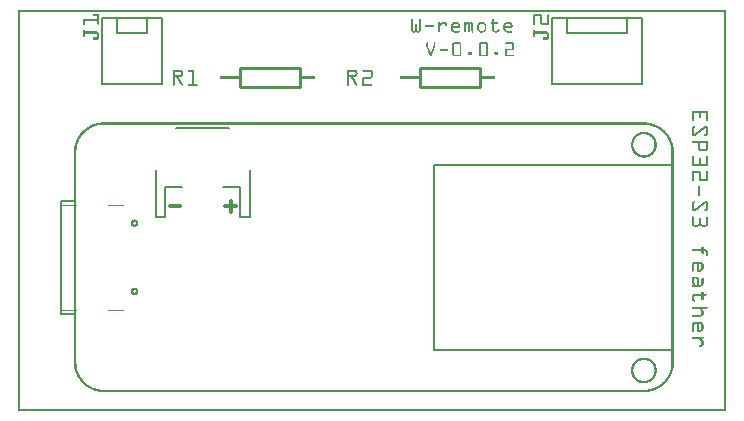
<source format=gto>
G04 MADE WITH FRITZING*
G04 WWW.FRITZING.ORG*
G04 DOUBLE SIDED*
G04 HOLES PLATED*
G04 CONTOUR ON CENTER OF CONTOUR VECTOR*
%ASAXBY*%
%FSLAX23Y23*%
%MOIN*%
%OFA0B0*%
%SFA1.0B1.0*%
%ADD10R,0.205000X0.225000X0.195000X0.215000*%
%ADD11C,0.005000*%
%ADD12R,0.105000X0.055000X0.095000X0.045000*%
%ADD13R,0.305000X0.225000X0.295000X0.215000*%
%ADD14R,0.205000X0.055000X0.195000X0.045000*%
%ADD15C,0.010000*%
%ADD16C,0.006000*%
%ADD17C,0.008000*%
%ADD18C,0.012000*%
%ADD19C,0.004000*%
%ADD20R,0.001000X0.001000*%
%LNSILK1*%
G90*
G70*
G54D11*
X282Y1312D02*
X482Y1312D01*
X482Y1092D01*
X282Y1092D01*
X282Y1312D01*
D02*
X332Y1312D02*
X432Y1312D01*
X432Y1262D01*
X332Y1262D01*
X332Y1312D01*
D02*
X1782Y1312D02*
X2082Y1312D01*
X2082Y1092D01*
X1782Y1092D01*
X1782Y1312D01*
D02*
X1832Y1312D02*
X2032Y1312D01*
X2032Y1262D01*
X1832Y1262D01*
X1832Y1312D01*
D02*
G54D15*
X742Y1145D02*
X942Y1145D01*
D02*
X942Y1145D02*
X942Y1079D01*
D02*
X942Y1079D02*
X742Y1079D01*
D02*
X742Y1079D02*
X742Y1145D01*
D02*
X1342Y1145D02*
X1542Y1145D01*
D02*
X1542Y1145D02*
X1542Y1079D01*
D02*
X1542Y1079D02*
X1342Y1079D01*
D02*
X1342Y1079D02*
X1342Y1145D01*
G54D16*
D02*
X1389Y820D02*
X1389Y204D01*
D02*
X1389Y204D02*
X2186Y204D01*
D02*
X2186Y204D02*
X2186Y820D01*
D02*
X2186Y820D02*
X1389Y820D01*
G54D17*
D02*
X529Y943D02*
X706Y943D01*
D02*
X775Y805D02*
X775Y648D01*
D02*
X775Y648D02*
X741Y648D01*
D02*
X741Y648D02*
X741Y746D01*
D02*
X741Y746D02*
X686Y746D01*
D02*
X549Y746D02*
X493Y746D01*
D02*
X493Y746D02*
X493Y648D01*
D02*
X493Y648D02*
X460Y648D01*
D02*
X460Y648D02*
X460Y805D01*
G54D18*
D02*
X692Y685D02*
X727Y685D01*
D02*
X710Y665D02*
X710Y702D01*
D02*
X507Y685D02*
X542Y685D01*
G54D19*
D02*
X300Y688D02*
X353Y688D01*
D02*
X353Y336D02*
X300Y336D01*
D02*
X142Y336D02*
X142Y688D01*
D02*
X142Y688D02*
X196Y688D01*
D02*
X196Y336D02*
X142Y336D01*
G54D17*
D02*
X146Y323D02*
X187Y323D01*
D02*
X146Y702D02*
X187Y702D01*
D02*
X146Y323D02*
X146Y702D01*
G54D20*
X1Y1338D02*
X2362Y1338D01*
X1Y1337D02*
X2362Y1337D01*
X1Y1336D02*
X2362Y1336D01*
X1Y1335D02*
X2362Y1335D01*
X1Y1334D02*
X2362Y1334D01*
X1Y1333D02*
X2362Y1333D01*
X1Y1332D02*
X2362Y1332D01*
X1Y1331D02*
X2362Y1331D01*
X1Y1330D02*
X8Y1330D01*
X2355Y1330D02*
X2362Y1330D01*
X1Y1329D02*
X8Y1329D01*
X2355Y1329D02*
X2362Y1329D01*
X1Y1328D02*
X8Y1328D01*
X2355Y1328D02*
X2362Y1328D01*
X1Y1327D02*
X8Y1327D01*
X2355Y1327D02*
X2362Y1327D01*
X1Y1326D02*
X8Y1326D01*
X2355Y1326D02*
X2362Y1326D01*
X1Y1325D02*
X8Y1325D01*
X2355Y1325D02*
X2362Y1325D01*
X1Y1324D02*
X8Y1324D01*
X2355Y1324D02*
X2362Y1324D01*
X1Y1323D02*
X8Y1323D01*
X2355Y1323D02*
X2362Y1323D01*
X1Y1322D02*
X8Y1322D01*
X253Y1322D02*
X270Y1322D01*
X1723Y1322D02*
X1743Y1322D01*
X1767Y1322D02*
X1770Y1322D01*
X2355Y1322D02*
X2362Y1322D01*
X1Y1321D02*
X8Y1321D01*
X252Y1321D02*
X271Y1321D01*
X1721Y1321D02*
X1745Y1321D01*
X1766Y1321D02*
X1771Y1321D01*
X2355Y1321D02*
X2362Y1321D01*
X1Y1320D02*
X8Y1320D01*
X252Y1320D02*
X271Y1320D01*
X1720Y1320D02*
X1746Y1320D01*
X1766Y1320D02*
X1771Y1320D01*
X2355Y1320D02*
X2362Y1320D01*
X1Y1319D02*
X8Y1319D01*
X252Y1319D02*
X272Y1319D01*
X1719Y1319D02*
X1747Y1319D01*
X1765Y1319D02*
X1771Y1319D01*
X2355Y1319D02*
X2362Y1319D01*
X1Y1318D02*
X8Y1318D01*
X252Y1318D02*
X272Y1318D01*
X1719Y1318D02*
X1747Y1318D01*
X1765Y1318D02*
X1771Y1318D01*
X2355Y1318D02*
X2362Y1318D01*
X1Y1317D02*
X8Y1317D01*
X252Y1317D02*
X272Y1317D01*
X1718Y1317D02*
X1748Y1317D01*
X1765Y1317D02*
X1771Y1317D01*
X2355Y1317D02*
X2362Y1317D01*
X1Y1316D02*
X8Y1316D01*
X253Y1316D02*
X272Y1316D01*
X1718Y1316D02*
X1748Y1316D01*
X1765Y1316D02*
X1771Y1316D01*
X2355Y1316D02*
X2362Y1316D01*
X1Y1315D02*
X8Y1315D01*
X266Y1315D02*
X272Y1315D01*
X1718Y1315D02*
X1724Y1315D01*
X1742Y1315D02*
X1748Y1315D01*
X1765Y1315D02*
X1771Y1315D01*
X2355Y1315D02*
X2362Y1315D01*
X1Y1314D02*
X8Y1314D01*
X266Y1314D02*
X272Y1314D01*
X1718Y1314D02*
X1724Y1314D01*
X1742Y1314D02*
X1748Y1314D01*
X1765Y1314D02*
X1771Y1314D01*
X2355Y1314D02*
X2362Y1314D01*
X1Y1313D02*
X8Y1313D01*
X266Y1313D02*
X272Y1313D01*
X1718Y1313D02*
X1724Y1313D01*
X1742Y1313D02*
X1748Y1313D01*
X1765Y1313D02*
X1771Y1313D01*
X2355Y1313D02*
X2362Y1313D01*
X1Y1312D02*
X8Y1312D01*
X266Y1312D02*
X272Y1312D01*
X1718Y1312D02*
X1724Y1312D01*
X1742Y1312D02*
X1748Y1312D01*
X1765Y1312D02*
X1771Y1312D01*
X2355Y1312D02*
X2362Y1312D01*
X1Y1311D02*
X8Y1311D01*
X266Y1311D02*
X272Y1311D01*
X1718Y1311D02*
X1724Y1311D01*
X1742Y1311D02*
X1748Y1311D01*
X1765Y1311D02*
X1771Y1311D01*
X2355Y1311D02*
X2362Y1311D01*
X1Y1310D02*
X8Y1310D01*
X266Y1310D02*
X272Y1310D01*
X1718Y1310D02*
X1724Y1310D01*
X1742Y1310D02*
X1748Y1310D01*
X1765Y1310D02*
X1771Y1310D01*
X2355Y1310D02*
X2362Y1310D01*
X1Y1309D02*
X8Y1309D01*
X265Y1309D02*
X272Y1309D01*
X1315Y1309D02*
X1315Y1309D01*
X1342Y1309D02*
X1342Y1309D01*
X1718Y1309D02*
X1724Y1309D01*
X1742Y1309D02*
X1748Y1309D01*
X1765Y1309D02*
X1771Y1309D01*
X2355Y1309D02*
X2362Y1309D01*
X1Y1308D02*
X8Y1308D01*
X219Y1308D02*
X272Y1308D01*
X1313Y1308D02*
X1317Y1308D01*
X1340Y1308D02*
X1344Y1308D01*
X1718Y1308D02*
X1724Y1308D01*
X1742Y1308D02*
X1748Y1308D01*
X1765Y1308D02*
X1771Y1308D01*
X2355Y1308D02*
X2362Y1308D01*
X1Y1307D02*
X8Y1307D01*
X218Y1307D02*
X272Y1307D01*
X1313Y1307D02*
X1317Y1307D01*
X1340Y1307D02*
X1344Y1307D01*
X1718Y1307D02*
X1724Y1307D01*
X1742Y1307D02*
X1748Y1307D01*
X1765Y1307D02*
X1771Y1307D01*
X2355Y1307D02*
X2362Y1307D01*
X1Y1306D02*
X8Y1306D01*
X218Y1306D02*
X272Y1306D01*
X1312Y1306D02*
X1317Y1306D01*
X1339Y1306D02*
X1345Y1306D01*
X1584Y1306D02*
X1586Y1306D01*
X1718Y1306D02*
X1724Y1306D01*
X1742Y1306D02*
X1748Y1306D01*
X1765Y1306D02*
X1771Y1306D01*
X2355Y1306D02*
X2362Y1306D01*
X1Y1305D02*
X8Y1305D01*
X218Y1305D02*
X272Y1305D01*
X1312Y1305D02*
X1317Y1305D01*
X1339Y1305D02*
X1345Y1305D01*
X1583Y1305D02*
X1587Y1305D01*
X1718Y1305D02*
X1724Y1305D01*
X1742Y1305D02*
X1748Y1305D01*
X1765Y1305D02*
X1771Y1305D01*
X2355Y1305D02*
X2362Y1305D01*
X1Y1304D02*
X8Y1304D01*
X218Y1304D02*
X272Y1304D01*
X1312Y1304D02*
X1317Y1304D01*
X1339Y1304D02*
X1345Y1304D01*
X1583Y1304D02*
X1588Y1304D01*
X1718Y1304D02*
X1724Y1304D01*
X1742Y1304D02*
X1748Y1304D01*
X1765Y1304D02*
X1771Y1304D01*
X2355Y1304D02*
X2362Y1304D01*
X1Y1303D02*
X8Y1303D01*
X218Y1303D02*
X272Y1303D01*
X1312Y1303D02*
X1317Y1303D01*
X1339Y1303D02*
X1345Y1303D01*
X1582Y1303D02*
X1588Y1303D01*
X1718Y1303D02*
X1724Y1303D01*
X1742Y1303D02*
X1748Y1303D01*
X1765Y1303D02*
X1771Y1303D01*
X2355Y1303D02*
X2362Y1303D01*
X1Y1302D02*
X8Y1302D01*
X218Y1302D02*
X272Y1302D01*
X1312Y1302D02*
X1317Y1302D01*
X1339Y1302D02*
X1345Y1302D01*
X1582Y1302D02*
X1588Y1302D01*
X1718Y1302D02*
X1724Y1302D01*
X1742Y1302D02*
X1748Y1302D01*
X1765Y1302D02*
X1771Y1302D01*
X2355Y1302D02*
X2362Y1302D01*
X1Y1301D02*
X8Y1301D01*
X218Y1301D02*
X224Y1301D01*
X266Y1301D02*
X272Y1301D01*
X1312Y1301D02*
X1317Y1301D01*
X1339Y1301D02*
X1345Y1301D01*
X1582Y1301D02*
X1588Y1301D01*
X1718Y1301D02*
X1724Y1301D01*
X1742Y1301D02*
X1748Y1301D01*
X1765Y1301D02*
X1771Y1301D01*
X2355Y1301D02*
X2362Y1301D01*
X1Y1300D02*
X8Y1300D01*
X218Y1300D02*
X224Y1300D01*
X266Y1300D02*
X272Y1300D01*
X1312Y1300D02*
X1317Y1300D01*
X1339Y1300D02*
X1345Y1300D01*
X1582Y1300D02*
X1588Y1300D01*
X1718Y1300D02*
X1724Y1300D01*
X1742Y1300D02*
X1748Y1300D01*
X1765Y1300D02*
X1771Y1300D01*
X2355Y1300D02*
X2362Y1300D01*
X1Y1299D02*
X8Y1299D01*
X218Y1299D02*
X224Y1299D01*
X266Y1299D02*
X272Y1299D01*
X1312Y1299D02*
X1317Y1299D01*
X1339Y1299D02*
X1345Y1299D01*
X1582Y1299D02*
X1588Y1299D01*
X1718Y1299D02*
X1724Y1299D01*
X1742Y1299D02*
X1748Y1299D01*
X1765Y1299D02*
X1771Y1299D01*
X2355Y1299D02*
X2362Y1299D01*
X1Y1298D02*
X8Y1298D01*
X218Y1298D02*
X224Y1298D01*
X266Y1298D02*
X272Y1298D01*
X1312Y1298D02*
X1317Y1298D01*
X1339Y1298D02*
X1345Y1298D01*
X1582Y1298D02*
X1588Y1298D01*
X1718Y1298D02*
X1724Y1298D01*
X1742Y1298D02*
X1748Y1298D01*
X1765Y1298D02*
X1771Y1298D01*
X2355Y1298D02*
X2362Y1298D01*
X1Y1297D02*
X8Y1297D01*
X218Y1297D02*
X224Y1297D01*
X266Y1297D02*
X272Y1297D01*
X1312Y1297D02*
X1317Y1297D01*
X1339Y1297D02*
X1345Y1297D01*
X1582Y1297D02*
X1588Y1297D01*
X1718Y1297D02*
X1724Y1297D01*
X1742Y1297D02*
X1748Y1297D01*
X1765Y1297D02*
X1771Y1297D01*
X2355Y1297D02*
X2362Y1297D01*
X1Y1296D02*
X8Y1296D01*
X218Y1296D02*
X224Y1296D01*
X266Y1296D02*
X272Y1296D01*
X1312Y1296D02*
X1317Y1296D01*
X1339Y1296D02*
X1345Y1296D01*
X1403Y1296D02*
X1405Y1296D01*
X1415Y1296D02*
X1424Y1296D01*
X1455Y1296D02*
X1465Y1296D01*
X1490Y1296D02*
X1492Y1296D01*
X1498Y1296D02*
X1501Y1296D01*
X1511Y1296D02*
X1512Y1296D01*
X1542Y1296D02*
X1553Y1296D01*
X1579Y1296D02*
X1599Y1296D01*
X1630Y1296D02*
X1640Y1296D01*
X1718Y1296D02*
X1724Y1296D01*
X1742Y1296D02*
X1748Y1296D01*
X1765Y1296D02*
X1771Y1296D01*
X2355Y1296D02*
X2362Y1296D01*
X1Y1295D02*
X8Y1295D01*
X218Y1295D02*
X224Y1295D01*
X266Y1295D02*
X272Y1295D01*
X1312Y1295D02*
X1317Y1295D01*
X1339Y1295D02*
X1345Y1295D01*
X1402Y1295D02*
X1406Y1295D01*
X1414Y1295D02*
X1427Y1295D01*
X1452Y1295D02*
X1468Y1295D01*
X1489Y1295D02*
X1493Y1295D01*
X1496Y1295D02*
X1503Y1295D01*
X1508Y1295D02*
X1515Y1295D01*
X1540Y1295D02*
X1555Y1295D01*
X1577Y1295D02*
X1600Y1295D01*
X1627Y1295D02*
X1643Y1295D01*
X1718Y1295D02*
X1724Y1295D01*
X1742Y1295D02*
X1748Y1295D01*
X1765Y1295D02*
X1771Y1295D01*
X2355Y1295D02*
X2362Y1295D01*
X1Y1294D02*
X8Y1294D01*
X218Y1294D02*
X224Y1294D01*
X266Y1294D02*
X272Y1294D01*
X1312Y1294D02*
X1317Y1294D01*
X1339Y1294D02*
X1345Y1294D01*
X1402Y1294D02*
X1406Y1294D01*
X1413Y1294D02*
X1428Y1294D01*
X1450Y1294D02*
X1469Y1294D01*
X1489Y1294D02*
X1504Y1294D01*
X1506Y1294D02*
X1516Y1294D01*
X1538Y1294D02*
X1557Y1294D01*
X1577Y1294D02*
X1601Y1294D01*
X1626Y1294D02*
X1644Y1294D01*
X1718Y1294D02*
X1724Y1294D01*
X1742Y1294D02*
X1771Y1294D01*
X2355Y1294D02*
X2362Y1294D01*
X1Y1293D02*
X8Y1293D01*
X218Y1293D02*
X224Y1293D01*
X266Y1293D02*
X272Y1293D01*
X1312Y1293D02*
X1317Y1293D01*
X1339Y1293D02*
X1345Y1293D01*
X1401Y1293D02*
X1406Y1293D01*
X1411Y1293D02*
X1429Y1293D01*
X1449Y1293D02*
X1470Y1293D01*
X1488Y1293D02*
X1517Y1293D01*
X1537Y1293D02*
X1558Y1293D01*
X1577Y1293D02*
X1601Y1293D01*
X1624Y1293D02*
X1646Y1293D01*
X1718Y1293D02*
X1724Y1293D01*
X1742Y1293D02*
X1771Y1293D01*
X2355Y1293D02*
X2362Y1293D01*
X1Y1292D02*
X8Y1292D01*
X218Y1292D02*
X224Y1292D01*
X266Y1292D02*
X272Y1292D01*
X1312Y1292D02*
X1317Y1292D01*
X1328Y1292D02*
X1329Y1292D01*
X1339Y1292D02*
X1345Y1292D01*
X1401Y1292D02*
X1407Y1292D01*
X1410Y1292D02*
X1430Y1292D01*
X1448Y1292D02*
X1471Y1292D01*
X1488Y1292D02*
X1518Y1292D01*
X1536Y1292D02*
X1559Y1292D01*
X1577Y1292D02*
X1601Y1292D01*
X1623Y1292D02*
X1647Y1292D01*
X1718Y1292D02*
X1724Y1292D01*
X1743Y1292D02*
X1771Y1292D01*
X2355Y1292D02*
X2362Y1292D01*
X1Y1291D02*
X8Y1291D01*
X218Y1291D02*
X224Y1291D01*
X266Y1291D02*
X271Y1291D01*
X1312Y1291D02*
X1317Y1291D01*
X1327Y1291D02*
X1330Y1291D01*
X1339Y1291D02*
X1345Y1291D01*
X1401Y1291D02*
X1407Y1291D01*
X1409Y1291D02*
X1430Y1291D01*
X1447Y1291D02*
X1472Y1291D01*
X1488Y1291D02*
X1518Y1291D01*
X1535Y1291D02*
X1560Y1291D01*
X1578Y1291D02*
X1600Y1291D01*
X1623Y1291D02*
X1647Y1291D01*
X1718Y1291D02*
X1724Y1291D01*
X1743Y1291D02*
X1771Y1291D01*
X2355Y1291D02*
X2362Y1291D01*
X1Y1290D02*
X8Y1290D01*
X219Y1290D02*
X224Y1290D01*
X266Y1290D02*
X271Y1290D01*
X1312Y1290D02*
X1317Y1290D01*
X1326Y1290D02*
X1331Y1290D01*
X1339Y1290D02*
X1345Y1290D01*
X1401Y1290D02*
X1416Y1290D01*
X1424Y1290D02*
X1430Y1290D01*
X1447Y1290D02*
X1455Y1290D01*
X1465Y1290D02*
X1473Y1290D01*
X1488Y1290D02*
X1498Y1290D01*
X1500Y1290D02*
X1511Y1290D01*
X1513Y1290D02*
X1518Y1290D01*
X1534Y1290D02*
X1542Y1290D01*
X1552Y1290D02*
X1560Y1290D01*
X1582Y1290D02*
X1588Y1290D01*
X1622Y1290D02*
X1630Y1290D01*
X1640Y1290D02*
X1648Y1290D01*
X1719Y1290D02*
X1724Y1290D01*
X1744Y1290D02*
X1771Y1290D01*
X2355Y1290D02*
X2362Y1290D01*
X1Y1289D02*
X8Y1289D01*
X219Y1289D02*
X223Y1289D01*
X267Y1289D02*
X271Y1289D01*
X1312Y1289D02*
X1317Y1289D01*
X1326Y1289D02*
X1331Y1289D01*
X1339Y1289D02*
X1345Y1289D01*
X1401Y1289D02*
X1415Y1289D01*
X1425Y1289D02*
X1430Y1289D01*
X1446Y1289D02*
X1453Y1289D01*
X1467Y1289D02*
X1473Y1289D01*
X1488Y1289D02*
X1497Y1289D01*
X1501Y1289D02*
X1509Y1289D01*
X1513Y1289D02*
X1518Y1289D01*
X1534Y1289D02*
X1540Y1289D01*
X1554Y1289D02*
X1561Y1289D01*
X1582Y1289D02*
X1588Y1289D01*
X1621Y1289D02*
X1628Y1289D01*
X1642Y1289D02*
X1649Y1289D01*
X1719Y1289D02*
X1723Y1289D01*
X1745Y1289D02*
X1771Y1289D01*
X2355Y1289D02*
X2362Y1289D01*
X1Y1288D02*
X8Y1288D01*
X221Y1288D02*
X221Y1288D01*
X1312Y1288D02*
X1317Y1288D01*
X1326Y1288D02*
X1331Y1288D01*
X1339Y1288D02*
X1345Y1288D01*
X1401Y1288D02*
X1414Y1288D01*
X1425Y1288D02*
X1431Y1288D01*
X1446Y1288D02*
X1452Y1288D01*
X1468Y1288D02*
X1474Y1288D01*
X1488Y1288D02*
X1496Y1288D01*
X1501Y1288D02*
X1508Y1288D01*
X1513Y1288D02*
X1518Y1288D01*
X1533Y1288D02*
X1539Y1288D01*
X1555Y1288D02*
X1561Y1288D01*
X1582Y1288D02*
X1588Y1288D01*
X1621Y1288D02*
X1627Y1288D01*
X1643Y1288D02*
X1649Y1288D01*
X1749Y1288D02*
X1771Y1288D01*
X2355Y1288D02*
X2362Y1288D01*
X1Y1287D02*
X8Y1287D01*
X1312Y1287D02*
X1317Y1287D01*
X1326Y1287D02*
X1331Y1287D01*
X1339Y1287D02*
X1345Y1287D01*
X1401Y1287D02*
X1413Y1287D01*
X1425Y1287D02*
X1431Y1287D01*
X1445Y1287D02*
X1451Y1287D01*
X1469Y1287D02*
X1474Y1287D01*
X1488Y1287D02*
X1494Y1287D01*
X1501Y1287D02*
X1507Y1287D01*
X1513Y1287D02*
X1518Y1287D01*
X1533Y1287D02*
X1539Y1287D01*
X1556Y1287D02*
X1562Y1287D01*
X1582Y1287D02*
X1588Y1287D01*
X1621Y1287D02*
X1626Y1287D01*
X1644Y1287D02*
X1649Y1287D01*
X2355Y1287D02*
X2362Y1287D01*
X1Y1286D02*
X8Y1286D01*
X1312Y1286D02*
X1317Y1286D01*
X1326Y1286D02*
X1331Y1286D01*
X1339Y1286D02*
X1345Y1286D01*
X1359Y1286D02*
X1385Y1286D01*
X1401Y1286D02*
X1412Y1286D01*
X1426Y1286D02*
X1431Y1286D01*
X1445Y1286D02*
X1451Y1286D01*
X1469Y1286D02*
X1474Y1286D01*
X1488Y1286D02*
X1494Y1286D01*
X1501Y1286D02*
X1506Y1286D01*
X1513Y1286D02*
X1518Y1286D01*
X1533Y1286D02*
X1538Y1286D01*
X1557Y1286D02*
X1562Y1286D01*
X1582Y1286D02*
X1588Y1286D01*
X1620Y1286D02*
X1626Y1286D01*
X1644Y1286D02*
X1649Y1286D01*
X2355Y1286D02*
X2362Y1286D01*
X1Y1285D02*
X8Y1285D01*
X1312Y1285D02*
X1317Y1285D01*
X1326Y1285D02*
X1331Y1285D01*
X1339Y1285D02*
X1345Y1285D01*
X1358Y1285D02*
X1386Y1285D01*
X1401Y1285D02*
X1411Y1285D01*
X1426Y1285D02*
X1430Y1285D01*
X1445Y1285D02*
X1450Y1285D01*
X1469Y1285D02*
X1474Y1285D01*
X1488Y1285D02*
X1494Y1285D01*
X1501Y1285D02*
X1506Y1285D01*
X1513Y1285D02*
X1518Y1285D01*
X1533Y1285D02*
X1538Y1285D01*
X1557Y1285D02*
X1562Y1285D01*
X1582Y1285D02*
X1588Y1285D01*
X1620Y1285D02*
X1625Y1285D01*
X1644Y1285D02*
X1650Y1285D01*
X2355Y1285D02*
X2362Y1285D01*
X1Y1284D02*
X8Y1284D01*
X1312Y1284D02*
X1317Y1284D01*
X1326Y1284D02*
X1331Y1284D01*
X1339Y1284D02*
X1345Y1284D01*
X1358Y1284D02*
X1387Y1284D01*
X1401Y1284D02*
X1409Y1284D01*
X1426Y1284D02*
X1430Y1284D01*
X1445Y1284D02*
X1450Y1284D01*
X1469Y1284D02*
X1474Y1284D01*
X1488Y1284D02*
X1494Y1284D01*
X1501Y1284D02*
X1506Y1284D01*
X1513Y1284D02*
X1518Y1284D01*
X1533Y1284D02*
X1538Y1284D01*
X1557Y1284D02*
X1562Y1284D01*
X1582Y1284D02*
X1588Y1284D01*
X1620Y1284D02*
X1625Y1284D01*
X1644Y1284D02*
X1650Y1284D01*
X2355Y1284D02*
X2362Y1284D01*
X1Y1283D02*
X8Y1283D01*
X1312Y1283D02*
X1317Y1283D01*
X1326Y1283D02*
X1331Y1283D01*
X1339Y1283D02*
X1345Y1283D01*
X1358Y1283D02*
X1387Y1283D01*
X1401Y1283D02*
X1408Y1283D01*
X1445Y1283D02*
X1450Y1283D01*
X1469Y1283D02*
X1474Y1283D01*
X1488Y1283D02*
X1494Y1283D01*
X1501Y1283D02*
X1506Y1283D01*
X1513Y1283D02*
X1518Y1283D01*
X1533Y1283D02*
X1538Y1283D01*
X1557Y1283D02*
X1562Y1283D01*
X1582Y1283D02*
X1588Y1283D01*
X1620Y1283D02*
X1625Y1283D01*
X1644Y1283D02*
X1650Y1283D01*
X2355Y1283D02*
X2362Y1283D01*
X1Y1282D02*
X8Y1282D01*
X1312Y1282D02*
X1317Y1282D01*
X1326Y1282D02*
X1331Y1282D01*
X1339Y1282D02*
X1345Y1282D01*
X1358Y1282D02*
X1387Y1282D01*
X1401Y1282D02*
X1407Y1282D01*
X1445Y1282D02*
X1474Y1282D01*
X1488Y1282D02*
X1494Y1282D01*
X1501Y1282D02*
X1506Y1282D01*
X1513Y1282D02*
X1518Y1282D01*
X1533Y1282D02*
X1538Y1282D01*
X1557Y1282D02*
X1562Y1282D01*
X1582Y1282D02*
X1588Y1282D01*
X1620Y1282D02*
X1650Y1282D01*
X2355Y1282D02*
X2362Y1282D01*
X1Y1281D02*
X8Y1281D01*
X1312Y1281D02*
X1317Y1281D01*
X1326Y1281D02*
X1331Y1281D01*
X1339Y1281D02*
X1345Y1281D01*
X1358Y1281D02*
X1386Y1281D01*
X1401Y1281D02*
X1406Y1281D01*
X1445Y1281D02*
X1474Y1281D01*
X1488Y1281D02*
X1494Y1281D01*
X1501Y1281D02*
X1506Y1281D01*
X1513Y1281D02*
X1518Y1281D01*
X1533Y1281D02*
X1538Y1281D01*
X1557Y1281D02*
X1562Y1281D01*
X1582Y1281D02*
X1588Y1281D01*
X1620Y1281D02*
X1650Y1281D01*
X2355Y1281D02*
X2362Y1281D01*
X1Y1280D02*
X8Y1280D01*
X1312Y1280D02*
X1317Y1280D01*
X1326Y1280D02*
X1331Y1280D01*
X1339Y1280D02*
X1345Y1280D01*
X1401Y1280D02*
X1406Y1280D01*
X1445Y1280D02*
X1474Y1280D01*
X1488Y1280D02*
X1494Y1280D01*
X1501Y1280D02*
X1506Y1280D01*
X1513Y1280D02*
X1518Y1280D01*
X1533Y1280D02*
X1538Y1280D01*
X1557Y1280D02*
X1562Y1280D01*
X1582Y1280D02*
X1588Y1280D01*
X1620Y1280D02*
X1650Y1280D01*
X2355Y1280D02*
X2362Y1280D01*
X1Y1279D02*
X8Y1279D01*
X1312Y1279D02*
X1317Y1279D01*
X1326Y1279D02*
X1331Y1279D01*
X1339Y1279D02*
X1345Y1279D01*
X1401Y1279D02*
X1406Y1279D01*
X1445Y1279D02*
X1474Y1279D01*
X1488Y1279D02*
X1494Y1279D01*
X1501Y1279D02*
X1506Y1279D01*
X1513Y1279D02*
X1518Y1279D01*
X1533Y1279D02*
X1538Y1279D01*
X1557Y1279D02*
X1562Y1279D01*
X1582Y1279D02*
X1588Y1279D01*
X1620Y1279D02*
X1649Y1279D01*
X2355Y1279D02*
X2362Y1279D01*
X1Y1278D02*
X8Y1278D01*
X1312Y1278D02*
X1317Y1278D01*
X1326Y1278D02*
X1331Y1278D01*
X1339Y1278D02*
X1345Y1278D01*
X1401Y1278D02*
X1406Y1278D01*
X1445Y1278D02*
X1474Y1278D01*
X1488Y1278D02*
X1494Y1278D01*
X1501Y1278D02*
X1506Y1278D01*
X1513Y1278D02*
X1518Y1278D01*
X1533Y1278D02*
X1538Y1278D01*
X1557Y1278D02*
X1562Y1278D01*
X1582Y1278D02*
X1588Y1278D01*
X1620Y1278D02*
X1649Y1278D01*
X2355Y1278D02*
X2362Y1278D01*
X1Y1277D02*
X8Y1277D01*
X1312Y1277D02*
X1317Y1277D01*
X1326Y1277D02*
X1331Y1277D01*
X1339Y1277D02*
X1345Y1277D01*
X1401Y1277D02*
X1406Y1277D01*
X1445Y1277D02*
X1474Y1277D01*
X1488Y1277D02*
X1494Y1277D01*
X1501Y1277D02*
X1506Y1277D01*
X1513Y1277D02*
X1518Y1277D01*
X1533Y1277D02*
X1538Y1277D01*
X1557Y1277D02*
X1562Y1277D01*
X1582Y1277D02*
X1588Y1277D01*
X1620Y1277D02*
X1649Y1277D01*
X2355Y1277D02*
X2362Y1277D01*
X1Y1276D02*
X8Y1276D01*
X1312Y1276D02*
X1317Y1276D01*
X1326Y1276D02*
X1331Y1276D01*
X1339Y1276D02*
X1345Y1276D01*
X1401Y1276D02*
X1406Y1276D01*
X1445Y1276D02*
X1471Y1276D01*
X1488Y1276D02*
X1494Y1276D01*
X1501Y1276D02*
X1506Y1276D01*
X1513Y1276D02*
X1519Y1276D01*
X1533Y1276D02*
X1538Y1276D01*
X1557Y1276D02*
X1562Y1276D01*
X1582Y1276D02*
X1588Y1276D01*
X1620Y1276D02*
X1647Y1276D01*
X2355Y1276D02*
X2362Y1276D01*
X1Y1275D02*
X8Y1275D01*
X1312Y1275D02*
X1317Y1275D01*
X1326Y1275D02*
X1331Y1275D01*
X1339Y1275D02*
X1345Y1275D01*
X1401Y1275D02*
X1406Y1275D01*
X1445Y1275D02*
X1450Y1275D01*
X1488Y1275D02*
X1494Y1275D01*
X1501Y1275D02*
X1506Y1275D01*
X1513Y1275D02*
X1519Y1275D01*
X1533Y1275D02*
X1538Y1275D01*
X1557Y1275D02*
X1562Y1275D01*
X1582Y1275D02*
X1588Y1275D01*
X1620Y1275D02*
X1625Y1275D01*
X2355Y1275D02*
X2362Y1275D01*
X1Y1274D02*
X8Y1274D01*
X1312Y1274D02*
X1317Y1274D01*
X1326Y1274D02*
X1331Y1274D01*
X1339Y1274D02*
X1345Y1274D01*
X1401Y1274D02*
X1406Y1274D01*
X1445Y1274D02*
X1450Y1274D01*
X1488Y1274D02*
X1494Y1274D01*
X1501Y1274D02*
X1506Y1274D01*
X1513Y1274D02*
X1519Y1274D01*
X1533Y1274D02*
X1538Y1274D01*
X1557Y1274D02*
X1562Y1274D01*
X1582Y1274D02*
X1588Y1274D01*
X1620Y1274D02*
X1625Y1274D01*
X2355Y1274D02*
X2362Y1274D01*
X1Y1273D02*
X8Y1273D01*
X1312Y1273D02*
X1317Y1273D01*
X1326Y1273D02*
X1331Y1273D01*
X1339Y1273D02*
X1345Y1273D01*
X1401Y1273D02*
X1406Y1273D01*
X1445Y1273D02*
X1450Y1273D01*
X1488Y1273D02*
X1494Y1273D01*
X1501Y1273D02*
X1506Y1273D01*
X1513Y1273D02*
X1519Y1273D01*
X1533Y1273D02*
X1538Y1273D01*
X1557Y1273D02*
X1562Y1273D01*
X1582Y1273D02*
X1588Y1273D01*
X1603Y1273D02*
X1603Y1273D01*
X1620Y1273D02*
X1625Y1273D01*
X2355Y1273D02*
X2362Y1273D01*
X1Y1272D02*
X8Y1272D01*
X221Y1272D02*
X222Y1272D01*
X1312Y1272D02*
X1317Y1272D01*
X1326Y1272D02*
X1331Y1272D01*
X1339Y1272D02*
X1345Y1272D01*
X1401Y1272D02*
X1406Y1272D01*
X1445Y1272D02*
X1451Y1272D01*
X1488Y1272D02*
X1494Y1272D01*
X1501Y1272D02*
X1506Y1272D01*
X1513Y1272D02*
X1519Y1272D01*
X1533Y1272D02*
X1538Y1272D01*
X1557Y1272D02*
X1562Y1272D01*
X1582Y1272D02*
X1588Y1272D01*
X1601Y1272D02*
X1605Y1272D01*
X1620Y1272D02*
X1626Y1272D01*
X1721Y1272D02*
X1722Y1272D01*
X2355Y1272D02*
X2362Y1272D01*
X1Y1271D02*
X8Y1271D01*
X219Y1271D02*
X223Y1271D01*
X1312Y1271D02*
X1318Y1271D01*
X1326Y1271D02*
X1331Y1271D01*
X1339Y1271D02*
X1345Y1271D01*
X1401Y1271D02*
X1406Y1271D01*
X1445Y1271D02*
X1451Y1271D01*
X1488Y1271D02*
X1494Y1271D01*
X1501Y1271D02*
X1506Y1271D01*
X1513Y1271D02*
X1519Y1271D01*
X1533Y1271D02*
X1539Y1271D01*
X1556Y1271D02*
X1562Y1271D01*
X1583Y1271D02*
X1588Y1271D01*
X1601Y1271D02*
X1605Y1271D01*
X1621Y1271D02*
X1626Y1271D01*
X1719Y1271D02*
X1723Y1271D01*
X2355Y1271D02*
X2362Y1271D01*
X1Y1270D02*
X8Y1270D01*
X219Y1270D02*
X224Y1270D01*
X1312Y1270D02*
X1318Y1270D01*
X1325Y1270D02*
X1332Y1270D01*
X1339Y1270D02*
X1345Y1270D01*
X1401Y1270D02*
X1406Y1270D01*
X1446Y1270D02*
X1452Y1270D01*
X1488Y1270D02*
X1494Y1270D01*
X1501Y1270D02*
X1506Y1270D01*
X1513Y1270D02*
X1519Y1270D01*
X1533Y1270D02*
X1540Y1270D01*
X1555Y1270D02*
X1561Y1270D01*
X1583Y1270D02*
X1588Y1270D01*
X1600Y1270D02*
X1606Y1270D01*
X1621Y1270D02*
X1627Y1270D01*
X1719Y1270D02*
X1724Y1270D01*
X2355Y1270D02*
X2362Y1270D01*
X1Y1269D02*
X8Y1269D01*
X218Y1269D02*
X224Y1269D01*
X1313Y1269D02*
X1319Y1269D01*
X1325Y1269D02*
X1332Y1269D01*
X1338Y1269D02*
X1344Y1269D01*
X1401Y1269D02*
X1406Y1269D01*
X1446Y1269D02*
X1453Y1269D01*
X1488Y1269D02*
X1494Y1269D01*
X1501Y1269D02*
X1506Y1269D01*
X1513Y1269D02*
X1519Y1269D01*
X1534Y1269D02*
X1541Y1269D01*
X1554Y1269D02*
X1561Y1269D01*
X1583Y1269D02*
X1588Y1269D01*
X1600Y1269D02*
X1606Y1269D01*
X1621Y1269D02*
X1628Y1269D01*
X1718Y1269D02*
X1724Y1269D01*
X2355Y1269D02*
X2362Y1269D01*
X1Y1268D02*
X8Y1268D01*
X218Y1268D02*
X224Y1268D01*
X1313Y1268D02*
X1344Y1268D01*
X1401Y1268D02*
X1406Y1268D01*
X1447Y1268D02*
X1471Y1268D01*
X1488Y1268D02*
X1494Y1268D01*
X1501Y1268D02*
X1506Y1268D01*
X1513Y1268D02*
X1519Y1268D01*
X1534Y1268D02*
X1560Y1268D01*
X1583Y1268D02*
X1605Y1268D01*
X1622Y1268D02*
X1646Y1268D01*
X1718Y1268D02*
X1724Y1268D01*
X2355Y1268D02*
X2362Y1268D01*
X1Y1267D02*
X8Y1267D01*
X218Y1267D02*
X224Y1267D01*
X1314Y1267D02*
X1343Y1267D01*
X1401Y1267D02*
X1406Y1267D01*
X1447Y1267D02*
X1473Y1267D01*
X1488Y1267D02*
X1494Y1267D01*
X1501Y1267D02*
X1506Y1267D01*
X1513Y1267D02*
X1519Y1267D01*
X1535Y1267D02*
X1560Y1267D01*
X1583Y1267D02*
X1605Y1267D01*
X1623Y1267D02*
X1649Y1267D01*
X1718Y1267D02*
X1724Y1267D01*
X2355Y1267D02*
X2362Y1267D01*
X1Y1266D02*
X8Y1266D01*
X218Y1266D02*
X224Y1266D01*
X1314Y1266D02*
X1343Y1266D01*
X1401Y1266D02*
X1406Y1266D01*
X1448Y1266D02*
X1474Y1266D01*
X1488Y1266D02*
X1494Y1266D01*
X1501Y1266D02*
X1506Y1266D01*
X1514Y1266D02*
X1519Y1266D01*
X1536Y1266D02*
X1559Y1266D01*
X1584Y1266D02*
X1604Y1266D01*
X1624Y1266D02*
X1649Y1266D01*
X1718Y1266D02*
X1724Y1266D01*
X2355Y1266D02*
X2362Y1266D01*
X1Y1265D02*
X8Y1265D01*
X218Y1265D02*
X264Y1265D01*
X1315Y1265D02*
X1342Y1265D01*
X1401Y1265D02*
X1406Y1265D01*
X1450Y1265D02*
X1474Y1265D01*
X1488Y1265D02*
X1494Y1265D01*
X1501Y1265D02*
X1506Y1265D01*
X1514Y1265D02*
X1519Y1265D01*
X1537Y1265D02*
X1558Y1265D01*
X1585Y1265D02*
X1603Y1265D01*
X1625Y1265D02*
X1649Y1265D01*
X1718Y1265D02*
X1764Y1265D01*
X2355Y1265D02*
X2362Y1265D01*
X1Y1264D02*
X8Y1264D01*
X218Y1264D02*
X266Y1264D01*
X1315Y1264D02*
X1341Y1264D01*
X1402Y1264D02*
X1406Y1264D01*
X1451Y1264D02*
X1474Y1264D01*
X1489Y1264D02*
X1493Y1264D01*
X1501Y1264D02*
X1506Y1264D01*
X1514Y1264D02*
X1518Y1264D01*
X1539Y1264D02*
X1556Y1264D01*
X1586Y1264D02*
X1602Y1264D01*
X1626Y1264D02*
X1649Y1264D01*
X1718Y1264D02*
X1766Y1264D01*
X2355Y1264D02*
X2362Y1264D01*
X1Y1263D02*
X8Y1263D01*
X218Y1263D02*
X268Y1263D01*
X1316Y1263D02*
X1327Y1263D01*
X1330Y1263D02*
X1341Y1263D01*
X1402Y1263D02*
X1406Y1263D01*
X1452Y1263D02*
X1474Y1263D01*
X1489Y1263D02*
X1493Y1263D01*
X1502Y1263D02*
X1505Y1263D01*
X1514Y1263D02*
X1518Y1263D01*
X1540Y1263D02*
X1555Y1263D01*
X1587Y1263D02*
X1601Y1263D01*
X1627Y1263D02*
X1649Y1263D01*
X1718Y1263D02*
X1768Y1263D01*
X2355Y1263D02*
X2362Y1263D01*
X1Y1262D02*
X8Y1262D01*
X218Y1262D02*
X269Y1262D01*
X1318Y1262D02*
X1325Y1262D01*
X1331Y1262D02*
X1339Y1262D01*
X1404Y1262D02*
X1404Y1262D01*
X1456Y1262D02*
X1472Y1262D01*
X1491Y1262D02*
X1491Y1262D01*
X1516Y1262D02*
X1516Y1262D01*
X1543Y1262D02*
X1552Y1262D01*
X1591Y1262D02*
X1598Y1262D01*
X1631Y1262D02*
X1647Y1262D01*
X1718Y1262D02*
X1769Y1262D01*
X2355Y1262D02*
X2362Y1262D01*
X1Y1261D02*
X8Y1261D01*
X218Y1261D02*
X270Y1261D01*
X1718Y1261D02*
X1770Y1261D01*
X2355Y1261D02*
X2362Y1261D01*
X1Y1260D02*
X8Y1260D01*
X218Y1260D02*
X270Y1260D01*
X1718Y1260D02*
X1770Y1260D01*
X2355Y1260D02*
X2362Y1260D01*
X1Y1259D02*
X8Y1259D01*
X218Y1259D02*
X271Y1259D01*
X1718Y1259D02*
X1771Y1259D01*
X2355Y1259D02*
X2362Y1259D01*
X1Y1258D02*
X8Y1258D01*
X218Y1258D02*
X224Y1258D01*
X264Y1258D02*
X271Y1258D01*
X1718Y1258D02*
X1724Y1258D01*
X1764Y1258D02*
X1771Y1258D01*
X2355Y1258D02*
X2362Y1258D01*
X1Y1257D02*
X8Y1257D01*
X218Y1257D02*
X224Y1257D01*
X265Y1257D02*
X271Y1257D01*
X1718Y1257D02*
X1724Y1257D01*
X1765Y1257D02*
X1771Y1257D01*
X2355Y1257D02*
X2362Y1257D01*
X1Y1256D02*
X8Y1256D01*
X218Y1256D02*
X224Y1256D01*
X265Y1256D02*
X271Y1256D01*
X1718Y1256D02*
X1724Y1256D01*
X1765Y1256D02*
X1771Y1256D01*
X2355Y1256D02*
X2362Y1256D01*
X1Y1255D02*
X8Y1255D01*
X218Y1255D02*
X224Y1255D01*
X266Y1255D02*
X272Y1255D01*
X1718Y1255D02*
X1724Y1255D01*
X1765Y1255D02*
X1771Y1255D01*
X2355Y1255D02*
X2362Y1255D01*
X1Y1254D02*
X8Y1254D01*
X218Y1254D02*
X224Y1254D01*
X266Y1254D02*
X272Y1254D01*
X1718Y1254D02*
X1724Y1254D01*
X1765Y1254D02*
X1771Y1254D01*
X2355Y1254D02*
X2362Y1254D01*
X1Y1253D02*
X8Y1253D01*
X218Y1253D02*
X224Y1253D01*
X266Y1253D02*
X272Y1253D01*
X1718Y1253D02*
X1724Y1253D01*
X1765Y1253D02*
X1771Y1253D01*
X2355Y1253D02*
X2362Y1253D01*
X1Y1252D02*
X8Y1252D01*
X218Y1252D02*
X224Y1252D01*
X266Y1252D02*
X272Y1252D01*
X1718Y1252D02*
X1724Y1252D01*
X1765Y1252D02*
X1771Y1252D01*
X2355Y1252D02*
X2362Y1252D01*
X1Y1251D02*
X8Y1251D01*
X218Y1251D02*
X224Y1251D01*
X266Y1251D02*
X272Y1251D01*
X1718Y1251D02*
X1724Y1251D01*
X1765Y1251D02*
X1771Y1251D01*
X2355Y1251D02*
X2362Y1251D01*
X1Y1250D02*
X8Y1250D01*
X219Y1250D02*
X224Y1250D01*
X266Y1250D02*
X272Y1250D01*
X1718Y1250D02*
X1724Y1250D01*
X1765Y1250D02*
X1771Y1250D01*
X2355Y1250D02*
X2362Y1250D01*
X1Y1249D02*
X8Y1249D01*
X219Y1249D02*
X224Y1249D01*
X266Y1249D02*
X272Y1249D01*
X1719Y1249D02*
X1724Y1249D01*
X1765Y1249D02*
X1771Y1249D01*
X2355Y1249D02*
X2362Y1249D01*
X1Y1248D02*
X8Y1248D01*
X220Y1248D02*
X223Y1248D01*
X265Y1248D02*
X272Y1248D01*
X1720Y1248D02*
X1722Y1248D01*
X1765Y1248D02*
X1771Y1248D01*
X2355Y1248D02*
X2362Y1248D01*
X1Y1247D02*
X8Y1247D01*
X265Y1247D02*
X271Y1247D01*
X1765Y1247D02*
X1771Y1247D01*
X2355Y1247D02*
X2362Y1247D01*
X1Y1246D02*
X8Y1246D01*
X264Y1246D02*
X271Y1246D01*
X1764Y1246D02*
X1771Y1246D01*
X2355Y1246D02*
X2362Y1246D01*
X1Y1245D02*
X8Y1245D01*
X253Y1245D02*
X271Y1245D01*
X1753Y1245D02*
X1771Y1245D01*
X2355Y1245D02*
X2362Y1245D01*
X1Y1244D02*
X8Y1244D01*
X251Y1244D02*
X271Y1244D01*
X1751Y1244D02*
X1771Y1244D01*
X2355Y1244D02*
X2362Y1244D01*
X1Y1243D02*
X8Y1243D01*
X251Y1243D02*
X270Y1243D01*
X1751Y1243D02*
X1770Y1243D01*
X2355Y1243D02*
X2362Y1243D01*
X1Y1242D02*
X8Y1242D01*
X251Y1242D02*
X270Y1242D01*
X1751Y1242D02*
X1770Y1242D01*
X2355Y1242D02*
X2362Y1242D01*
X1Y1241D02*
X8Y1241D01*
X251Y1241D02*
X269Y1241D01*
X1751Y1241D02*
X1769Y1241D01*
X2355Y1241D02*
X2362Y1241D01*
X1Y1240D02*
X8Y1240D01*
X251Y1240D02*
X268Y1240D01*
X1751Y1240D02*
X1768Y1240D01*
X2355Y1240D02*
X2362Y1240D01*
X1Y1239D02*
X8Y1239D01*
X252Y1239D02*
X266Y1239D01*
X1752Y1239D02*
X1766Y1239D01*
X2355Y1239D02*
X2362Y1239D01*
X1Y1238D02*
X8Y1238D01*
X253Y1238D02*
X263Y1238D01*
X1753Y1238D02*
X1763Y1238D01*
X2355Y1238D02*
X2362Y1238D01*
X1Y1237D02*
X8Y1237D01*
X2355Y1237D02*
X2362Y1237D01*
X1Y1236D02*
X8Y1236D01*
X2355Y1236D02*
X2362Y1236D01*
X1Y1235D02*
X8Y1235D01*
X2355Y1235D02*
X2362Y1235D01*
X1Y1234D02*
X8Y1234D01*
X2355Y1234D02*
X2362Y1234D01*
X1Y1233D02*
X8Y1233D01*
X2355Y1233D02*
X2362Y1233D01*
X1Y1232D02*
X8Y1232D01*
X2355Y1232D02*
X2362Y1232D01*
X1Y1231D02*
X8Y1231D01*
X2355Y1231D02*
X2362Y1231D01*
X1Y1230D02*
X8Y1230D01*
X2355Y1230D02*
X2362Y1230D01*
X1Y1229D02*
X8Y1229D01*
X1364Y1229D02*
X1366Y1229D01*
X1388Y1229D02*
X1390Y1229D01*
X1454Y1229D02*
X1475Y1229D01*
X1542Y1229D02*
X1563Y1229D01*
X1627Y1229D02*
X1650Y1229D01*
X2355Y1229D02*
X2362Y1229D01*
X1Y1228D02*
X8Y1228D01*
X1363Y1228D02*
X1367Y1228D01*
X1387Y1228D02*
X1391Y1228D01*
X1452Y1228D02*
X1477Y1228D01*
X1540Y1228D02*
X1564Y1228D01*
X1626Y1228D02*
X1652Y1228D01*
X2355Y1228D02*
X2362Y1228D01*
X1Y1227D02*
X8Y1227D01*
X1363Y1227D02*
X1367Y1227D01*
X1387Y1227D02*
X1392Y1227D01*
X1451Y1227D02*
X1478Y1227D01*
X1539Y1227D02*
X1565Y1227D01*
X1625Y1227D02*
X1653Y1227D01*
X2355Y1227D02*
X2362Y1227D01*
X1Y1226D02*
X8Y1226D01*
X1363Y1226D02*
X1368Y1226D01*
X1387Y1226D02*
X1392Y1226D01*
X1451Y1226D02*
X1479Y1226D01*
X1538Y1226D02*
X1566Y1226D01*
X1625Y1226D02*
X1654Y1226D01*
X2355Y1226D02*
X2362Y1226D01*
X1Y1225D02*
X8Y1225D01*
X1362Y1225D02*
X1368Y1225D01*
X1387Y1225D02*
X1392Y1225D01*
X1450Y1225D02*
X1479Y1225D01*
X1538Y1225D02*
X1567Y1225D01*
X1626Y1225D02*
X1654Y1225D01*
X2355Y1225D02*
X2362Y1225D01*
X1Y1224D02*
X8Y1224D01*
X1362Y1224D02*
X1368Y1224D01*
X1387Y1224D02*
X1392Y1224D01*
X1450Y1224D02*
X1479Y1224D01*
X1538Y1224D02*
X1567Y1224D01*
X1627Y1224D02*
X1654Y1224D01*
X2355Y1224D02*
X2362Y1224D01*
X1Y1223D02*
X8Y1223D01*
X1362Y1223D02*
X1368Y1223D01*
X1387Y1223D02*
X1392Y1223D01*
X1450Y1223D02*
X1455Y1223D01*
X1474Y1223D02*
X1479Y1223D01*
X1538Y1223D02*
X1543Y1223D01*
X1562Y1223D02*
X1567Y1223D01*
X1649Y1223D02*
X1654Y1223D01*
X2355Y1223D02*
X2362Y1223D01*
X1Y1222D02*
X8Y1222D01*
X1362Y1222D02*
X1368Y1222D01*
X1387Y1222D02*
X1392Y1222D01*
X1450Y1222D02*
X1455Y1222D01*
X1474Y1222D02*
X1479Y1222D01*
X1538Y1222D02*
X1543Y1222D01*
X1562Y1222D02*
X1567Y1222D01*
X1649Y1222D02*
X1654Y1222D01*
X2355Y1222D02*
X2362Y1222D01*
X1Y1221D02*
X8Y1221D01*
X1362Y1221D02*
X1368Y1221D01*
X1387Y1221D02*
X1392Y1221D01*
X1450Y1221D02*
X1455Y1221D01*
X1474Y1221D02*
X1479Y1221D01*
X1538Y1221D02*
X1543Y1221D01*
X1562Y1221D02*
X1567Y1221D01*
X1649Y1221D02*
X1654Y1221D01*
X2355Y1221D02*
X2362Y1221D01*
X1Y1220D02*
X8Y1220D01*
X1362Y1220D02*
X1368Y1220D01*
X1387Y1220D02*
X1392Y1220D01*
X1450Y1220D02*
X1455Y1220D01*
X1474Y1220D02*
X1479Y1220D01*
X1538Y1220D02*
X1543Y1220D01*
X1562Y1220D02*
X1567Y1220D01*
X1649Y1220D02*
X1654Y1220D01*
X2355Y1220D02*
X2362Y1220D01*
X1Y1219D02*
X8Y1219D01*
X1362Y1219D02*
X1368Y1219D01*
X1387Y1219D02*
X1392Y1219D01*
X1450Y1219D02*
X1455Y1219D01*
X1474Y1219D02*
X1479Y1219D01*
X1538Y1219D02*
X1543Y1219D01*
X1562Y1219D02*
X1567Y1219D01*
X1649Y1219D02*
X1654Y1219D01*
X2355Y1219D02*
X2362Y1219D01*
X1Y1218D02*
X8Y1218D01*
X1362Y1218D02*
X1368Y1218D01*
X1387Y1218D02*
X1392Y1218D01*
X1450Y1218D02*
X1455Y1218D01*
X1474Y1218D02*
X1479Y1218D01*
X1538Y1218D02*
X1543Y1218D01*
X1562Y1218D02*
X1567Y1218D01*
X1649Y1218D02*
X1654Y1218D01*
X2355Y1218D02*
X2362Y1218D01*
X1Y1217D02*
X8Y1217D01*
X1362Y1217D02*
X1368Y1217D01*
X1387Y1217D02*
X1392Y1217D01*
X1450Y1217D02*
X1455Y1217D01*
X1474Y1217D02*
X1479Y1217D01*
X1538Y1217D02*
X1543Y1217D01*
X1562Y1217D02*
X1567Y1217D01*
X1649Y1217D02*
X1654Y1217D01*
X2355Y1217D02*
X2362Y1217D01*
X1Y1216D02*
X8Y1216D01*
X1362Y1216D02*
X1368Y1216D01*
X1386Y1216D02*
X1392Y1216D01*
X1450Y1216D02*
X1455Y1216D01*
X1474Y1216D02*
X1479Y1216D01*
X1538Y1216D02*
X1543Y1216D01*
X1562Y1216D02*
X1567Y1216D01*
X1649Y1216D02*
X1654Y1216D01*
X2355Y1216D02*
X2362Y1216D01*
X1Y1215D02*
X8Y1215D01*
X1363Y1215D02*
X1368Y1215D01*
X1386Y1215D02*
X1391Y1215D01*
X1450Y1215D02*
X1455Y1215D01*
X1474Y1215D02*
X1479Y1215D01*
X1538Y1215D02*
X1543Y1215D01*
X1562Y1215D02*
X1567Y1215D01*
X1649Y1215D02*
X1654Y1215D01*
X2355Y1215D02*
X2362Y1215D01*
X1Y1214D02*
X8Y1214D01*
X1363Y1214D02*
X1369Y1214D01*
X1385Y1214D02*
X1391Y1214D01*
X1450Y1214D02*
X1455Y1214D01*
X1474Y1214D02*
X1479Y1214D01*
X1538Y1214D02*
X1543Y1214D01*
X1562Y1214D02*
X1567Y1214D01*
X1649Y1214D02*
X1654Y1214D01*
X2355Y1214D02*
X2362Y1214D01*
X1Y1213D02*
X8Y1213D01*
X1363Y1213D02*
X1369Y1213D01*
X1385Y1213D02*
X1391Y1213D01*
X1450Y1213D02*
X1455Y1213D01*
X1474Y1213D02*
X1479Y1213D01*
X1538Y1213D02*
X1543Y1213D01*
X1562Y1213D02*
X1567Y1213D01*
X1649Y1213D02*
X1654Y1213D01*
X2355Y1213D02*
X2362Y1213D01*
X1Y1212D02*
X8Y1212D01*
X1364Y1212D02*
X1369Y1212D01*
X1385Y1212D02*
X1390Y1212D01*
X1450Y1212D02*
X1455Y1212D01*
X1474Y1212D02*
X1479Y1212D01*
X1538Y1212D02*
X1543Y1212D01*
X1562Y1212D02*
X1567Y1212D01*
X1649Y1212D02*
X1654Y1212D01*
X2355Y1212D02*
X2362Y1212D01*
X1Y1211D02*
X8Y1211D01*
X1364Y1211D02*
X1370Y1211D01*
X1384Y1211D02*
X1390Y1211D01*
X1450Y1211D02*
X1455Y1211D01*
X1474Y1211D02*
X1479Y1211D01*
X1538Y1211D02*
X1543Y1211D01*
X1562Y1211D02*
X1567Y1211D01*
X1649Y1211D02*
X1654Y1211D01*
X2355Y1211D02*
X2362Y1211D01*
X1Y1210D02*
X8Y1210D01*
X1365Y1210D02*
X1370Y1210D01*
X1384Y1210D02*
X1390Y1210D01*
X1450Y1210D02*
X1455Y1210D01*
X1474Y1210D02*
X1479Y1210D01*
X1538Y1210D02*
X1543Y1210D01*
X1562Y1210D02*
X1567Y1210D01*
X1649Y1210D02*
X1654Y1210D01*
X2355Y1210D02*
X2362Y1210D01*
X1Y1209D02*
X8Y1209D01*
X1365Y1209D02*
X1371Y1209D01*
X1384Y1209D02*
X1389Y1209D01*
X1450Y1209D02*
X1455Y1209D01*
X1474Y1209D02*
X1479Y1209D01*
X1538Y1209D02*
X1543Y1209D01*
X1562Y1209D02*
X1567Y1209D01*
X1649Y1209D02*
X1654Y1209D01*
X2355Y1209D02*
X2362Y1209D01*
X1Y1208D02*
X8Y1208D01*
X1365Y1208D02*
X1371Y1208D01*
X1383Y1208D02*
X1389Y1208D01*
X1450Y1208D02*
X1455Y1208D01*
X1474Y1208D02*
X1479Y1208D01*
X1538Y1208D02*
X1543Y1208D01*
X1562Y1208D02*
X1567Y1208D01*
X1628Y1208D02*
X1654Y1208D01*
X2355Y1208D02*
X2362Y1208D01*
X1Y1207D02*
X8Y1207D01*
X1366Y1207D02*
X1371Y1207D01*
X1383Y1207D02*
X1388Y1207D01*
X1450Y1207D02*
X1455Y1207D01*
X1474Y1207D02*
X1479Y1207D01*
X1538Y1207D02*
X1543Y1207D01*
X1562Y1207D02*
X1567Y1207D01*
X1627Y1207D02*
X1654Y1207D01*
X2355Y1207D02*
X2362Y1207D01*
X1Y1206D02*
X8Y1206D01*
X1366Y1206D02*
X1372Y1206D01*
X1382Y1206D02*
X1388Y1206D01*
X1408Y1206D02*
X1434Y1206D01*
X1450Y1206D02*
X1455Y1206D01*
X1474Y1206D02*
X1479Y1206D01*
X1538Y1206D02*
X1543Y1206D01*
X1562Y1206D02*
X1567Y1206D01*
X1626Y1206D02*
X1654Y1206D01*
X2355Y1206D02*
X2362Y1206D01*
X1Y1205D02*
X8Y1205D01*
X1367Y1205D02*
X1372Y1205D01*
X1382Y1205D02*
X1388Y1205D01*
X1407Y1205D02*
X1435Y1205D01*
X1450Y1205D02*
X1455Y1205D01*
X1474Y1205D02*
X1479Y1205D01*
X1538Y1205D02*
X1543Y1205D01*
X1562Y1205D02*
X1567Y1205D01*
X1626Y1205D02*
X1653Y1205D01*
X2355Y1205D02*
X2362Y1205D01*
X1Y1204D02*
X8Y1204D01*
X1367Y1204D02*
X1373Y1204D01*
X1382Y1204D02*
X1387Y1204D01*
X1406Y1204D02*
X1435Y1204D01*
X1450Y1204D02*
X1455Y1204D01*
X1474Y1204D02*
X1479Y1204D01*
X1538Y1204D02*
X1543Y1204D01*
X1562Y1204D02*
X1567Y1204D01*
X1625Y1204D02*
X1652Y1204D01*
X2355Y1204D02*
X2362Y1204D01*
X1Y1203D02*
X8Y1203D01*
X1367Y1203D02*
X1373Y1203D01*
X1381Y1203D02*
X1387Y1203D01*
X1406Y1203D02*
X1435Y1203D01*
X1450Y1203D02*
X1455Y1203D01*
X1474Y1203D02*
X1479Y1203D01*
X1538Y1203D02*
X1543Y1203D01*
X1562Y1203D02*
X1567Y1203D01*
X1625Y1203D02*
X1650Y1203D01*
X2355Y1203D02*
X2362Y1203D01*
X1Y1202D02*
X8Y1202D01*
X1368Y1202D02*
X1373Y1202D01*
X1381Y1202D02*
X1386Y1202D01*
X1407Y1202D02*
X1435Y1202D01*
X1450Y1202D02*
X1455Y1202D01*
X1474Y1202D02*
X1479Y1202D01*
X1538Y1202D02*
X1543Y1202D01*
X1562Y1202D02*
X1567Y1202D01*
X1625Y1202D02*
X1630Y1202D01*
X2355Y1202D02*
X2362Y1202D01*
X1Y1201D02*
X8Y1201D01*
X1368Y1201D02*
X1374Y1201D01*
X1380Y1201D02*
X1386Y1201D01*
X1408Y1201D02*
X1434Y1201D01*
X1450Y1201D02*
X1455Y1201D01*
X1474Y1201D02*
X1479Y1201D01*
X1538Y1201D02*
X1543Y1201D01*
X1562Y1201D02*
X1567Y1201D01*
X1625Y1201D02*
X1630Y1201D01*
X2355Y1201D02*
X2362Y1201D01*
X1Y1200D02*
X8Y1200D01*
X1368Y1200D02*
X1374Y1200D01*
X1380Y1200D02*
X1386Y1200D01*
X1450Y1200D02*
X1455Y1200D01*
X1474Y1200D02*
X1479Y1200D01*
X1538Y1200D02*
X1543Y1200D01*
X1562Y1200D02*
X1567Y1200D01*
X1625Y1200D02*
X1630Y1200D01*
X2355Y1200D02*
X2362Y1200D01*
X1Y1199D02*
X8Y1199D01*
X1369Y1199D02*
X1375Y1199D01*
X1380Y1199D02*
X1385Y1199D01*
X1450Y1199D02*
X1455Y1199D01*
X1474Y1199D02*
X1479Y1199D01*
X1538Y1199D02*
X1543Y1199D01*
X1562Y1199D02*
X1567Y1199D01*
X1625Y1199D02*
X1630Y1199D01*
X2355Y1199D02*
X2362Y1199D01*
X1Y1198D02*
X8Y1198D01*
X1369Y1198D02*
X1375Y1198D01*
X1379Y1198D02*
X1385Y1198D01*
X1450Y1198D02*
X1455Y1198D01*
X1474Y1198D02*
X1479Y1198D01*
X1506Y1198D02*
X1511Y1198D01*
X1538Y1198D02*
X1543Y1198D01*
X1562Y1198D02*
X1567Y1198D01*
X1593Y1198D02*
X1599Y1198D01*
X1625Y1198D02*
X1630Y1198D01*
X2355Y1198D02*
X2362Y1198D01*
X1Y1197D02*
X8Y1197D01*
X1370Y1197D02*
X1375Y1197D01*
X1379Y1197D02*
X1384Y1197D01*
X1450Y1197D02*
X1455Y1197D01*
X1474Y1197D02*
X1479Y1197D01*
X1504Y1197D02*
X1513Y1197D01*
X1538Y1197D02*
X1543Y1197D01*
X1562Y1197D02*
X1567Y1197D01*
X1591Y1197D02*
X1601Y1197D01*
X1625Y1197D02*
X1630Y1197D01*
X2355Y1197D02*
X2362Y1197D01*
X1Y1196D02*
X8Y1196D01*
X1370Y1196D02*
X1376Y1196D01*
X1378Y1196D02*
X1384Y1196D01*
X1450Y1196D02*
X1455Y1196D01*
X1474Y1196D02*
X1479Y1196D01*
X1503Y1196D02*
X1514Y1196D01*
X1538Y1196D02*
X1543Y1196D01*
X1562Y1196D02*
X1567Y1196D01*
X1591Y1196D02*
X1601Y1196D01*
X1625Y1196D02*
X1630Y1196D01*
X2355Y1196D02*
X2362Y1196D01*
X1Y1195D02*
X8Y1195D01*
X1370Y1195D02*
X1376Y1195D01*
X1378Y1195D02*
X1384Y1195D01*
X1450Y1195D02*
X1455Y1195D01*
X1474Y1195D02*
X1479Y1195D01*
X1503Y1195D02*
X1514Y1195D01*
X1538Y1195D02*
X1543Y1195D01*
X1562Y1195D02*
X1567Y1195D01*
X1590Y1195D02*
X1602Y1195D01*
X1625Y1195D02*
X1630Y1195D01*
X2355Y1195D02*
X2362Y1195D01*
X1Y1194D02*
X8Y1194D01*
X1371Y1194D02*
X1383Y1194D01*
X1450Y1194D02*
X1455Y1194D01*
X1474Y1194D02*
X1479Y1194D01*
X1503Y1194D02*
X1514Y1194D01*
X1538Y1194D02*
X1543Y1194D01*
X1562Y1194D02*
X1567Y1194D01*
X1590Y1194D02*
X1602Y1194D01*
X1625Y1194D02*
X1630Y1194D01*
X2355Y1194D02*
X2362Y1194D01*
X1Y1193D02*
X8Y1193D01*
X1371Y1193D02*
X1383Y1193D01*
X1450Y1193D02*
X1455Y1193D01*
X1474Y1193D02*
X1479Y1193D01*
X1503Y1193D02*
X1514Y1193D01*
X1538Y1193D02*
X1543Y1193D01*
X1562Y1193D02*
X1567Y1193D01*
X1590Y1193D02*
X1602Y1193D01*
X1625Y1193D02*
X1630Y1193D01*
X2355Y1193D02*
X2362Y1193D01*
X1Y1192D02*
X8Y1192D01*
X1372Y1192D02*
X1382Y1192D01*
X1450Y1192D02*
X1455Y1192D01*
X1474Y1192D02*
X1479Y1192D01*
X1503Y1192D02*
X1514Y1192D01*
X1538Y1192D02*
X1543Y1192D01*
X1562Y1192D02*
X1567Y1192D01*
X1590Y1192D02*
X1602Y1192D01*
X1625Y1192D02*
X1630Y1192D01*
X2355Y1192D02*
X2362Y1192D01*
X1Y1191D02*
X8Y1191D01*
X1372Y1191D02*
X1382Y1191D01*
X1450Y1191D02*
X1455Y1191D01*
X1474Y1191D02*
X1479Y1191D01*
X1503Y1191D02*
X1514Y1191D01*
X1538Y1191D02*
X1543Y1191D01*
X1562Y1191D02*
X1567Y1191D01*
X1590Y1191D02*
X1602Y1191D01*
X1625Y1191D02*
X1630Y1191D01*
X2355Y1191D02*
X2362Y1191D01*
X1Y1190D02*
X8Y1190D01*
X1372Y1190D02*
X1382Y1190D01*
X1450Y1190D02*
X1455Y1190D01*
X1474Y1190D02*
X1479Y1190D01*
X1503Y1190D02*
X1514Y1190D01*
X1538Y1190D02*
X1543Y1190D01*
X1562Y1190D02*
X1567Y1190D01*
X1590Y1190D02*
X1602Y1190D01*
X1625Y1190D02*
X1630Y1190D01*
X2355Y1190D02*
X2362Y1190D01*
X1Y1189D02*
X8Y1189D01*
X1373Y1189D02*
X1381Y1189D01*
X1450Y1189D02*
X1455Y1189D01*
X1474Y1189D02*
X1479Y1189D01*
X1503Y1189D02*
X1514Y1189D01*
X1538Y1189D02*
X1543Y1189D01*
X1562Y1189D02*
X1567Y1189D01*
X1591Y1189D02*
X1601Y1189D01*
X1625Y1189D02*
X1630Y1189D01*
X2355Y1189D02*
X2362Y1189D01*
X1Y1188D02*
X8Y1188D01*
X1373Y1188D02*
X1381Y1188D01*
X1450Y1188D02*
X1479Y1188D01*
X1504Y1188D02*
X1513Y1188D01*
X1538Y1188D02*
X1567Y1188D01*
X1591Y1188D02*
X1601Y1188D01*
X1625Y1188D02*
X1653Y1188D01*
X2355Y1188D02*
X2362Y1188D01*
X1Y1187D02*
X8Y1187D01*
X1374Y1187D02*
X1381Y1187D01*
X1450Y1187D02*
X1479Y1187D01*
X1505Y1187D02*
X1512Y1187D01*
X1538Y1187D02*
X1567Y1187D01*
X1592Y1187D02*
X1600Y1187D01*
X1625Y1187D02*
X1654Y1187D01*
X2355Y1187D02*
X2362Y1187D01*
X1Y1186D02*
X8Y1186D01*
X1374Y1186D02*
X1380Y1186D01*
X1451Y1186D02*
X1479Y1186D01*
X1538Y1186D02*
X1566Y1186D01*
X1625Y1186D02*
X1654Y1186D01*
X2355Y1186D02*
X2362Y1186D01*
X1Y1185D02*
X8Y1185D01*
X1374Y1185D02*
X1380Y1185D01*
X1451Y1185D02*
X1478Y1185D01*
X1539Y1185D02*
X1566Y1185D01*
X1625Y1185D02*
X1654Y1185D01*
X2355Y1185D02*
X2362Y1185D01*
X1Y1184D02*
X8Y1184D01*
X1375Y1184D02*
X1379Y1184D01*
X1452Y1184D02*
X1477Y1184D01*
X1540Y1184D02*
X1565Y1184D01*
X1625Y1184D02*
X1654Y1184D01*
X2355Y1184D02*
X2362Y1184D01*
X1Y1183D02*
X8Y1183D01*
X1375Y1183D02*
X1379Y1183D01*
X1453Y1183D02*
X1476Y1183D01*
X1541Y1183D02*
X1563Y1183D01*
X1625Y1183D02*
X1653Y1183D01*
X2355Y1183D02*
X2362Y1183D01*
X1Y1182D02*
X8Y1182D01*
X2355Y1182D02*
X2362Y1182D01*
X1Y1181D02*
X8Y1181D01*
X2355Y1181D02*
X2362Y1181D01*
X1Y1180D02*
X8Y1180D01*
X2355Y1180D02*
X2362Y1180D01*
X1Y1179D02*
X8Y1179D01*
X2355Y1179D02*
X2362Y1179D01*
X1Y1178D02*
X8Y1178D01*
X2355Y1178D02*
X2362Y1178D01*
X1Y1177D02*
X8Y1177D01*
X2355Y1177D02*
X2362Y1177D01*
X1Y1176D02*
X8Y1176D01*
X2355Y1176D02*
X2362Y1176D01*
X1Y1175D02*
X8Y1175D01*
X2355Y1175D02*
X2362Y1175D01*
X1Y1174D02*
X8Y1174D01*
X2355Y1174D02*
X2362Y1174D01*
X1Y1173D02*
X8Y1173D01*
X2355Y1173D02*
X2362Y1173D01*
X1Y1172D02*
X8Y1172D01*
X2355Y1172D02*
X2362Y1172D01*
X1Y1171D02*
X8Y1171D01*
X2355Y1171D02*
X2362Y1171D01*
X1Y1170D02*
X8Y1170D01*
X2355Y1170D02*
X2362Y1170D01*
X1Y1169D02*
X8Y1169D01*
X2355Y1169D02*
X2362Y1169D01*
X1Y1168D02*
X8Y1168D01*
X2355Y1168D02*
X2362Y1168D01*
X1Y1167D02*
X8Y1167D01*
X2355Y1167D02*
X2362Y1167D01*
X1Y1166D02*
X8Y1166D01*
X2355Y1166D02*
X2362Y1166D01*
X1Y1165D02*
X8Y1165D01*
X2355Y1165D02*
X2362Y1165D01*
X1Y1164D02*
X8Y1164D01*
X2355Y1164D02*
X2362Y1164D01*
X1Y1163D02*
X8Y1163D01*
X2355Y1163D02*
X2362Y1163D01*
X1Y1162D02*
X8Y1162D01*
X2355Y1162D02*
X2362Y1162D01*
X1Y1161D02*
X8Y1161D01*
X2355Y1161D02*
X2362Y1161D01*
X1Y1160D02*
X8Y1160D01*
X2355Y1160D02*
X2362Y1160D01*
X1Y1159D02*
X8Y1159D01*
X2355Y1159D02*
X2362Y1159D01*
X1Y1158D02*
X8Y1158D01*
X2355Y1158D02*
X2362Y1158D01*
X1Y1157D02*
X8Y1157D01*
X2355Y1157D02*
X2362Y1157D01*
X1Y1156D02*
X8Y1156D01*
X2355Y1156D02*
X2362Y1156D01*
X1Y1155D02*
X8Y1155D01*
X2355Y1155D02*
X2362Y1155D01*
X1Y1154D02*
X8Y1154D01*
X2355Y1154D02*
X2362Y1154D01*
X1Y1153D02*
X8Y1153D01*
X2355Y1153D02*
X2362Y1153D01*
X1Y1152D02*
X8Y1152D01*
X2355Y1152D02*
X2362Y1152D01*
X1Y1151D02*
X8Y1151D01*
X2355Y1151D02*
X2362Y1151D01*
X1Y1150D02*
X8Y1150D01*
X2355Y1150D02*
X2362Y1150D01*
X1Y1149D02*
X8Y1149D01*
X2355Y1149D02*
X2362Y1149D01*
X1Y1148D02*
X8Y1148D01*
X2355Y1148D02*
X2362Y1148D01*
X1Y1147D02*
X8Y1147D01*
X2355Y1147D02*
X2362Y1147D01*
X1Y1146D02*
X8Y1146D01*
X2355Y1146D02*
X2362Y1146D01*
X1Y1145D02*
X8Y1145D01*
X2355Y1145D02*
X2362Y1145D01*
X1Y1144D02*
X8Y1144D01*
X2355Y1144D02*
X2362Y1144D01*
X1Y1143D02*
X8Y1143D01*
X2355Y1143D02*
X2362Y1143D01*
X1Y1142D02*
X8Y1142D01*
X2355Y1142D02*
X2362Y1142D01*
X1Y1141D02*
X8Y1141D01*
X2355Y1141D02*
X2362Y1141D01*
X1Y1140D02*
X8Y1140D01*
X2355Y1140D02*
X2362Y1140D01*
X1Y1139D02*
X8Y1139D01*
X2355Y1139D02*
X2362Y1139D01*
X1Y1138D02*
X8Y1138D01*
X518Y1138D02*
X543Y1138D01*
X570Y1138D02*
X587Y1138D01*
X1099Y1138D02*
X1124Y1138D01*
X1151Y1138D02*
X1177Y1138D01*
X2355Y1138D02*
X2362Y1138D01*
X1Y1137D02*
X8Y1137D01*
X518Y1137D02*
X546Y1137D01*
X569Y1137D02*
X588Y1137D01*
X1099Y1137D02*
X1127Y1137D01*
X1150Y1137D02*
X1179Y1137D01*
X2355Y1137D02*
X2362Y1137D01*
X1Y1136D02*
X8Y1136D01*
X518Y1136D02*
X547Y1136D01*
X568Y1136D02*
X588Y1136D01*
X1099Y1136D02*
X1128Y1136D01*
X1149Y1136D02*
X1181Y1136D01*
X2355Y1136D02*
X2362Y1136D01*
X1Y1135D02*
X8Y1135D01*
X518Y1135D02*
X548Y1135D01*
X568Y1135D02*
X588Y1135D01*
X1099Y1135D02*
X1130Y1135D01*
X1149Y1135D02*
X1181Y1135D01*
X2355Y1135D02*
X2362Y1135D01*
X1Y1134D02*
X8Y1134D01*
X518Y1134D02*
X549Y1134D01*
X568Y1134D02*
X588Y1134D01*
X1099Y1134D02*
X1130Y1134D01*
X1149Y1134D02*
X1182Y1134D01*
X2355Y1134D02*
X2362Y1134D01*
X1Y1133D02*
X8Y1133D01*
X518Y1133D02*
X550Y1133D01*
X568Y1133D02*
X588Y1133D01*
X1099Y1133D02*
X1131Y1133D01*
X1150Y1133D02*
X1182Y1133D01*
X2355Y1133D02*
X2362Y1133D01*
X1Y1132D02*
X8Y1132D01*
X518Y1132D02*
X550Y1132D01*
X569Y1132D02*
X588Y1132D01*
X1099Y1132D02*
X1132Y1132D01*
X1151Y1132D02*
X1183Y1132D01*
X2355Y1132D02*
X2362Y1132D01*
X1Y1131D02*
X8Y1131D01*
X518Y1131D02*
X524Y1131D01*
X543Y1131D02*
X551Y1131D01*
X581Y1131D02*
X588Y1131D01*
X1099Y1131D02*
X1105Y1131D01*
X1124Y1131D02*
X1132Y1131D01*
X1177Y1131D02*
X1183Y1131D01*
X2355Y1131D02*
X2362Y1131D01*
X1Y1130D02*
X8Y1130D01*
X518Y1130D02*
X524Y1130D01*
X544Y1130D02*
X551Y1130D01*
X582Y1130D02*
X588Y1130D01*
X1099Y1130D02*
X1105Y1130D01*
X1126Y1130D02*
X1132Y1130D01*
X1177Y1130D02*
X1183Y1130D01*
X2355Y1130D02*
X2362Y1130D01*
X1Y1129D02*
X8Y1129D01*
X518Y1129D02*
X524Y1129D01*
X545Y1129D02*
X551Y1129D01*
X582Y1129D02*
X588Y1129D01*
X1099Y1129D02*
X1105Y1129D01*
X1126Y1129D02*
X1132Y1129D01*
X1177Y1129D02*
X1183Y1129D01*
X2355Y1129D02*
X2362Y1129D01*
X1Y1128D02*
X8Y1128D01*
X518Y1128D02*
X524Y1128D01*
X545Y1128D02*
X551Y1128D01*
X582Y1128D02*
X588Y1128D01*
X1099Y1128D02*
X1105Y1128D01*
X1126Y1128D02*
X1132Y1128D01*
X1177Y1128D02*
X1183Y1128D01*
X2355Y1128D02*
X2362Y1128D01*
X1Y1127D02*
X8Y1127D01*
X518Y1127D02*
X524Y1127D01*
X545Y1127D02*
X551Y1127D01*
X582Y1127D02*
X588Y1127D01*
X1099Y1127D02*
X1105Y1127D01*
X1127Y1127D02*
X1133Y1127D01*
X1177Y1127D02*
X1183Y1127D01*
X2355Y1127D02*
X2362Y1127D01*
X1Y1126D02*
X8Y1126D01*
X518Y1126D02*
X524Y1126D01*
X545Y1126D02*
X551Y1126D01*
X582Y1126D02*
X588Y1126D01*
X1099Y1126D02*
X1105Y1126D01*
X1127Y1126D02*
X1133Y1126D01*
X1177Y1126D02*
X1183Y1126D01*
X2355Y1126D02*
X2362Y1126D01*
X1Y1125D02*
X8Y1125D01*
X518Y1125D02*
X524Y1125D01*
X545Y1125D02*
X551Y1125D01*
X582Y1125D02*
X588Y1125D01*
X1099Y1125D02*
X1105Y1125D01*
X1127Y1125D02*
X1133Y1125D01*
X1177Y1125D02*
X1183Y1125D01*
X2355Y1125D02*
X2362Y1125D01*
X1Y1124D02*
X8Y1124D01*
X518Y1124D02*
X524Y1124D01*
X545Y1124D02*
X551Y1124D01*
X582Y1124D02*
X588Y1124D01*
X1099Y1124D02*
X1105Y1124D01*
X1126Y1124D02*
X1133Y1124D01*
X1177Y1124D02*
X1183Y1124D01*
X2355Y1124D02*
X2362Y1124D01*
X1Y1123D02*
X8Y1123D01*
X518Y1123D02*
X524Y1123D01*
X545Y1123D02*
X551Y1123D01*
X582Y1123D02*
X588Y1123D01*
X1099Y1123D02*
X1105Y1123D01*
X1126Y1123D02*
X1132Y1123D01*
X1177Y1123D02*
X1183Y1123D01*
X2355Y1123D02*
X2362Y1123D01*
X1Y1122D02*
X8Y1122D01*
X518Y1122D02*
X524Y1122D01*
X544Y1122D02*
X551Y1122D01*
X582Y1122D02*
X588Y1122D01*
X1099Y1122D02*
X1105Y1122D01*
X1126Y1122D02*
X1132Y1122D01*
X1177Y1122D02*
X1183Y1122D01*
X2355Y1122D02*
X2362Y1122D01*
X1Y1121D02*
X8Y1121D01*
X518Y1121D02*
X524Y1121D01*
X543Y1121D02*
X551Y1121D01*
X582Y1121D02*
X588Y1121D01*
X1099Y1121D02*
X1105Y1121D01*
X1124Y1121D02*
X1132Y1121D01*
X1177Y1121D02*
X1183Y1121D01*
X2355Y1121D02*
X2362Y1121D01*
X1Y1120D02*
X8Y1120D01*
X518Y1120D02*
X550Y1120D01*
X582Y1120D02*
X588Y1120D01*
X1099Y1120D02*
X1132Y1120D01*
X1177Y1120D02*
X1183Y1120D01*
X2355Y1120D02*
X2362Y1120D01*
X1Y1119D02*
X8Y1119D01*
X518Y1119D02*
X550Y1119D01*
X582Y1119D02*
X588Y1119D01*
X1099Y1119D02*
X1131Y1119D01*
X1177Y1119D02*
X1183Y1119D01*
X2355Y1119D02*
X2362Y1119D01*
X1Y1118D02*
X8Y1118D01*
X518Y1118D02*
X549Y1118D01*
X582Y1118D02*
X588Y1118D01*
X1099Y1118D02*
X1130Y1118D01*
X1177Y1118D02*
X1183Y1118D01*
X2355Y1118D02*
X2362Y1118D01*
X1Y1117D02*
X8Y1117D01*
X518Y1117D02*
X548Y1117D01*
X582Y1117D02*
X588Y1117D01*
X676Y1117D02*
X742Y1117D01*
X943Y1117D02*
X990Y1117D01*
X1099Y1117D02*
X1130Y1117D01*
X1177Y1117D02*
X1183Y1117D01*
X1275Y1117D02*
X1342Y1117D01*
X1543Y1117D02*
X1590Y1117D01*
X2355Y1117D02*
X2362Y1117D01*
X1Y1116D02*
X8Y1116D01*
X518Y1116D02*
X547Y1116D01*
X582Y1116D02*
X588Y1116D01*
X676Y1116D02*
X742Y1116D01*
X943Y1116D02*
X990Y1116D01*
X1099Y1116D02*
X1129Y1116D01*
X1177Y1116D02*
X1183Y1116D01*
X1276Y1116D02*
X1342Y1116D01*
X1543Y1116D02*
X1590Y1116D01*
X2355Y1116D02*
X2362Y1116D01*
X1Y1115D02*
X8Y1115D01*
X518Y1115D02*
X546Y1115D01*
X582Y1115D02*
X588Y1115D01*
X676Y1115D02*
X742Y1115D01*
X943Y1115D02*
X990Y1115D01*
X1099Y1115D02*
X1127Y1115D01*
X1177Y1115D02*
X1183Y1115D01*
X1276Y1115D02*
X1342Y1115D01*
X1543Y1115D02*
X1590Y1115D01*
X2355Y1115D02*
X2362Y1115D01*
X1Y1114D02*
X8Y1114D01*
X518Y1114D02*
X544Y1114D01*
X582Y1114D02*
X588Y1114D01*
X676Y1114D02*
X742Y1114D01*
X943Y1114D02*
X990Y1114D01*
X1099Y1114D02*
X1125Y1114D01*
X1153Y1114D02*
X1183Y1114D01*
X1276Y1114D02*
X1342Y1114D01*
X1543Y1114D02*
X1590Y1114D01*
X2355Y1114D02*
X2362Y1114D01*
X1Y1113D02*
X8Y1113D01*
X518Y1113D02*
X524Y1113D01*
X530Y1113D02*
X537Y1113D01*
X582Y1113D02*
X588Y1113D01*
X676Y1113D02*
X742Y1113D01*
X943Y1113D02*
X990Y1113D01*
X1099Y1113D02*
X1105Y1113D01*
X1111Y1113D02*
X1118Y1113D01*
X1152Y1113D02*
X1182Y1113D01*
X1276Y1113D02*
X1342Y1113D01*
X1543Y1113D02*
X1590Y1113D01*
X2355Y1113D02*
X2362Y1113D01*
X1Y1112D02*
X8Y1112D01*
X518Y1112D02*
X524Y1112D01*
X530Y1112D02*
X538Y1112D01*
X582Y1112D02*
X588Y1112D01*
X676Y1112D02*
X742Y1112D01*
X943Y1112D02*
X990Y1112D01*
X1099Y1112D02*
X1105Y1112D01*
X1112Y1112D02*
X1119Y1112D01*
X1151Y1112D02*
X1182Y1112D01*
X1276Y1112D02*
X1342Y1112D01*
X1543Y1112D02*
X1590Y1112D01*
X2355Y1112D02*
X2362Y1112D01*
X1Y1111D02*
X8Y1111D01*
X518Y1111D02*
X524Y1111D01*
X531Y1111D02*
X538Y1111D01*
X582Y1111D02*
X588Y1111D01*
X676Y1111D02*
X742Y1111D01*
X943Y1111D02*
X990Y1111D01*
X1099Y1111D02*
X1105Y1111D01*
X1112Y1111D02*
X1119Y1111D01*
X1150Y1111D02*
X1181Y1111D01*
X1276Y1111D02*
X1342Y1111D01*
X1543Y1111D02*
X1590Y1111D01*
X2355Y1111D02*
X2362Y1111D01*
X1Y1110D02*
X8Y1110D01*
X518Y1110D02*
X524Y1110D01*
X532Y1110D02*
X539Y1110D01*
X582Y1110D02*
X588Y1110D01*
X676Y1110D02*
X742Y1110D01*
X943Y1110D02*
X990Y1110D01*
X1099Y1110D02*
X1105Y1110D01*
X1113Y1110D02*
X1120Y1110D01*
X1150Y1110D02*
X1181Y1110D01*
X1276Y1110D02*
X1342Y1110D01*
X1543Y1110D02*
X1590Y1110D01*
X2355Y1110D02*
X2362Y1110D01*
X1Y1109D02*
X8Y1109D01*
X518Y1109D02*
X524Y1109D01*
X532Y1109D02*
X539Y1109D01*
X582Y1109D02*
X588Y1109D01*
X676Y1109D02*
X742Y1109D01*
X943Y1109D02*
X990Y1109D01*
X1099Y1109D02*
X1105Y1109D01*
X1113Y1109D02*
X1121Y1109D01*
X1149Y1109D02*
X1179Y1109D01*
X1276Y1109D02*
X1342Y1109D01*
X1543Y1109D02*
X1590Y1109D01*
X2355Y1109D02*
X2362Y1109D01*
X1Y1108D02*
X8Y1108D01*
X518Y1108D02*
X524Y1108D01*
X533Y1108D02*
X540Y1108D01*
X582Y1108D02*
X588Y1108D01*
X676Y1108D02*
X742Y1108D01*
X943Y1108D02*
X990Y1108D01*
X1099Y1108D02*
X1105Y1108D01*
X1114Y1108D02*
X1121Y1108D01*
X1149Y1108D02*
X1177Y1108D01*
X1276Y1108D02*
X1342Y1108D01*
X1543Y1108D02*
X1590Y1108D01*
X2355Y1108D02*
X2362Y1108D01*
X1Y1107D02*
X8Y1107D01*
X518Y1107D02*
X524Y1107D01*
X533Y1107D02*
X541Y1107D01*
X582Y1107D02*
X588Y1107D01*
X1099Y1107D02*
X1105Y1107D01*
X1115Y1107D02*
X1122Y1107D01*
X1149Y1107D02*
X1155Y1107D01*
X2355Y1107D02*
X2362Y1107D01*
X1Y1106D02*
X8Y1106D01*
X518Y1106D02*
X524Y1106D01*
X534Y1106D02*
X541Y1106D01*
X582Y1106D02*
X588Y1106D01*
X1099Y1106D02*
X1105Y1106D01*
X1115Y1106D02*
X1122Y1106D01*
X1149Y1106D02*
X1155Y1106D01*
X2355Y1106D02*
X2362Y1106D01*
X1Y1105D02*
X8Y1105D01*
X518Y1105D02*
X524Y1105D01*
X535Y1105D02*
X542Y1105D01*
X582Y1105D02*
X588Y1105D01*
X1099Y1105D02*
X1105Y1105D01*
X1116Y1105D02*
X1123Y1105D01*
X1149Y1105D02*
X1155Y1105D01*
X2355Y1105D02*
X2362Y1105D01*
X1Y1104D02*
X8Y1104D01*
X518Y1104D02*
X524Y1104D01*
X535Y1104D02*
X542Y1104D01*
X582Y1104D02*
X588Y1104D01*
X1099Y1104D02*
X1105Y1104D01*
X1116Y1104D02*
X1124Y1104D01*
X1149Y1104D02*
X1155Y1104D01*
X2355Y1104D02*
X2362Y1104D01*
X1Y1103D02*
X8Y1103D01*
X518Y1103D02*
X524Y1103D01*
X536Y1103D02*
X543Y1103D01*
X582Y1103D02*
X588Y1103D01*
X1099Y1103D02*
X1105Y1103D01*
X1117Y1103D02*
X1124Y1103D01*
X1149Y1103D02*
X1155Y1103D01*
X2355Y1103D02*
X2362Y1103D01*
X1Y1102D02*
X8Y1102D01*
X518Y1102D02*
X524Y1102D01*
X536Y1102D02*
X543Y1102D01*
X582Y1102D02*
X588Y1102D01*
X1099Y1102D02*
X1105Y1102D01*
X1118Y1102D02*
X1125Y1102D01*
X1149Y1102D02*
X1155Y1102D01*
X2355Y1102D02*
X2362Y1102D01*
X1Y1101D02*
X8Y1101D01*
X518Y1101D02*
X524Y1101D01*
X537Y1101D02*
X544Y1101D01*
X582Y1101D02*
X588Y1101D01*
X1099Y1101D02*
X1105Y1101D01*
X1118Y1101D02*
X1125Y1101D01*
X1149Y1101D02*
X1155Y1101D01*
X2355Y1101D02*
X2362Y1101D01*
X1Y1100D02*
X8Y1100D01*
X518Y1100D02*
X524Y1100D01*
X537Y1100D02*
X545Y1100D01*
X582Y1100D02*
X588Y1100D01*
X1099Y1100D02*
X1105Y1100D01*
X1119Y1100D02*
X1126Y1100D01*
X1149Y1100D02*
X1155Y1100D01*
X2355Y1100D02*
X2362Y1100D01*
X1Y1099D02*
X8Y1099D01*
X518Y1099D02*
X524Y1099D01*
X538Y1099D02*
X545Y1099D01*
X582Y1099D02*
X588Y1099D01*
X1099Y1099D02*
X1105Y1099D01*
X1119Y1099D02*
X1126Y1099D01*
X1149Y1099D02*
X1155Y1099D01*
X2355Y1099D02*
X2362Y1099D01*
X1Y1098D02*
X8Y1098D01*
X518Y1098D02*
X524Y1098D01*
X539Y1098D02*
X546Y1098D01*
X582Y1098D02*
X588Y1098D01*
X1099Y1098D02*
X1105Y1098D01*
X1120Y1098D02*
X1127Y1098D01*
X1149Y1098D02*
X1155Y1098D01*
X2355Y1098D02*
X2362Y1098D01*
X1Y1097D02*
X8Y1097D01*
X518Y1097D02*
X524Y1097D01*
X539Y1097D02*
X546Y1097D01*
X582Y1097D02*
X588Y1097D01*
X1099Y1097D02*
X1105Y1097D01*
X1120Y1097D02*
X1128Y1097D01*
X1149Y1097D02*
X1155Y1097D01*
X2355Y1097D02*
X2362Y1097D01*
X1Y1096D02*
X8Y1096D01*
X518Y1096D02*
X524Y1096D01*
X540Y1096D02*
X547Y1096D01*
X582Y1096D02*
X588Y1096D01*
X1099Y1096D02*
X1105Y1096D01*
X1121Y1096D02*
X1128Y1096D01*
X1149Y1096D02*
X1155Y1096D01*
X2355Y1096D02*
X2362Y1096D01*
X1Y1095D02*
X8Y1095D01*
X518Y1095D02*
X524Y1095D01*
X540Y1095D02*
X548Y1095D01*
X582Y1095D02*
X588Y1095D01*
X1099Y1095D02*
X1105Y1095D01*
X1122Y1095D02*
X1129Y1095D01*
X1149Y1095D02*
X1155Y1095D01*
X2355Y1095D02*
X2362Y1095D01*
X1Y1094D02*
X8Y1094D01*
X518Y1094D02*
X524Y1094D01*
X541Y1094D02*
X548Y1094D01*
X582Y1094D02*
X588Y1094D01*
X1099Y1094D02*
X1105Y1094D01*
X1122Y1094D02*
X1129Y1094D01*
X1149Y1094D02*
X1155Y1094D01*
X2355Y1094D02*
X2362Y1094D01*
X1Y1093D02*
X8Y1093D01*
X518Y1093D02*
X524Y1093D01*
X542Y1093D02*
X549Y1093D01*
X582Y1093D02*
X588Y1093D01*
X595Y1093D02*
X595Y1093D01*
X1099Y1093D02*
X1105Y1093D01*
X1123Y1093D02*
X1130Y1093D01*
X1149Y1093D02*
X1155Y1093D01*
X2355Y1093D02*
X2362Y1093D01*
X1Y1092D02*
X8Y1092D01*
X518Y1092D02*
X524Y1092D01*
X542Y1092D02*
X549Y1092D01*
X582Y1092D02*
X588Y1092D01*
X595Y1092D02*
X595Y1092D01*
X1099Y1092D02*
X1105Y1092D01*
X1123Y1092D02*
X1131Y1092D01*
X1149Y1092D02*
X1155Y1092D01*
X2355Y1092D02*
X2362Y1092D01*
X1Y1091D02*
X8Y1091D01*
X518Y1091D02*
X524Y1091D01*
X543Y1091D02*
X550Y1091D01*
X571Y1091D02*
X596Y1091D01*
X1099Y1091D02*
X1105Y1091D01*
X1124Y1091D02*
X1131Y1091D01*
X1149Y1091D02*
X1180Y1091D01*
X2355Y1091D02*
X2362Y1091D01*
X1Y1090D02*
X8Y1090D01*
X518Y1090D02*
X524Y1090D01*
X543Y1090D02*
X550Y1090D01*
X569Y1090D02*
X596Y1090D01*
X1099Y1090D02*
X1105Y1090D01*
X1125Y1090D02*
X1132Y1090D01*
X1149Y1090D02*
X1182Y1090D01*
X2355Y1090D02*
X2362Y1090D01*
X1Y1089D02*
X8Y1089D01*
X518Y1089D02*
X524Y1089D01*
X544Y1089D02*
X551Y1089D01*
X568Y1089D02*
X597Y1089D01*
X1099Y1089D02*
X1105Y1089D01*
X1125Y1089D02*
X1132Y1089D01*
X1149Y1089D02*
X1182Y1089D01*
X2355Y1089D02*
X2362Y1089D01*
X1Y1088D02*
X8Y1088D01*
X518Y1088D02*
X524Y1088D01*
X544Y1088D02*
X551Y1088D01*
X568Y1088D02*
X598Y1088D01*
X1099Y1088D02*
X1105Y1088D01*
X1126Y1088D02*
X1132Y1088D01*
X1149Y1088D02*
X1183Y1088D01*
X2355Y1088D02*
X2362Y1088D01*
X1Y1087D02*
X8Y1087D01*
X518Y1087D02*
X524Y1087D01*
X545Y1087D02*
X551Y1087D01*
X568Y1087D02*
X598Y1087D01*
X1099Y1087D02*
X1105Y1087D01*
X1126Y1087D02*
X1132Y1087D01*
X1149Y1087D02*
X1183Y1087D01*
X2355Y1087D02*
X2362Y1087D01*
X1Y1086D02*
X8Y1086D01*
X518Y1086D02*
X523Y1086D01*
X546Y1086D02*
X551Y1086D01*
X568Y1086D02*
X599Y1086D01*
X1099Y1086D02*
X1104Y1086D01*
X1127Y1086D02*
X1132Y1086D01*
X1149Y1086D02*
X1182Y1086D01*
X2355Y1086D02*
X2362Y1086D01*
X1Y1085D02*
X8Y1085D01*
X519Y1085D02*
X522Y1085D01*
X547Y1085D02*
X550Y1085D01*
X569Y1085D02*
X600Y1085D01*
X1100Y1085D02*
X1104Y1085D01*
X1128Y1085D02*
X1131Y1085D01*
X1149Y1085D02*
X1181Y1085D01*
X2355Y1085D02*
X2362Y1085D01*
X1Y1084D02*
X8Y1084D01*
X2355Y1084D02*
X2362Y1084D01*
X1Y1083D02*
X8Y1083D01*
X2355Y1083D02*
X2362Y1083D01*
X1Y1082D02*
X8Y1082D01*
X2355Y1082D02*
X2362Y1082D01*
X1Y1081D02*
X8Y1081D01*
X2355Y1081D02*
X2362Y1081D01*
X1Y1080D02*
X8Y1080D01*
X2355Y1080D02*
X2362Y1080D01*
X1Y1079D02*
X8Y1079D01*
X2355Y1079D02*
X2362Y1079D01*
X1Y1078D02*
X8Y1078D01*
X2355Y1078D02*
X2362Y1078D01*
X1Y1077D02*
X8Y1077D01*
X2355Y1077D02*
X2362Y1077D01*
X1Y1076D02*
X8Y1076D01*
X2355Y1076D02*
X2362Y1076D01*
X1Y1075D02*
X8Y1075D01*
X2355Y1075D02*
X2362Y1075D01*
X1Y1074D02*
X8Y1074D01*
X2355Y1074D02*
X2362Y1074D01*
X1Y1073D02*
X8Y1073D01*
X2355Y1073D02*
X2362Y1073D01*
X1Y1072D02*
X8Y1072D01*
X2355Y1072D02*
X2362Y1072D01*
X1Y1071D02*
X8Y1071D01*
X2355Y1071D02*
X2362Y1071D01*
X1Y1070D02*
X8Y1070D01*
X2355Y1070D02*
X2362Y1070D01*
X1Y1069D02*
X8Y1069D01*
X2355Y1069D02*
X2362Y1069D01*
X1Y1068D02*
X8Y1068D01*
X2355Y1068D02*
X2362Y1068D01*
X1Y1067D02*
X8Y1067D01*
X2355Y1067D02*
X2362Y1067D01*
X1Y1066D02*
X8Y1066D01*
X2355Y1066D02*
X2362Y1066D01*
X1Y1065D02*
X8Y1065D01*
X2355Y1065D02*
X2362Y1065D01*
X1Y1064D02*
X8Y1064D01*
X2355Y1064D02*
X2362Y1064D01*
X1Y1063D02*
X8Y1063D01*
X2355Y1063D02*
X2362Y1063D01*
X1Y1062D02*
X8Y1062D01*
X2355Y1062D02*
X2362Y1062D01*
X1Y1061D02*
X8Y1061D01*
X2355Y1061D02*
X2362Y1061D01*
X1Y1060D02*
X8Y1060D01*
X2355Y1060D02*
X2362Y1060D01*
X1Y1059D02*
X8Y1059D01*
X2355Y1059D02*
X2362Y1059D01*
X1Y1058D02*
X8Y1058D01*
X2355Y1058D02*
X2362Y1058D01*
X1Y1057D02*
X8Y1057D01*
X2355Y1057D02*
X2362Y1057D01*
X1Y1056D02*
X8Y1056D01*
X2355Y1056D02*
X2362Y1056D01*
X1Y1055D02*
X8Y1055D01*
X2355Y1055D02*
X2362Y1055D01*
X1Y1054D02*
X8Y1054D01*
X2355Y1054D02*
X2362Y1054D01*
X1Y1053D02*
X8Y1053D01*
X2355Y1053D02*
X2362Y1053D01*
X1Y1052D02*
X8Y1052D01*
X2355Y1052D02*
X2362Y1052D01*
X1Y1051D02*
X8Y1051D01*
X2355Y1051D02*
X2362Y1051D01*
X1Y1050D02*
X8Y1050D01*
X2355Y1050D02*
X2362Y1050D01*
X1Y1049D02*
X8Y1049D01*
X2355Y1049D02*
X2362Y1049D01*
X1Y1048D02*
X8Y1048D01*
X2355Y1048D02*
X2362Y1048D01*
X1Y1047D02*
X8Y1047D01*
X2355Y1047D02*
X2362Y1047D01*
X1Y1046D02*
X8Y1046D01*
X2355Y1046D02*
X2362Y1046D01*
X1Y1045D02*
X8Y1045D01*
X2355Y1045D02*
X2362Y1045D01*
X1Y1044D02*
X8Y1044D01*
X2355Y1044D02*
X2362Y1044D01*
X1Y1043D02*
X8Y1043D01*
X2355Y1043D02*
X2362Y1043D01*
X1Y1042D02*
X8Y1042D01*
X2355Y1042D02*
X2362Y1042D01*
X1Y1041D02*
X8Y1041D01*
X2355Y1041D02*
X2362Y1041D01*
X1Y1040D02*
X8Y1040D01*
X2355Y1040D02*
X2362Y1040D01*
X1Y1039D02*
X8Y1039D01*
X2355Y1039D02*
X2362Y1039D01*
X1Y1038D02*
X8Y1038D01*
X2355Y1038D02*
X2362Y1038D01*
X1Y1037D02*
X8Y1037D01*
X2355Y1037D02*
X2362Y1037D01*
X1Y1036D02*
X8Y1036D01*
X2355Y1036D02*
X2362Y1036D01*
X1Y1035D02*
X8Y1035D01*
X2355Y1035D02*
X2362Y1035D01*
X1Y1034D02*
X8Y1034D01*
X2355Y1034D02*
X2362Y1034D01*
X1Y1033D02*
X8Y1033D01*
X2355Y1033D02*
X2362Y1033D01*
X1Y1032D02*
X8Y1032D01*
X2355Y1032D02*
X2362Y1032D01*
X1Y1031D02*
X8Y1031D01*
X2355Y1031D02*
X2362Y1031D01*
X1Y1030D02*
X8Y1030D01*
X2355Y1030D02*
X2362Y1030D01*
X1Y1029D02*
X8Y1029D01*
X2355Y1029D02*
X2362Y1029D01*
X1Y1028D02*
X8Y1028D01*
X2355Y1028D02*
X2362Y1028D01*
X1Y1027D02*
X8Y1027D01*
X2355Y1027D02*
X2362Y1027D01*
X1Y1026D02*
X8Y1026D01*
X2355Y1026D02*
X2362Y1026D01*
X1Y1025D02*
X8Y1025D01*
X2355Y1025D02*
X2362Y1025D01*
X1Y1024D02*
X8Y1024D01*
X2355Y1024D02*
X2362Y1024D01*
X1Y1023D02*
X8Y1023D01*
X2355Y1023D02*
X2362Y1023D01*
X1Y1022D02*
X8Y1022D01*
X2355Y1022D02*
X2362Y1022D01*
X1Y1021D02*
X8Y1021D01*
X2355Y1021D02*
X2362Y1021D01*
X1Y1020D02*
X8Y1020D01*
X2355Y1020D02*
X2362Y1020D01*
X1Y1019D02*
X8Y1019D01*
X2355Y1019D02*
X2362Y1019D01*
X1Y1018D02*
X8Y1018D01*
X2355Y1018D02*
X2362Y1018D01*
X1Y1017D02*
X8Y1017D01*
X2355Y1017D02*
X2362Y1017D01*
X1Y1016D02*
X8Y1016D01*
X2355Y1016D02*
X2362Y1016D01*
X1Y1015D02*
X8Y1015D01*
X2355Y1015D02*
X2362Y1015D01*
X1Y1014D02*
X8Y1014D01*
X2355Y1014D02*
X2362Y1014D01*
X1Y1013D02*
X8Y1013D01*
X2355Y1013D02*
X2362Y1013D01*
X1Y1012D02*
X8Y1012D01*
X2355Y1012D02*
X2362Y1012D01*
X1Y1011D02*
X8Y1011D01*
X2355Y1011D02*
X2362Y1011D01*
X1Y1010D02*
X8Y1010D01*
X2355Y1010D02*
X2362Y1010D01*
X1Y1009D02*
X8Y1009D01*
X2355Y1009D02*
X2362Y1009D01*
X1Y1008D02*
X8Y1008D01*
X2355Y1008D02*
X2362Y1008D01*
X1Y1007D02*
X8Y1007D01*
X2355Y1007D02*
X2362Y1007D01*
X1Y1006D02*
X8Y1006D01*
X2355Y1006D02*
X2362Y1006D01*
X1Y1005D02*
X8Y1005D01*
X2355Y1005D02*
X2362Y1005D01*
X1Y1004D02*
X8Y1004D01*
X2355Y1004D02*
X2362Y1004D01*
X1Y1003D02*
X8Y1003D01*
X2355Y1003D02*
X2362Y1003D01*
X1Y1002D02*
X8Y1002D01*
X2355Y1002D02*
X2362Y1002D01*
X1Y1001D02*
X8Y1001D01*
X2355Y1001D02*
X2362Y1001D01*
X1Y1000D02*
X8Y1000D01*
X2355Y1000D02*
X2362Y1000D01*
X1Y999D02*
X8Y999D01*
X2248Y999D02*
X2301Y999D01*
X2355Y999D02*
X2362Y999D01*
X1Y998D02*
X8Y998D01*
X2248Y998D02*
X2301Y998D01*
X2355Y998D02*
X2362Y998D01*
X1Y997D02*
X8Y997D01*
X2248Y997D02*
X2301Y997D01*
X2355Y997D02*
X2362Y997D01*
X1Y996D02*
X8Y996D01*
X2248Y996D02*
X2301Y996D01*
X2355Y996D02*
X2362Y996D01*
X1Y995D02*
X8Y995D01*
X2248Y995D02*
X2301Y995D01*
X2355Y995D02*
X2362Y995D01*
X1Y994D02*
X8Y994D01*
X2248Y994D02*
X2301Y994D01*
X2355Y994D02*
X2362Y994D01*
X1Y993D02*
X8Y993D01*
X2248Y993D02*
X2301Y993D01*
X2355Y993D02*
X2362Y993D01*
X1Y992D02*
X8Y992D01*
X2248Y992D02*
X2254Y992D01*
X2271Y992D02*
X2277Y992D01*
X2295Y992D02*
X2301Y992D01*
X2355Y992D02*
X2362Y992D01*
X1Y991D02*
X8Y991D01*
X2248Y991D02*
X2254Y991D01*
X2271Y991D02*
X2277Y991D01*
X2295Y991D02*
X2301Y991D01*
X2355Y991D02*
X2362Y991D01*
X1Y990D02*
X8Y990D01*
X2248Y990D02*
X2254Y990D01*
X2271Y990D02*
X2277Y990D01*
X2295Y990D02*
X2301Y990D01*
X2355Y990D02*
X2362Y990D01*
X1Y989D02*
X8Y989D01*
X2248Y989D02*
X2254Y989D01*
X2271Y989D02*
X2277Y989D01*
X2295Y989D02*
X2301Y989D01*
X2355Y989D02*
X2362Y989D01*
X1Y988D02*
X8Y988D01*
X2248Y988D02*
X2254Y988D01*
X2271Y988D02*
X2277Y988D01*
X2295Y988D02*
X2301Y988D01*
X2355Y988D02*
X2362Y988D01*
X1Y987D02*
X8Y987D01*
X2248Y987D02*
X2254Y987D01*
X2271Y987D02*
X2277Y987D01*
X2295Y987D02*
X2301Y987D01*
X2355Y987D02*
X2362Y987D01*
X1Y986D02*
X8Y986D01*
X2248Y986D02*
X2254Y986D01*
X2271Y986D02*
X2277Y986D01*
X2295Y986D02*
X2301Y986D01*
X2355Y986D02*
X2362Y986D01*
X1Y985D02*
X8Y985D01*
X2248Y985D02*
X2254Y985D01*
X2271Y985D02*
X2277Y985D01*
X2295Y985D02*
X2301Y985D01*
X2355Y985D02*
X2362Y985D01*
X1Y984D02*
X8Y984D01*
X2248Y984D02*
X2254Y984D01*
X2271Y984D02*
X2277Y984D01*
X2295Y984D02*
X2301Y984D01*
X2355Y984D02*
X2362Y984D01*
X1Y983D02*
X8Y983D01*
X2248Y983D02*
X2254Y983D01*
X2271Y983D02*
X2277Y983D01*
X2295Y983D02*
X2301Y983D01*
X2355Y983D02*
X2362Y983D01*
X1Y982D02*
X8Y982D01*
X2248Y982D02*
X2254Y982D01*
X2271Y982D02*
X2277Y982D01*
X2295Y982D02*
X2301Y982D01*
X2355Y982D02*
X2362Y982D01*
X1Y981D02*
X8Y981D01*
X2248Y981D02*
X2254Y981D01*
X2271Y981D02*
X2277Y981D01*
X2295Y981D02*
X2301Y981D01*
X2355Y981D02*
X2362Y981D01*
X1Y980D02*
X8Y980D01*
X2248Y980D02*
X2254Y980D01*
X2272Y980D02*
X2277Y980D01*
X2295Y980D02*
X2301Y980D01*
X2355Y980D02*
X2362Y980D01*
X1Y979D02*
X8Y979D01*
X2248Y979D02*
X2254Y979D01*
X2273Y979D02*
X2276Y979D01*
X2295Y979D02*
X2301Y979D01*
X2355Y979D02*
X2362Y979D01*
X1Y978D02*
X8Y978D01*
X2248Y978D02*
X2254Y978D01*
X2295Y978D02*
X2301Y978D01*
X2355Y978D02*
X2362Y978D01*
X1Y977D02*
X8Y977D01*
X2248Y977D02*
X2254Y977D01*
X2295Y977D02*
X2301Y977D01*
X2355Y977D02*
X2362Y977D01*
X1Y976D02*
X8Y976D01*
X2248Y976D02*
X2254Y976D01*
X2295Y976D02*
X2301Y976D01*
X2355Y976D02*
X2362Y976D01*
X1Y975D02*
X8Y975D01*
X2248Y975D02*
X2254Y975D01*
X2295Y975D02*
X2301Y975D01*
X2355Y975D02*
X2362Y975D01*
X1Y974D02*
X8Y974D01*
X2248Y974D02*
X2254Y974D01*
X2295Y974D02*
X2301Y974D01*
X2355Y974D02*
X2362Y974D01*
X1Y973D02*
X8Y973D01*
X2248Y973D02*
X2254Y973D01*
X2295Y973D02*
X2301Y973D01*
X2355Y973D02*
X2362Y973D01*
X1Y972D02*
X8Y972D01*
X2248Y972D02*
X2254Y972D01*
X2295Y972D02*
X2301Y972D01*
X2355Y972D02*
X2362Y972D01*
X1Y971D02*
X8Y971D01*
X2248Y971D02*
X2254Y971D01*
X2295Y971D02*
X2301Y971D01*
X2355Y971D02*
X2362Y971D01*
X1Y970D02*
X8Y970D01*
X2248Y970D02*
X2254Y970D01*
X2295Y970D02*
X2301Y970D01*
X2355Y970D02*
X2362Y970D01*
X1Y969D02*
X8Y969D01*
X2248Y969D02*
X2253Y969D01*
X2295Y969D02*
X2300Y969D01*
X2355Y969D02*
X2362Y969D01*
X1Y968D02*
X8Y968D01*
X2249Y968D02*
X2252Y968D01*
X2296Y968D02*
X2299Y968D01*
X2355Y968D02*
X2362Y968D01*
X1Y967D02*
X8Y967D01*
X2355Y967D02*
X2362Y967D01*
X1Y966D02*
X8Y966D01*
X2355Y966D02*
X2362Y966D01*
X1Y965D02*
X8Y965D01*
X2355Y965D02*
X2362Y965D01*
X1Y964D02*
X8Y964D01*
X2355Y964D02*
X2362Y964D01*
X1Y963D02*
X8Y963D01*
X2355Y963D02*
X2362Y963D01*
X1Y962D02*
X8Y962D01*
X277Y962D02*
X2098Y962D01*
X2355Y962D02*
X2362Y962D01*
X1Y961D02*
X8Y961D01*
X271Y961D02*
X2105Y961D01*
X2355Y961D02*
X2362Y961D01*
X1Y960D02*
X8Y960D01*
X266Y960D02*
X2110Y960D01*
X2355Y960D02*
X2362Y960D01*
X1Y959D02*
X8Y959D01*
X262Y959D02*
X2114Y959D01*
X2355Y959D02*
X2362Y959D01*
X1Y958D02*
X8Y958D01*
X258Y958D02*
X2117Y958D01*
X2355Y958D02*
X2362Y958D01*
X1Y957D02*
X8Y957D01*
X255Y957D02*
X2120Y957D01*
X2355Y957D02*
X2362Y957D01*
X1Y956D02*
X8Y956D01*
X253Y956D02*
X2123Y956D01*
X2355Y956D02*
X2362Y956D01*
X1Y955D02*
X8Y955D01*
X250Y955D02*
X2125Y955D01*
X2355Y955D02*
X2362Y955D01*
X1Y954D02*
X8Y954D01*
X248Y954D02*
X276Y954D01*
X2099Y954D02*
X2128Y954D01*
X2355Y954D02*
X2362Y954D01*
X1Y953D02*
X8Y953D01*
X246Y953D02*
X270Y953D01*
X2106Y953D02*
X2130Y953D01*
X2355Y953D02*
X2362Y953D01*
X1Y952D02*
X8Y952D01*
X243Y952D02*
X265Y952D01*
X2110Y952D02*
X2132Y952D01*
X2355Y952D02*
X2362Y952D01*
X1Y951D02*
X8Y951D01*
X242Y951D02*
X261Y951D01*
X2114Y951D02*
X2134Y951D01*
X2355Y951D02*
X2362Y951D01*
X1Y950D02*
X8Y950D01*
X240Y950D02*
X258Y950D01*
X2117Y950D02*
X2136Y950D01*
X2254Y950D02*
X2258Y950D01*
X2291Y950D02*
X2296Y950D01*
X2355Y950D02*
X2362Y950D01*
X1Y949D02*
X8Y949D01*
X238Y949D02*
X255Y949D01*
X2120Y949D02*
X2138Y949D01*
X2252Y949D02*
X2259Y949D01*
X2289Y949D02*
X2298Y949D01*
X2355Y949D02*
X2362Y949D01*
X1Y948D02*
X8Y948D01*
X236Y948D02*
X253Y948D01*
X2123Y948D02*
X2139Y948D01*
X2251Y948D02*
X2259Y948D01*
X2288Y948D02*
X2299Y948D01*
X2355Y948D02*
X2362Y948D01*
X1Y947D02*
X8Y947D01*
X235Y947D02*
X251Y947D01*
X2125Y947D02*
X2141Y947D01*
X2250Y947D02*
X2260Y947D01*
X2286Y947D02*
X2300Y947D01*
X2355Y947D02*
X2362Y947D01*
X1Y946D02*
X8Y946D01*
X233Y946D02*
X248Y946D01*
X2127Y946D02*
X2142Y946D01*
X2249Y946D02*
X2259Y946D01*
X2285Y946D02*
X2300Y946D01*
X2355Y946D02*
X2362Y946D01*
X1Y945D02*
X8Y945D01*
X232Y945D02*
X246Y945D01*
X2129Y945D02*
X2144Y945D01*
X2248Y945D02*
X2259Y945D01*
X2284Y945D02*
X2300Y945D01*
X2355Y945D02*
X2362Y945D01*
X1Y944D02*
X8Y944D01*
X230Y944D02*
X244Y944D01*
X2131Y944D02*
X2145Y944D01*
X2248Y944D02*
X2257Y944D01*
X2283Y944D02*
X2301Y944D01*
X2355Y944D02*
X2362Y944D01*
X1Y943D02*
X8Y943D01*
X229Y943D02*
X242Y943D01*
X2133Y943D02*
X2147Y943D01*
X2248Y943D02*
X2255Y943D01*
X2281Y943D02*
X2292Y943D01*
X2295Y943D02*
X2301Y943D01*
X2355Y943D02*
X2362Y943D01*
X1Y942D02*
X8Y942D01*
X227Y942D02*
X241Y942D01*
X2135Y942D02*
X2148Y942D01*
X2248Y942D02*
X2254Y942D01*
X2280Y942D02*
X2291Y942D01*
X2295Y942D02*
X2301Y942D01*
X2355Y942D02*
X2362Y942D01*
X1Y941D02*
X8Y941D01*
X226Y941D02*
X239Y941D01*
X2136Y941D02*
X2149Y941D01*
X2248Y941D02*
X2254Y941D01*
X2279Y941D02*
X2289Y941D01*
X2295Y941D02*
X2301Y941D01*
X2355Y941D02*
X2362Y941D01*
X1Y940D02*
X8Y940D01*
X225Y940D02*
X237Y940D01*
X2138Y940D02*
X2151Y940D01*
X2248Y940D02*
X2254Y940D01*
X2277Y940D02*
X2288Y940D01*
X2295Y940D02*
X2301Y940D01*
X2355Y940D02*
X2362Y940D01*
X1Y939D02*
X8Y939D01*
X224Y939D02*
X236Y939D01*
X2140Y939D02*
X2152Y939D01*
X2248Y939D02*
X2254Y939D01*
X2276Y939D02*
X2287Y939D01*
X2295Y939D02*
X2301Y939D01*
X2355Y939D02*
X2362Y939D01*
X1Y938D02*
X8Y938D01*
X222Y938D02*
X235Y938D01*
X2141Y938D02*
X2153Y938D01*
X2248Y938D02*
X2254Y938D01*
X2275Y938D02*
X2285Y938D01*
X2295Y938D02*
X2301Y938D01*
X2355Y938D02*
X2362Y938D01*
X1Y937D02*
X8Y937D01*
X221Y937D02*
X233Y937D01*
X2142Y937D02*
X2154Y937D01*
X2248Y937D02*
X2254Y937D01*
X2274Y937D02*
X2284Y937D01*
X2295Y937D02*
X2301Y937D01*
X2355Y937D02*
X2362Y937D01*
X1Y936D02*
X8Y936D01*
X220Y936D02*
X232Y936D01*
X2144Y936D02*
X2155Y936D01*
X2248Y936D02*
X2254Y936D01*
X2272Y936D02*
X2283Y936D01*
X2295Y936D02*
X2301Y936D01*
X2355Y936D02*
X2362Y936D01*
X1Y935D02*
X8Y935D01*
X219Y935D02*
X230Y935D01*
X2145Y935D02*
X2156Y935D01*
X2248Y935D02*
X2254Y935D01*
X2271Y935D02*
X2282Y935D01*
X2295Y935D02*
X2301Y935D01*
X2355Y935D02*
X2362Y935D01*
X1Y934D02*
X8Y934D01*
X218Y934D02*
X229Y934D01*
X2146Y934D02*
X2157Y934D01*
X2248Y934D02*
X2254Y934D01*
X2270Y934D02*
X2280Y934D01*
X2295Y934D02*
X2301Y934D01*
X2355Y934D02*
X2362Y934D01*
X1Y933D02*
X8Y933D01*
X217Y933D02*
X228Y933D01*
X2147Y933D02*
X2158Y933D01*
X2248Y933D02*
X2254Y933D01*
X2268Y933D02*
X2279Y933D01*
X2295Y933D02*
X2301Y933D01*
X2355Y933D02*
X2362Y933D01*
X1Y932D02*
X8Y932D01*
X216Y932D02*
X227Y932D01*
X2149Y932D02*
X2159Y932D01*
X2248Y932D02*
X2254Y932D01*
X2267Y932D02*
X2278Y932D01*
X2295Y932D02*
X2301Y932D01*
X2355Y932D02*
X2362Y932D01*
X1Y931D02*
X8Y931D01*
X215Y931D02*
X226Y931D01*
X2150Y931D02*
X2160Y931D01*
X2248Y931D02*
X2254Y931D01*
X2266Y931D02*
X2276Y931D01*
X2295Y931D02*
X2301Y931D01*
X2355Y931D02*
X2362Y931D01*
X1Y930D02*
X8Y930D01*
X214Y930D02*
X225Y930D01*
X2080Y930D02*
X2096Y930D01*
X2151Y930D02*
X2161Y930D01*
X2248Y930D02*
X2254Y930D01*
X2265Y930D02*
X2275Y930D01*
X2295Y930D02*
X2301Y930D01*
X2355Y930D02*
X2362Y930D01*
X1Y929D02*
X8Y929D01*
X213Y929D02*
X224Y929D01*
X2076Y929D02*
X2100Y929D01*
X2152Y929D02*
X2162Y929D01*
X2248Y929D02*
X2254Y929D01*
X2263Y929D02*
X2274Y929D01*
X2295Y929D02*
X2301Y929D01*
X2355Y929D02*
X2362Y929D01*
X1Y928D02*
X8Y928D01*
X213Y928D02*
X222Y928D01*
X2073Y928D02*
X2102Y928D01*
X2153Y928D02*
X2163Y928D01*
X2248Y928D02*
X2254Y928D01*
X2262Y928D02*
X2273Y928D01*
X2295Y928D02*
X2301Y928D01*
X2355Y928D02*
X2362Y928D01*
X1Y927D02*
X8Y927D01*
X212Y927D02*
X222Y927D01*
X2071Y927D02*
X2105Y927D01*
X2154Y927D02*
X2164Y927D01*
X2248Y927D02*
X2254Y927D01*
X2261Y927D02*
X2271Y927D01*
X2295Y927D02*
X2301Y927D01*
X2355Y927D02*
X2362Y927D01*
X1Y926D02*
X8Y926D01*
X211Y926D02*
X221Y926D01*
X2068Y926D02*
X2107Y926D01*
X2155Y926D02*
X2165Y926D01*
X2248Y926D02*
X2254Y926D01*
X2259Y926D02*
X2270Y926D01*
X2295Y926D02*
X2301Y926D01*
X2355Y926D02*
X2362Y926D01*
X1Y925D02*
X8Y925D01*
X210Y925D02*
X220Y925D01*
X2067Y925D02*
X2109Y925D01*
X2156Y925D02*
X2165Y925D01*
X2248Y925D02*
X2254Y925D01*
X2258Y925D02*
X2269Y925D01*
X2295Y925D02*
X2301Y925D01*
X2355Y925D02*
X2362Y925D01*
X1Y924D02*
X8Y924D01*
X209Y924D02*
X219Y924D01*
X2065Y924D02*
X2110Y924D01*
X2157Y924D02*
X2166Y924D01*
X2248Y924D02*
X2254Y924D01*
X2257Y924D02*
X2267Y924D01*
X2294Y924D02*
X2301Y924D01*
X2355Y924D02*
X2362Y924D01*
X1Y923D02*
X8Y923D01*
X208Y923D02*
X218Y923D01*
X2063Y923D02*
X2112Y923D01*
X2158Y923D02*
X2167Y923D01*
X2248Y923D02*
X2266Y923D01*
X2292Y923D02*
X2300Y923D01*
X2355Y923D02*
X2362Y923D01*
X1Y922D02*
X8Y922D01*
X208Y922D02*
X217Y922D01*
X2062Y922D02*
X2079Y922D01*
X2096Y922D02*
X2113Y922D01*
X2158Y922D02*
X2168Y922D01*
X2248Y922D02*
X2265Y922D01*
X2290Y922D02*
X2300Y922D01*
X2355Y922D02*
X2362Y922D01*
X1Y921D02*
X8Y921D01*
X207Y921D02*
X216Y921D01*
X2061Y921D02*
X2076Y921D01*
X2100Y921D02*
X2115Y921D01*
X2159Y921D02*
X2168Y921D01*
X2248Y921D02*
X2264Y921D01*
X2289Y921D02*
X2300Y921D01*
X2355Y921D02*
X2362Y921D01*
X1Y920D02*
X8Y920D01*
X206Y920D02*
X215Y920D01*
X2060Y920D02*
X2073Y920D01*
X2102Y920D02*
X2116Y920D01*
X2160Y920D02*
X2169Y920D01*
X2249Y920D02*
X2262Y920D01*
X2289Y920D02*
X2299Y920D01*
X2355Y920D02*
X2362Y920D01*
X1Y919D02*
X8Y919D01*
X206Y919D02*
X215Y919D01*
X2058Y919D02*
X2071Y919D01*
X2104Y919D02*
X2117Y919D01*
X2161Y919D02*
X2170Y919D01*
X2250Y919D02*
X2261Y919D01*
X2289Y919D02*
X2298Y919D01*
X2355Y919D02*
X2362Y919D01*
X1Y918D02*
X8Y918D01*
X205Y918D02*
X214Y918D01*
X2057Y918D02*
X2069Y918D01*
X2106Y918D02*
X2118Y918D01*
X2162Y918D02*
X2171Y918D01*
X2251Y918D02*
X2260Y918D01*
X2289Y918D02*
X2297Y918D01*
X2355Y918D02*
X2362Y918D01*
X1Y917D02*
X8Y917D01*
X204Y917D02*
X213Y917D01*
X2057Y917D02*
X2068Y917D01*
X2108Y917D02*
X2119Y917D01*
X2162Y917D02*
X2171Y917D01*
X2252Y917D02*
X2258Y917D01*
X2290Y917D02*
X2295Y917D01*
X2355Y917D02*
X2362Y917D01*
X1Y916D02*
X8Y916D01*
X204Y916D02*
X212Y916D01*
X2056Y916D02*
X2066Y916D01*
X2109Y916D02*
X2120Y916D01*
X2163Y916D02*
X2172Y916D01*
X2355Y916D02*
X2362Y916D01*
X1Y915D02*
X8Y915D01*
X203Y915D02*
X212Y915D01*
X2055Y915D02*
X2065Y915D01*
X2110Y915D02*
X2121Y915D01*
X2164Y915D02*
X2172Y915D01*
X2355Y915D02*
X2362Y915D01*
X1Y914D02*
X8Y914D01*
X202Y914D02*
X211Y914D01*
X2054Y914D02*
X2064Y914D01*
X2112Y914D02*
X2121Y914D01*
X2165Y914D02*
X2173Y914D01*
X2355Y914D02*
X2362Y914D01*
X1Y913D02*
X8Y913D01*
X202Y913D02*
X210Y913D01*
X2053Y913D02*
X2063Y913D01*
X2113Y913D02*
X2122Y913D01*
X2165Y913D02*
X2174Y913D01*
X2355Y913D02*
X2362Y913D01*
X1Y912D02*
X8Y912D01*
X201Y912D02*
X210Y912D01*
X2053Y912D02*
X2062Y912D01*
X2114Y912D02*
X2123Y912D01*
X2166Y912D02*
X2174Y912D01*
X2355Y912D02*
X2362Y912D01*
X1Y911D02*
X8Y911D01*
X201Y911D02*
X209Y911D01*
X2052Y911D02*
X2061Y911D01*
X2115Y911D02*
X2124Y911D01*
X2167Y911D02*
X2175Y911D01*
X2355Y911D02*
X2362Y911D01*
X1Y910D02*
X8Y910D01*
X200Y910D02*
X208Y910D01*
X2051Y910D02*
X2060Y910D01*
X2115Y910D02*
X2124Y910D01*
X2167Y910D02*
X2175Y910D01*
X2355Y910D02*
X2362Y910D01*
X1Y909D02*
X8Y909D01*
X200Y909D02*
X208Y909D01*
X2051Y909D02*
X2059Y909D01*
X2116Y909D02*
X2125Y909D01*
X2168Y909D02*
X2176Y909D01*
X2355Y909D02*
X2362Y909D01*
X1Y908D02*
X8Y908D01*
X199Y908D02*
X207Y908D01*
X2050Y908D02*
X2058Y908D01*
X2117Y908D02*
X2125Y908D01*
X2168Y908D02*
X2176Y908D01*
X2355Y908D02*
X2362Y908D01*
X1Y907D02*
X8Y907D01*
X199Y907D02*
X207Y907D01*
X2050Y907D02*
X2058Y907D01*
X2118Y907D02*
X2126Y907D01*
X2169Y907D02*
X2177Y907D01*
X2355Y907D02*
X2362Y907D01*
X1Y906D02*
X8Y906D01*
X198Y906D02*
X206Y906D01*
X2049Y906D02*
X2057Y906D01*
X2118Y906D02*
X2126Y906D01*
X2169Y906D02*
X2177Y906D01*
X2355Y906D02*
X2362Y906D01*
X1Y905D02*
X8Y905D01*
X198Y905D02*
X205Y905D01*
X2049Y905D02*
X2056Y905D01*
X2119Y905D02*
X2127Y905D01*
X2170Y905D02*
X2178Y905D01*
X2355Y905D02*
X2362Y905D01*
X1Y904D02*
X8Y904D01*
X197Y904D02*
X205Y904D01*
X2048Y904D02*
X2056Y904D01*
X2120Y904D02*
X2127Y904D01*
X2170Y904D02*
X2178Y904D01*
X2355Y904D02*
X2362Y904D01*
X1Y903D02*
X8Y903D01*
X197Y903D02*
X205Y903D01*
X2048Y903D02*
X2055Y903D01*
X2120Y903D02*
X2128Y903D01*
X2171Y903D02*
X2179Y903D01*
X2355Y903D02*
X2362Y903D01*
X1Y902D02*
X8Y902D01*
X196Y902D02*
X204Y902D01*
X2048Y902D02*
X2055Y902D01*
X2121Y902D02*
X2128Y902D01*
X2171Y902D02*
X2179Y902D01*
X2355Y902D02*
X2362Y902D01*
X1Y901D02*
X8Y901D01*
X196Y901D02*
X204Y901D01*
X2047Y901D02*
X2055Y901D01*
X2121Y901D02*
X2128Y901D01*
X2172Y901D02*
X2180Y901D01*
X2355Y901D02*
X2362Y901D01*
X1Y900D02*
X8Y900D01*
X196Y900D02*
X203Y900D01*
X2047Y900D02*
X2054Y900D01*
X2121Y900D02*
X2129Y900D01*
X2172Y900D02*
X2180Y900D01*
X2249Y900D02*
X2301Y900D01*
X2355Y900D02*
X2362Y900D01*
X1Y899D02*
X8Y899D01*
X195Y899D02*
X203Y899D01*
X2047Y899D02*
X2054Y899D01*
X2122Y899D02*
X2129Y899D01*
X2173Y899D02*
X2180Y899D01*
X2248Y899D02*
X2301Y899D01*
X2355Y899D02*
X2362Y899D01*
X1Y898D02*
X8Y898D01*
X195Y898D02*
X202Y898D01*
X2046Y898D02*
X2053Y898D01*
X2122Y898D02*
X2129Y898D01*
X2173Y898D02*
X2181Y898D01*
X2248Y898D02*
X2301Y898D01*
X2355Y898D02*
X2362Y898D01*
X1Y897D02*
X8Y897D01*
X194Y897D02*
X202Y897D01*
X2046Y897D02*
X2053Y897D01*
X2122Y897D02*
X2129Y897D01*
X2174Y897D02*
X2181Y897D01*
X2248Y897D02*
X2301Y897D01*
X2355Y897D02*
X2362Y897D01*
X1Y896D02*
X8Y896D01*
X194Y896D02*
X201Y896D01*
X2046Y896D02*
X2053Y896D01*
X2123Y896D02*
X2130Y896D01*
X2174Y896D02*
X2181Y896D01*
X2248Y896D02*
X2301Y896D01*
X2355Y896D02*
X2362Y896D01*
X1Y895D02*
X8Y895D01*
X194Y895D02*
X201Y895D01*
X2046Y895D02*
X2053Y895D01*
X2123Y895D02*
X2130Y895D01*
X2174Y895D02*
X2182Y895D01*
X2248Y895D02*
X2301Y895D01*
X2355Y895D02*
X2362Y895D01*
X1Y894D02*
X8Y894D01*
X193Y894D02*
X201Y894D01*
X2045Y894D02*
X2053Y894D01*
X2123Y894D02*
X2130Y894D01*
X2175Y894D02*
X2182Y894D01*
X2249Y894D02*
X2301Y894D01*
X2355Y894D02*
X2362Y894D01*
X1Y893D02*
X8Y893D01*
X193Y893D02*
X200Y893D01*
X2045Y893D02*
X2052Y893D01*
X2123Y893D02*
X2130Y893D01*
X2175Y893D02*
X2182Y893D01*
X2268Y893D02*
X2274Y893D01*
X2295Y893D02*
X2301Y893D01*
X2355Y893D02*
X2362Y893D01*
X1Y892D02*
X8Y892D01*
X193Y892D02*
X200Y892D01*
X2045Y892D02*
X2052Y892D01*
X2123Y892D02*
X2130Y892D01*
X2176Y892D02*
X2183Y892D01*
X2268Y892D02*
X2274Y892D01*
X2295Y892D02*
X2301Y892D01*
X2355Y892D02*
X2362Y892D01*
X1Y891D02*
X8Y891D01*
X192Y891D02*
X200Y891D01*
X2045Y891D02*
X2052Y891D01*
X2123Y891D02*
X2130Y891D01*
X2176Y891D02*
X2183Y891D01*
X2268Y891D02*
X2274Y891D01*
X2295Y891D02*
X2301Y891D01*
X2355Y891D02*
X2362Y891D01*
X1Y890D02*
X8Y890D01*
X192Y890D02*
X199Y890D01*
X2045Y890D02*
X2052Y890D01*
X2123Y890D02*
X2130Y890D01*
X2176Y890D02*
X2183Y890D01*
X2268Y890D02*
X2274Y890D01*
X2295Y890D02*
X2301Y890D01*
X2355Y890D02*
X2362Y890D01*
X1Y889D02*
X8Y889D01*
X192Y889D02*
X199Y889D01*
X2045Y889D02*
X2052Y889D01*
X2123Y889D02*
X2130Y889D01*
X2176Y889D02*
X2184Y889D01*
X2268Y889D02*
X2274Y889D01*
X2295Y889D02*
X2301Y889D01*
X2355Y889D02*
X2362Y889D01*
X1Y888D02*
X8Y888D01*
X192Y888D02*
X199Y888D01*
X2045Y888D02*
X2052Y888D01*
X2124Y888D02*
X2131Y888D01*
X2177Y888D02*
X2184Y888D01*
X2268Y888D02*
X2274Y888D01*
X2295Y888D02*
X2301Y888D01*
X2355Y888D02*
X2362Y888D01*
X1Y887D02*
X8Y887D01*
X191Y887D02*
X198Y887D01*
X2045Y887D02*
X2052Y887D01*
X2123Y887D02*
X2131Y887D01*
X2177Y887D02*
X2184Y887D01*
X2268Y887D02*
X2274Y887D01*
X2295Y887D02*
X2301Y887D01*
X2355Y887D02*
X2362Y887D01*
X1Y886D02*
X8Y886D01*
X191Y886D02*
X198Y886D01*
X2045Y886D02*
X2052Y886D01*
X2123Y886D02*
X2130Y886D01*
X2177Y886D02*
X2184Y886D01*
X2268Y886D02*
X2274Y886D01*
X2295Y886D02*
X2301Y886D01*
X2355Y886D02*
X2362Y886D01*
X1Y885D02*
X8Y885D01*
X191Y885D02*
X198Y885D01*
X2045Y885D02*
X2052Y885D01*
X2123Y885D02*
X2130Y885D01*
X2178Y885D02*
X2185Y885D01*
X2268Y885D02*
X2274Y885D01*
X2295Y885D02*
X2301Y885D01*
X2355Y885D02*
X2362Y885D01*
X1Y884D02*
X8Y884D01*
X191Y884D02*
X198Y884D01*
X2045Y884D02*
X2052Y884D01*
X2123Y884D02*
X2130Y884D01*
X2178Y884D02*
X2185Y884D01*
X2268Y884D02*
X2274Y884D01*
X2295Y884D02*
X2301Y884D01*
X2355Y884D02*
X2362Y884D01*
X1Y883D02*
X8Y883D01*
X190Y883D02*
X197Y883D01*
X2045Y883D02*
X2052Y883D01*
X2123Y883D02*
X2130Y883D01*
X2178Y883D02*
X2185Y883D01*
X2268Y883D02*
X2274Y883D01*
X2295Y883D02*
X2301Y883D01*
X2355Y883D02*
X2362Y883D01*
X1Y882D02*
X8Y882D01*
X190Y882D02*
X197Y882D01*
X2045Y882D02*
X2052Y882D01*
X2123Y882D02*
X2130Y882D01*
X2178Y882D02*
X2185Y882D01*
X2268Y882D02*
X2274Y882D01*
X2295Y882D02*
X2301Y882D01*
X2355Y882D02*
X2362Y882D01*
X1Y881D02*
X8Y881D01*
X190Y881D02*
X197Y881D01*
X2046Y881D02*
X2053Y881D01*
X2123Y881D02*
X2130Y881D01*
X2178Y881D02*
X2186Y881D01*
X2268Y881D02*
X2274Y881D01*
X2295Y881D02*
X2301Y881D01*
X2355Y881D02*
X2362Y881D01*
X1Y880D02*
X8Y880D01*
X190Y880D02*
X197Y880D01*
X2046Y880D02*
X2053Y880D01*
X2123Y880D02*
X2130Y880D01*
X2179Y880D02*
X2186Y880D01*
X2268Y880D02*
X2274Y880D01*
X2295Y880D02*
X2301Y880D01*
X2355Y880D02*
X2362Y880D01*
X1Y879D02*
X8Y879D01*
X190Y879D02*
X197Y879D01*
X2046Y879D02*
X2053Y879D01*
X2122Y879D02*
X2130Y879D01*
X2179Y879D02*
X2186Y879D01*
X2268Y879D02*
X2274Y879D01*
X2295Y879D02*
X2301Y879D01*
X2355Y879D02*
X2362Y879D01*
X1Y878D02*
X8Y878D01*
X189Y878D02*
X196Y878D01*
X2046Y878D02*
X2053Y878D01*
X2122Y878D02*
X2129Y878D01*
X2179Y878D02*
X2186Y878D01*
X2268Y878D02*
X2274Y878D01*
X2295Y878D02*
X2301Y878D01*
X2355Y878D02*
X2362Y878D01*
X1Y877D02*
X8Y877D01*
X189Y877D02*
X196Y877D01*
X2046Y877D02*
X2053Y877D01*
X2122Y877D02*
X2129Y877D01*
X2179Y877D02*
X2186Y877D01*
X2268Y877D02*
X2274Y877D01*
X2295Y877D02*
X2301Y877D01*
X2355Y877D02*
X2362Y877D01*
X1Y876D02*
X8Y876D01*
X189Y876D02*
X196Y876D01*
X2047Y876D02*
X2054Y876D01*
X2122Y876D02*
X2129Y876D01*
X2179Y876D02*
X2186Y876D01*
X2268Y876D02*
X2274Y876D01*
X2295Y876D02*
X2301Y876D01*
X2355Y876D02*
X2362Y876D01*
X1Y875D02*
X8Y875D01*
X189Y875D02*
X196Y875D01*
X2047Y875D02*
X2054Y875D01*
X2121Y875D02*
X2129Y875D01*
X2179Y875D02*
X2186Y875D01*
X2268Y875D02*
X2275Y875D01*
X2294Y875D02*
X2301Y875D01*
X2355Y875D02*
X2362Y875D01*
X1Y874D02*
X8Y874D01*
X189Y874D02*
X196Y874D01*
X2047Y874D02*
X2055Y874D01*
X2121Y874D02*
X2128Y874D01*
X2180Y874D02*
X2187Y874D01*
X2269Y874D02*
X2275Y874D01*
X2294Y874D02*
X2300Y874D01*
X2355Y874D02*
X2362Y874D01*
X1Y873D02*
X8Y873D01*
X189Y873D02*
X196Y873D01*
X2048Y873D02*
X2055Y873D01*
X2120Y873D02*
X2128Y873D01*
X2180Y873D02*
X2187Y873D01*
X2269Y873D02*
X2278Y873D01*
X2292Y873D02*
X2300Y873D01*
X2355Y873D02*
X2362Y873D01*
X1Y872D02*
X8Y872D01*
X189Y872D02*
X196Y872D01*
X2048Y872D02*
X2056Y872D01*
X2120Y872D02*
X2128Y872D01*
X2180Y872D02*
X2187Y872D01*
X2269Y872D02*
X2300Y872D01*
X2355Y872D02*
X2362Y872D01*
X1Y871D02*
X8Y871D01*
X189Y871D02*
X196Y871D01*
X2048Y871D02*
X2056Y871D01*
X2119Y871D02*
X2127Y871D01*
X2180Y871D02*
X2187Y871D01*
X2270Y871D02*
X2299Y871D01*
X2355Y871D02*
X2362Y871D01*
X1Y870D02*
X8Y870D01*
X188Y870D02*
X195Y870D01*
X2049Y870D02*
X2057Y870D01*
X2119Y870D02*
X2127Y870D01*
X2180Y870D02*
X2187Y870D01*
X2271Y870D02*
X2299Y870D01*
X2355Y870D02*
X2362Y870D01*
X1Y869D02*
X8Y869D01*
X188Y869D02*
X195Y869D01*
X2049Y869D02*
X2057Y869D01*
X2118Y869D02*
X2126Y869D01*
X2180Y869D02*
X2187Y869D01*
X2271Y869D02*
X2298Y869D01*
X2355Y869D02*
X2362Y869D01*
X1Y868D02*
X8Y868D01*
X188Y868D02*
X195Y868D01*
X2050Y868D02*
X2058Y868D01*
X2118Y868D02*
X2126Y868D01*
X2180Y868D02*
X2187Y868D01*
X2273Y868D02*
X2297Y868D01*
X2355Y868D02*
X2362Y868D01*
X1Y867D02*
X8Y867D01*
X188Y867D02*
X195Y867D01*
X2050Y867D02*
X2059Y867D01*
X2117Y867D02*
X2125Y867D01*
X2180Y867D02*
X2187Y867D01*
X2274Y867D02*
X2295Y867D01*
X2355Y867D02*
X2362Y867D01*
X1Y866D02*
X8Y866D01*
X188Y866D02*
X195Y866D01*
X2051Y866D02*
X2059Y866D01*
X2116Y866D02*
X2125Y866D01*
X2180Y866D02*
X2187Y866D01*
X2278Y866D02*
X2291Y866D01*
X2355Y866D02*
X2362Y866D01*
X1Y865D02*
X8Y865D01*
X188Y865D02*
X195Y865D01*
X2051Y865D02*
X2060Y865D01*
X2115Y865D02*
X2124Y865D01*
X2180Y865D02*
X2187Y865D01*
X2355Y865D02*
X2362Y865D01*
X1Y864D02*
X8Y864D01*
X188Y864D02*
X195Y864D01*
X2052Y864D02*
X2061Y864D01*
X2114Y864D02*
X2123Y864D01*
X2180Y864D02*
X2187Y864D01*
X2355Y864D02*
X2362Y864D01*
X1Y863D02*
X8Y863D01*
X188Y863D02*
X195Y863D01*
X2053Y863D02*
X2062Y863D01*
X2114Y863D02*
X2123Y863D01*
X2180Y863D02*
X2187Y863D01*
X2355Y863D02*
X2362Y863D01*
X1Y862D02*
X8Y862D01*
X188Y862D02*
X195Y862D01*
X2053Y862D02*
X2063Y862D01*
X2113Y862D02*
X2122Y862D01*
X2180Y862D02*
X2187Y862D01*
X2355Y862D02*
X2362Y862D01*
X1Y861D02*
X8Y861D01*
X188Y861D02*
X195Y861D01*
X2054Y861D02*
X2064Y861D01*
X2111Y861D02*
X2121Y861D01*
X2180Y861D02*
X2187Y861D01*
X2355Y861D02*
X2362Y861D01*
X1Y860D02*
X8Y860D01*
X188Y860D02*
X195Y860D01*
X2055Y860D02*
X2065Y860D01*
X2110Y860D02*
X2121Y860D01*
X2180Y860D02*
X2187Y860D01*
X2355Y860D02*
X2362Y860D01*
X1Y859D02*
X8Y859D01*
X188Y859D02*
X195Y859D01*
X2056Y859D02*
X2067Y859D01*
X2109Y859D02*
X2120Y859D01*
X2180Y859D02*
X2187Y859D01*
X2355Y859D02*
X2362Y859D01*
X1Y858D02*
X8Y858D01*
X188Y858D02*
X195Y858D01*
X2057Y858D02*
X2068Y858D01*
X2108Y858D02*
X2119Y858D01*
X2180Y858D02*
X2187Y858D01*
X2355Y858D02*
X2362Y858D01*
X1Y857D02*
X8Y857D01*
X188Y857D02*
X195Y857D01*
X2058Y857D02*
X2070Y857D01*
X2106Y857D02*
X2118Y857D01*
X2180Y857D02*
X2187Y857D01*
X2355Y857D02*
X2362Y857D01*
X1Y856D02*
X8Y856D01*
X188Y856D02*
X195Y856D01*
X2059Y856D02*
X2071Y856D01*
X2104Y856D02*
X2117Y856D01*
X2180Y856D02*
X2187Y856D01*
X2355Y856D02*
X2362Y856D01*
X1Y855D02*
X8Y855D01*
X188Y855D02*
X195Y855D01*
X2060Y855D02*
X2073Y855D01*
X2102Y855D02*
X2116Y855D01*
X2180Y855D02*
X2187Y855D01*
X2355Y855D02*
X2362Y855D01*
X1Y854D02*
X8Y854D01*
X188Y854D02*
X195Y854D01*
X2061Y854D02*
X2076Y854D01*
X2099Y854D02*
X2115Y854D01*
X2180Y854D02*
X2187Y854D01*
X2355Y854D02*
X2362Y854D01*
X1Y853D02*
X8Y853D01*
X188Y853D02*
X195Y853D01*
X2062Y853D02*
X2080Y853D01*
X2095Y853D02*
X2113Y853D01*
X2180Y853D02*
X2187Y853D01*
X2355Y853D02*
X2362Y853D01*
X1Y852D02*
X8Y852D01*
X188Y852D02*
X195Y852D01*
X2064Y852D02*
X2112Y852D01*
X2180Y852D02*
X2187Y852D01*
X2355Y852D02*
X2362Y852D01*
X1Y851D02*
X8Y851D01*
X188Y851D02*
X195Y851D01*
X2065Y851D02*
X2110Y851D01*
X2180Y851D02*
X2187Y851D01*
X2355Y851D02*
X2362Y851D01*
X1Y850D02*
X8Y850D01*
X188Y850D02*
X195Y850D01*
X2067Y850D02*
X2109Y850D01*
X2180Y850D02*
X2187Y850D01*
X2250Y850D02*
X2251Y850D01*
X2297Y850D02*
X2298Y850D01*
X2355Y850D02*
X2362Y850D01*
X1Y849D02*
X8Y849D01*
X188Y849D02*
X195Y849D01*
X2069Y849D02*
X2107Y849D01*
X2180Y849D02*
X2187Y849D01*
X2249Y849D02*
X2253Y849D01*
X2296Y849D02*
X2300Y849D01*
X2355Y849D02*
X2362Y849D01*
X1Y848D02*
X8Y848D01*
X188Y848D02*
X195Y848D01*
X2071Y848D02*
X2105Y848D01*
X2180Y848D02*
X2187Y848D01*
X2248Y848D02*
X2253Y848D01*
X2295Y848D02*
X2301Y848D01*
X2355Y848D02*
X2362Y848D01*
X1Y847D02*
X8Y847D01*
X188Y847D02*
X195Y847D01*
X2073Y847D02*
X2102Y847D01*
X2180Y847D02*
X2187Y847D01*
X2248Y847D02*
X2254Y847D01*
X2295Y847D02*
X2301Y847D01*
X2355Y847D02*
X2362Y847D01*
X1Y846D02*
X8Y846D01*
X188Y846D02*
X195Y846D01*
X2077Y846D02*
X2099Y846D01*
X2180Y846D02*
X2187Y846D01*
X2248Y846D02*
X2254Y846D01*
X2295Y846D02*
X2301Y846D01*
X2355Y846D02*
X2362Y846D01*
X1Y845D02*
X8Y845D01*
X188Y845D02*
X195Y845D01*
X2081Y845D02*
X2095Y845D01*
X2180Y845D02*
X2187Y845D01*
X2248Y845D02*
X2254Y845D01*
X2295Y845D02*
X2301Y845D01*
X2355Y845D02*
X2362Y845D01*
X1Y844D02*
X8Y844D01*
X188Y844D02*
X195Y844D01*
X2180Y844D02*
X2187Y844D01*
X2248Y844D02*
X2254Y844D01*
X2295Y844D02*
X2301Y844D01*
X2355Y844D02*
X2362Y844D01*
X1Y843D02*
X8Y843D01*
X188Y843D02*
X195Y843D01*
X2180Y843D02*
X2187Y843D01*
X2248Y843D02*
X2254Y843D01*
X2273Y843D02*
X2275Y843D01*
X2295Y843D02*
X2301Y843D01*
X2355Y843D02*
X2362Y843D01*
X1Y842D02*
X8Y842D01*
X188Y842D02*
X195Y842D01*
X2180Y842D02*
X2187Y842D01*
X2248Y842D02*
X2254Y842D01*
X2272Y842D02*
X2276Y842D01*
X2295Y842D02*
X2301Y842D01*
X2355Y842D02*
X2362Y842D01*
X1Y841D02*
X8Y841D01*
X188Y841D02*
X195Y841D01*
X2180Y841D02*
X2187Y841D01*
X2248Y841D02*
X2254Y841D01*
X2272Y841D02*
X2277Y841D01*
X2295Y841D02*
X2301Y841D01*
X2355Y841D02*
X2362Y841D01*
X1Y840D02*
X8Y840D01*
X188Y840D02*
X195Y840D01*
X2180Y840D02*
X2187Y840D01*
X2248Y840D02*
X2254Y840D01*
X2271Y840D02*
X2277Y840D01*
X2295Y840D02*
X2301Y840D01*
X2355Y840D02*
X2362Y840D01*
X1Y839D02*
X8Y839D01*
X188Y839D02*
X195Y839D01*
X2180Y839D02*
X2187Y839D01*
X2248Y839D02*
X2254Y839D01*
X2271Y839D02*
X2277Y839D01*
X2295Y839D02*
X2301Y839D01*
X2355Y839D02*
X2362Y839D01*
X1Y838D02*
X8Y838D01*
X188Y838D02*
X195Y838D01*
X2180Y838D02*
X2187Y838D01*
X2248Y838D02*
X2254Y838D01*
X2271Y838D02*
X2277Y838D01*
X2295Y838D02*
X2301Y838D01*
X2355Y838D02*
X2362Y838D01*
X1Y837D02*
X8Y837D01*
X188Y837D02*
X195Y837D01*
X2180Y837D02*
X2187Y837D01*
X2248Y837D02*
X2254Y837D01*
X2271Y837D02*
X2277Y837D01*
X2295Y837D02*
X2301Y837D01*
X2355Y837D02*
X2362Y837D01*
X1Y836D02*
X8Y836D01*
X188Y836D02*
X195Y836D01*
X2180Y836D02*
X2187Y836D01*
X2248Y836D02*
X2254Y836D01*
X2271Y836D02*
X2277Y836D01*
X2295Y836D02*
X2301Y836D01*
X2355Y836D02*
X2362Y836D01*
X1Y835D02*
X8Y835D01*
X188Y835D02*
X195Y835D01*
X2180Y835D02*
X2187Y835D01*
X2248Y835D02*
X2254Y835D01*
X2271Y835D02*
X2277Y835D01*
X2295Y835D02*
X2301Y835D01*
X2355Y835D02*
X2362Y835D01*
X1Y834D02*
X8Y834D01*
X188Y834D02*
X195Y834D01*
X2180Y834D02*
X2187Y834D01*
X2248Y834D02*
X2254Y834D01*
X2271Y834D02*
X2277Y834D01*
X2295Y834D02*
X2301Y834D01*
X2355Y834D02*
X2362Y834D01*
X1Y833D02*
X8Y833D01*
X188Y833D02*
X195Y833D01*
X2180Y833D02*
X2187Y833D01*
X2248Y833D02*
X2254Y833D01*
X2271Y833D02*
X2277Y833D01*
X2295Y833D02*
X2301Y833D01*
X2355Y833D02*
X2362Y833D01*
X1Y832D02*
X8Y832D01*
X188Y832D02*
X195Y832D01*
X2180Y832D02*
X2187Y832D01*
X2248Y832D02*
X2254Y832D01*
X2271Y832D02*
X2277Y832D01*
X2295Y832D02*
X2301Y832D01*
X2355Y832D02*
X2362Y832D01*
X1Y831D02*
X8Y831D01*
X188Y831D02*
X195Y831D01*
X2180Y831D02*
X2187Y831D01*
X2248Y831D02*
X2254Y831D01*
X2271Y831D02*
X2277Y831D01*
X2295Y831D02*
X2301Y831D01*
X2355Y831D02*
X2362Y831D01*
X1Y830D02*
X8Y830D01*
X188Y830D02*
X195Y830D01*
X2180Y830D02*
X2187Y830D01*
X2248Y830D02*
X2254Y830D01*
X2271Y830D02*
X2277Y830D01*
X2295Y830D02*
X2301Y830D01*
X2355Y830D02*
X2362Y830D01*
X1Y829D02*
X8Y829D01*
X188Y829D02*
X195Y829D01*
X2180Y829D02*
X2187Y829D01*
X2248Y829D02*
X2254Y829D01*
X2271Y829D02*
X2277Y829D01*
X2295Y829D02*
X2301Y829D01*
X2355Y829D02*
X2362Y829D01*
X1Y828D02*
X8Y828D01*
X188Y828D02*
X195Y828D01*
X2180Y828D02*
X2187Y828D01*
X2248Y828D02*
X2254Y828D01*
X2271Y828D02*
X2277Y828D01*
X2295Y828D02*
X2301Y828D01*
X2355Y828D02*
X2362Y828D01*
X1Y827D02*
X8Y827D01*
X188Y827D02*
X195Y827D01*
X2180Y827D02*
X2187Y827D01*
X2248Y827D02*
X2254Y827D01*
X2271Y827D02*
X2277Y827D01*
X2295Y827D02*
X2301Y827D01*
X2355Y827D02*
X2362Y827D01*
X1Y826D02*
X8Y826D01*
X188Y826D02*
X195Y826D01*
X2180Y826D02*
X2187Y826D01*
X2248Y826D02*
X2254Y826D01*
X2271Y826D02*
X2277Y826D01*
X2295Y826D02*
X2301Y826D01*
X2355Y826D02*
X2362Y826D01*
X1Y825D02*
X8Y825D01*
X188Y825D02*
X195Y825D01*
X2180Y825D02*
X2187Y825D01*
X2248Y825D02*
X2254Y825D01*
X2271Y825D02*
X2278Y825D01*
X2295Y825D02*
X2301Y825D01*
X2355Y825D02*
X2362Y825D01*
X1Y824D02*
X8Y824D01*
X188Y824D02*
X195Y824D01*
X2180Y824D02*
X2187Y824D01*
X2248Y824D02*
X2254Y824D01*
X2270Y824D02*
X2278Y824D01*
X2295Y824D02*
X2301Y824D01*
X2355Y824D02*
X2362Y824D01*
X1Y823D02*
X8Y823D01*
X188Y823D02*
X195Y823D01*
X2180Y823D02*
X2187Y823D01*
X2248Y823D02*
X2254Y823D01*
X2269Y823D02*
X2280Y823D01*
X2295Y823D02*
X2301Y823D01*
X2355Y823D02*
X2362Y823D01*
X1Y822D02*
X8Y822D01*
X188Y822D02*
X195Y822D01*
X2180Y822D02*
X2187Y822D01*
X2248Y822D02*
X2301Y822D01*
X2355Y822D02*
X2362Y822D01*
X1Y821D02*
X8Y821D01*
X188Y821D02*
X195Y821D01*
X2180Y821D02*
X2187Y821D01*
X2248Y821D02*
X2301Y821D01*
X2355Y821D02*
X2362Y821D01*
X1Y820D02*
X8Y820D01*
X188Y820D02*
X195Y820D01*
X2180Y820D02*
X2187Y820D01*
X2248Y820D02*
X2300Y820D01*
X2355Y820D02*
X2362Y820D01*
X1Y819D02*
X8Y819D01*
X188Y819D02*
X195Y819D01*
X2180Y819D02*
X2187Y819D01*
X2249Y819D02*
X2300Y819D01*
X2355Y819D02*
X2362Y819D01*
X1Y818D02*
X8Y818D01*
X188Y818D02*
X195Y818D01*
X2180Y818D02*
X2187Y818D01*
X2250Y818D02*
X2273Y818D01*
X2275Y818D02*
X2299Y818D01*
X2355Y818D02*
X2362Y818D01*
X1Y817D02*
X8Y817D01*
X188Y817D02*
X195Y817D01*
X2180Y817D02*
X2187Y817D01*
X2251Y817D02*
X2272Y817D01*
X2277Y817D02*
X2298Y817D01*
X2355Y817D02*
X2362Y817D01*
X1Y816D02*
X8Y816D01*
X188Y816D02*
X195Y816D01*
X2180Y816D02*
X2187Y816D01*
X2253Y816D02*
X2269Y816D01*
X2279Y816D02*
X2296Y816D01*
X2355Y816D02*
X2362Y816D01*
X1Y815D02*
X8Y815D01*
X188Y815D02*
X195Y815D01*
X2180Y815D02*
X2187Y815D01*
X2355Y815D02*
X2362Y815D01*
X1Y814D02*
X8Y814D01*
X188Y814D02*
X195Y814D01*
X2180Y814D02*
X2187Y814D01*
X2355Y814D02*
X2362Y814D01*
X1Y813D02*
X8Y813D01*
X188Y813D02*
X195Y813D01*
X2180Y813D02*
X2187Y813D01*
X2355Y813D02*
X2362Y813D01*
X1Y812D02*
X8Y812D01*
X188Y812D02*
X195Y812D01*
X2180Y812D02*
X2187Y812D01*
X2355Y812D02*
X2362Y812D01*
X1Y811D02*
X8Y811D01*
X188Y811D02*
X195Y811D01*
X2180Y811D02*
X2187Y811D01*
X2355Y811D02*
X2362Y811D01*
X1Y810D02*
X8Y810D01*
X188Y810D02*
X195Y810D01*
X2180Y810D02*
X2187Y810D01*
X2355Y810D02*
X2362Y810D01*
X1Y809D02*
X8Y809D01*
X188Y809D02*
X195Y809D01*
X2180Y809D02*
X2187Y809D01*
X2355Y809D02*
X2362Y809D01*
X1Y808D02*
X8Y808D01*
X188Y808D02*
X195Y808D01*
X2180Y808D02*
X2187Y808D01*
X2355Y808D02*
X2362Y808D01*
X1Y807D02*
X8Y807D01*
X188Y807D02*
X195Y807D01*
X2180Y807D02*
X2187Y807D01*
X2355Y807D02*
X2362Y807D01*
X1Y806D02*
X8Y806D01*
X188Y806D02*
X195Y806D01*
X2180Y806D02*
X2187Y806D01*
X2355Y806D02*
X2362Y806D01*
X1Y805D02*
X8Y805D01*
X188Y805D02*
X195Y805D01*
X2180Y805D02*
X2187Y805D01*
X2355Y805D02*
X2362Y805D01*
X1Y804D02*
X8Y804D01*
X188Y804D02*
X195Y804D01*
X2180Y804D02*
X2187Y804D01*
X2355Y804D02*
X2362Y804D01*
X1Y803D02*
X8Y803D01*
X188Y803D02*
X195Y803D01*
X2180Y803D02*
X2187Y803D01*
X2355Y803D02*
X2362Y803D01*
X1Y802D02*
X8Y802D01*
X188Y802D02*
X195Y802D01*
X2180Y802D02*
X2187Y802D01*
X2355Y802D02*
X2362Y802D01*
X1Y801D02*
X8Y801D01*
X188Y801D02*
X195Y801D01*
X2180Y801D02*
X2187Y801D01*
X2355Y801D02*
X2362Y801D01*
X1Y800D02*
X8Y800D01*
X188Y800D02*
X195Y800D01*
X2180Y800D02*
X2187Y800D01*
X2248Y800D02*
X2271Y800D01*
X2298Y800D02*
X2298Y800D01*
X2355Y800D02*
X2362Y800D01*
X1Y799D02*
X8Y799D01*
X188Y799D02*
X195Y799D01*
X2180Y799D02*
X2187Y799D01*
X2248Y799D02*
X2274Y799D01*
X2296Y799D02*
X2300Y799D01*
X2355Y799D02*
X2362Y799D01*
X1Y798D02*
X8Y798D01*
X188Y798D02*
X195Y798D01*
X2180Y798D02*
X2187Y798D01*
X2248Y798D02*
X2275Y798D01*
X2295Y798D02*
X2300Y798D01*
X2355Y798D02*
X2362Y798D01*
X1Y797D02*
X8Y797D01*
X188Y797D02*
X195Y797D01*
X2180Y797D02*
X2187Y797D01*
X2248Y797D02*
X2276Y797D01*
X2295Y797D02*
X2301Y797D01*
X2355Y797D02*
X2362Y797D01*
X1Y796D02*
X8Y796D01*
X188Y796D02*
X195Y796D01*
X2180Y796D02*
X2187Y796D01*
X2248Y796D02*
X2276Y796D01*
X2295Y796D02*
X2301Y796D01*
X2355Y796D02*
X2362Y796D01*
X1Y795D02*
X8Y795D01*
X188Y795D02*
X195Y795D01*
X2180Y795D02*
X2187Y795D01*
X2248Y795D02*
X2277Y795D01*
X2295Y795D02*
X2301Y795D01*
X2355Y795D02*
X2362Y795D01*
X1Y794D02*
X8Y794D01*
X188Y794D02*
X195Y794D01*
X2180Y794D02*
X2187Y794D01*
X2248Y794D02*
X2277Y794D01*
X2295Y794D02*
X2301Y794D01*
X2355Y794D02*
X2362Y794D01*
X1Y793D02*
X8Y793D01*
X188Y793D02*
X195Y793D01*
X2180Y793D02*
X2187Y793D01*
X2248Y793D02*
X2254Y793D01*
X2271Y793D02*
X2277Y793D01*
X2295Y793D02*
X2301Y793D01*
X2355Y793D02*
X2362Y793D01*
X1Y792D02*
X8Y792D01*
X188Y792D02*
X195Y792D01*
X2180Y792D02*
X2187Y792D01*
X2248Y792D02*
X2254Y792D01*
X2271Y792D02*
X2277Y792D01*
X2295Y792D02*
X2301Y792D01*
X2355Y792D02*
X2362Y792D01*
X1Y791D02*
X8Y791D01*
X188Y791D02*
X195Y791D01*
X2180Y791D02*
X2187Y791D01*
X2248Y791D02*
X2254Y791D01*
X2271Y791D02*
X2277Y791D01*
X2295Y791D02*
X2301Y791D01*
X2355Y791D02*
X2362Y791D01*
X1Y790D02*
X8Y790D01*
X188Y790D02*
X195Y790D01*
X2180Y790D02*
X2187Y790D01*
X2248Y790D02*
X2254Y790D01*
X2271Y790D02*
X2277Y790D01*
X2295Y790D02*
X2301Y790D01*
X2355Y790D02*
X2362Y790D01*
X1Y789D02*
X8Y789D01*
X188Y789D02*
X195Y789D01*
X2180Y789D02*
X2187Y789D01*
X2248Y789D02*
X2254Y789D01*
X2271Y789D02*
X2277Y789D01*
X2295Y789D02*
X2301Y789D01*
X2355Y789D02*
X2362Y789D01*
X1Y788D02*
X8Y788D01*
X188Y788D02*
X195Y788D01*
X2180Y788D02*
X2187Y788D01*
X2248Y788D02*
X2254Y788D01*
X2271Y788D02*
X2277Y788D01*
X2295Y788D02*
X2301Y788D01*
X2355Y788D02*
X2362Y788D01*
X1Y787D02*
X8Y787D01*
X188Y787D02*
X195Y787D01*
X2180Y787D02*
X2187Y787D01*
X2248Y787D02*
X2254Y787D01*
X2271Y787D02*
X2277Y787D01*
X2295Y787D02*
X2301Y787D01*
X2355Y787D02*
X2362Y787D01*
X1Y786D02*
X8Y786D01*
X188Y786D02*
X195Y786D01*
X2180Y786D02*
X2187Y786D01*
X2248Y786D02*
X2254Y786D01*
X2271Y786D02*
X2277Y786D01*
X2295Y786D02*
X2301Y786D01*
X2355Y786D02*
X2362Y786D01*
X1Y785D02*
X8Y785D01*
X188Y785D02*
X195Y785D01*
X2180Y785D02*
X2187Y785D01*
X2248Y785D02*
X2254Y785D01*
X2271Y785D02*
X2277Y785D01*
X2295Y785D02*
X2301Y785D01*
X2355Y785D02*
X2362Y785D01*
X1Y784D02*
X8Y784D01*
X188Y784D02*
X195Y784D01*
X2180Y784D02*
X2187Y784D01*
X2248Y784D02*
X2254Y784D01*
X2271Y784D02*
X2277Y784D01*
X2295Y784D02*
X2301Y784D01*
X2355Y784D02*
X2362Y784D01*
X1Y783D02*
X8Y783D01*
X188Y783D02*
X195Y783D01*
X2180Y783D02*
X2187Y783D01*
X2248Y783D02*
X2254Y783D01*
X2271Y783D02*
X2277Y783D01*
X2295Y783D02*
X2301Y783D01*
X2355Y783D02*
X2362Y783D01*
X1Y782D02*
X8Y782D01*
X188Y782D02*
X195Y782D01*
X2180Y782D02*
X2187Y782D01*
X2248Y782D02*
X2254Y782D01*
X2271Y782D02*
X2277Y782D01*
X2295Y782D02*
X2301Y782D01*
X2355Y782D02*
X2362Y782D01*
X1Y781D02*
X8Y781D01*
X188Y781D02*
X195Y781D01*
X2180Y781D02*
X2187Y781D01*
X2248Y781D02*
X2254Y781D01*
X2271Y781D02*
X2277Y781D01*
X2295Y781D02*
X2301Y781D01*
X2355Y781D02*
X2362Y781D01*
X1Y780D02*
X8Y780D01*
X188Y780D02*
X195Y780D01*
X2180Y780D02*
X2187Y780D01*
X2248Y780D02*
X2254Y780D01*
X2271Y780D02*
X2277Y780D01*
X2295Y780D02*
X2301Y780D01*
X2355Y780D02*
X2362Y780D01*
X1Y779D02*
X8Y779D01*
X188Y779D02*
X195Y779D01*
X2180Y779D02*
X2187Y779D01*
X2248Y779D02*
X2254Y779D01*
X2271Y779D02*
X2277Y779D01*
X2295Y779D02*
X2301Y779D01*
X2355Y779D02*
X2362Y779D01*
X1Y778D02*
X8Y778D01*
X188Y778D02*
X195Y778D01*
X2180Y778D02*
X2187Y778D01*
X2248Y778D02*
X2254Y778D01*
X2271Y778D02*
X2277Y778D01*
X2295Y778D02*
X2301Y778D01*
X2355Y778D02*
X2362Y778D01*
X1Y777D02*
X8Y777D01*
X188Y777D02*
X195Y777D01*
X2180Y777D02*
X2187Y777D01*
X2248Y777D02*
X2254Y777D01*
X2271Y777D02*
X2277Y777D01*
X2295Y777D02*
X2301Y777D01*
X2355Y777D02*
X2362Y777D01*
X1Y776D02*
X8Y776D01*
X188Y776D02*
X195Y776D01*
X2180Y776D02*
X2187Y776D01*
X2248Y776D02*
X2254Y776D01*
X2271Y776D02*
X2277Y776D01*
X2295Y776D02*
X2301Y776D01*
X2355Y776D02*
X2362Y776D01*
X1Y775D02*
X8Y775D01*
X188Y775D02*
X195Y775D01*
X2180Y775D02*
X2187Y775D01*
X2248Y775D02*
X2254Y775D01*
X2271Y775D02*
X2277Y775D01*
X2295Y775D02*
X2301Y775D01*
X2355Y775D02*
X2362Y775D01*
X1Y774D02*
X8Y774D01*
X188Y774D02*
X195Y774D01*
X2180Y774D02*
X2187Y774D01*
X2248Y774D02*
X2254Y774D01*
X2271Y774D02*
X2277Y774D01*
X2295Y774D02*
X2301Y774D01*
X2355Y774D02*
X2362Y774D01*
X1Y773D02*
X8Y773D01*
X188Y773D02*
X195Y773D01*
X2180Y773D02*
X2187Y773D01*
X2248Y773D02*
X2254Y773D01*
X2271Y773D02*
X2277Y773D01*
X2295Y773D02*
X2301Y773D01*
X2355Y773D02*
X2362Y773D01*
X1Y772D02*
X8Y772D01*
X188Y772D02*
X195Y772D01*
X2180Y772D02*
X2187Y772D01*
X2248Y772D02*
X2254Y772D01*
X2271Y772D02*
X2301Y772D01*
X2355Y772D02*
X2362Y772D01*
X1Y771D02*
X8Y771D01*
X188Y771D02*
X195Y771D01*
X2180Y771D02*
X2187Y771D01*
X2248Y771D02*
X2254Y771D01*
X2271Y771D02*
X2301Y771D01*
X2355Y771D02*
X2362Y771D01*
X1Y770D02*
X8Y770D01*
X188Y770D02*
X195Y770D01*
X2180Y770D02*
X2187Y770D01*
X2248Y770D02*
X2254Y770D01*
X2272Y770D02*
X2300Y770D01*
X2355Y770D02*
X2362Y770D01*
X1Y769D02*
X8Y769D01*
X188Y769D02*
X195Y769D01*
X2180Y769D02*
X2187Y769D01*
X2248Y769D02*
X2254Y769D01*
X2272Y769D02*
X2300Y769D01*
X2355Y769D02*
X2362Y769D01*
X1Y768D02*
X8Y768D01*
X188Y768D02*
X195Y768D01*
X2180Y768D02*
X2187Y768D01*
X2248Y768D02*
X2253Y768D01*
X2273Y768D02*
X2299Y768D01*
X2355Y768D02*
X2362Y768D01*
X1Y767D02*
X8Y767D01*
X188Y767D02*
X195Y767D01*
X2180Y767D02*
X2187Y767D01*
X2248Y767D02*
X2253Y767D01*
X2274Y767D02*
X2298Y767D01*
X2355Y767D02*
X2362Y767D01*
X1Y766D02*
X8Y766D01*
X188Y766D02*
X195Y766D01*
X2180Y766D02*
X2187Y766D01*
X2250Y766D02*
X2252Y766D01*
X2276Y766D02*
X2296Y766D01*
X2355Y766D02*
X2362Y766D01*
X1Y765D02*
X8Y765D01*
X188Y765D02*
X195Y765D01*
X2180Y765D02*
X2187Y765D01*
X2355Y765D02*
X2362Y765D01*
X1Y764D02*
X8Y764D01*
X188Y764D02*
X195Y764D01*
X2180Y764D02*
X2187Y764D01*
X2355Y764D02*
X2362Y764D01*
X1Y763D02*
X8Y763D01*
X188Y763D02*
X195Y763D01*
X2180Y763D02*
X2187Y763D01*
X2355Y763D02*
X2362Y763D01*
X1Y762D02*
X8Y762D01*
X188Y762D02*
X195Y762D01*
X2180Y762D02*
X2187Y762D01*
X2355Y762D02*
X2362Y762D01*
X1Y761D02*
X8Y761D01*
X188Y761D02*
X195Y761D01*
X2180Y761D02*
X2187Y761D01*
X2355Y761D02*
X2362Y761D01*
X1Y760D02*
X8Y760D01*
X188Y760D02*
X195Y760D01*
X2180Y760D02*
X2187Y760D01*
X2355Y760D02*
X2362Y760D01*
X1Y759D02*
X8Y759D01*
X188Y759D02*
X195Y759D01*
X2180Y759D02*
X2187Y759D01*
X2355Y759D02*
X2362Y759D01*
X1Y758D02*
X8Y758D01*
X188Y758D02*
X195Y758D01*
X2180Y758D02*
X2187Y758D01*
X2355Y758D02*
X2362Y758D01*
X1Y757D02*
X8Y757D01*
X188Y757D02*
X195Y757D01*
X2180Y757D02*
X2187Y757D01*
X2355Y757D02*
X2362Y757D01*
X1Y756D02*
X8Y756D01*
X188Y756D02*
X195Y756D01*
X2180Y756D02*
X2187Y756D01*
X2355Y756D02*
X2362Y756D01*
X1Y755D02*
X8Y755D01*
X188Y755D02*
X195Y755D01*
X2180Y755D02*
X2187Y755D01*
X2355Y755D02*
X2362Y755D01*
X1Y754D02*
X8Y754D01*
X188Y754D02*
X195Y754D01*
X2180Y754D02*
X2187Y754D01*
X2355Y754D02*
X2362Y754D01*
X1Y753D02*
X8Y753D01*
X188Y753D02*
X195Y753D01*
X2180Y753D02*
X2187Y753D01*
X2355Y753D02*
X2362Y753D01*
X1Y752D02*
X8Y752D01*
X188Y752D02*
X195Y752D01*
X2180Y752D02*
X2187Y752D01*
X2355Y752D02*
X2362Y752D01*
X1Y751D02*
X8Y751D01*
X188Y751D02*
X195Y751D01*
X2180Y751D02*
X2187Y751D01*
X2355Y751D02*
X2362Y751D01*
X1Y750D02*
X8Y750D01*
X188Y750D02*
X195Y750D01*
X2180Y750D02*
X2187Y750D01*
X2355Y750D02*
X2362Y750D01*
X1Y749D02*
X8Y749D01*
X188Y749D02*
X195Y749D01*
X2180Y749D02*
X2187Y749D01*
X2270Y749D02*
X2273Y749D01*
X2355Y749D02*
X2362Y749D01*
X1Y748D02*
X8Y748D01*
X188Y748D02*
X195Y748D01*
X2180Y748D02*
X2187Y748D01*
X2269Y748D02*
X2274Y748D01*
X2355Y748D02*
X2362Y748D01*
X1Y747D02*
X8Y747D01*
X188Y747D02*
X195Y747D01*
X2180Y747D02*
X2187Y747D01*
X2269Y747D02*
X2274Y747D01*
X2355Y747D02*
X2362Y747D01*
X1Y746D02*
X8Y746D01*
X188Y746D02*
X195Y746D01*
X2180Y746D02*
X2187Y746D01*
X2269Y746D02*
X2275Y746D01*
X2355Y746D02*
X2362Y746D01*
X1Y745D02*
X8Y745D01*
X188Y745D02*
X195Y745D01*
X2180Y745D02*
X2187Y745D01*
X2269Y745D02*
X2275Y745D01*
X2355Y745D02*
X2362Y745D01*
X1Y744D02*
X8Y744D01*
X188Y744D02*
X195Y744D01*
X2180Y744D02*
X2187Y744D01*
X2269Y744D02*
X2275Y744D01*
X2355Y744D02*
X2362Y744D01*
X1Y743D02*
X8Y743D01*
X188Y743D02*
X195Y743D01*
X2180Y743D02*
X2187Y743D01*
X2269Y743D02*
X2275Y743D01*
X2355Y743D02*
X2362Y743D01*
X1Y742D02*
X8Y742D01*
X188Y742D02*
X195Y742D01*
X2180Y742D02*
X2187Y742D01*
X2269Y742D02*
X2275Y742D01*
X2355Y742D02*
X2362Y742D01*
X1Y741D02*
X8Y741D01*
X188Y741D02*
X195Y741D01*
X2180Y741D02*
X2187Y741D01*
X2269Y741D02*
X2275Y741D01*
X2355Y741D02*
X2362Y741D01*
X1Y740D02*
X8Y740D01*
X188Y740D02*
X195Y740D01*
X2180Y740D02*
X2187Y740D01*
X2269Y740D02*
X2275Y740D01*
X2355Y740D02*
X2362Y740D01*
X1Y739D02*
X8Y739D01*
X188Y739D02*
X195Y739D01*
X2180Y739D02*
X2187Y739D01*
X2269Y739D02*
X2275Y739D01*
X2355Y739D02*
X2362Y739D01*
X1Y738D02*
X8Y738D01*
X188Y738D02*
X195Y738D01*
X2180Y738D02*
X2187Y738D01*
X2269Y738D02*
X2275Y738D01*
X2355Y738D02*
X2362Y738D01*
X1Y737D02*
X8Y737D01*
X188Y737D02*
X195Y737D01*
X2180Y737D02*
X2187Y737D01*
X2269Y737D02*
X2275Y737D01*
X2355Y737D02*
X2362Y737D01*
X1Y736D02*
X8Y736D01*
X188Y736D02*
X195Y736D01*
X2180Y736D02*
X2187Y736D01*
X2269Y736D02*
X2275Y736D01*
X2355Y736D02*
X2362Y736D01*
X1Y735D02*
X8Y735D01*
X188Y735D02*
X195Y735D01*
X2180Y735D02*
X2187Y735D01*
X2269Y735D02*
X2275Y735D01*
X2355Y735D02*
X2362Y735D01*
X1Y734D02*
X8Y734D01*
X188Y734D02*
X195Y734D01*
X2180Y734D02*
X2187Y734D01*
X2269Y734D02*
X2275Y734D01*
X2355Y734D02*
X2362Y734D01*
X1Y733D02*
X8Y733D01*
X188Y733D02*
X195Y733D01*
X2180Y733D02*
X2187Y733D01*
X2269Y733D02*
X2275Y733D01*
X2355Y733D02*
X2362Y733D01*
X1Y732D02*
X8Y732D01*
X188Y732D02*
X195Y732D01*
X2180Y732D02*
X2187Y732D01*
X2269Y732D02*
X2275Y732D01*
X2355Y732D02*
X2362Y732D01*
X1Y731D02*
X8Y731D01*
X188Y731D02*
X195Y731D01*
X2180Y731D02*
X2187Y731D01*
X2269Y731D02*
X2275Y731D01*
X2355Y731D02*
X2362Y731D01*
X1Y730D02*
X8Y730D01*
X188Y730D02*
X195Y730D01*
X2180Y730D02*
X2187Y730D01*
X2269Y730D02*
X2275Y730D01*
X2355Y730D02*
X2362Y730D01*
X1Y729D02*
X8Y729D01*
X188Y729D02*
X195Y729D01*
X2180Y729D02*
X2187Y729D01*
X2269Y729D02*
X2275Y729D01*
X2355Y729D02*
X2362Y729D01*
X1Y728D02*
X8Y728D01*
X188Y728D02*
X195Y728D01*
X2180Y728D02*
X2187Y728D01*
X2269Y728D02*
X2275Y728D01*
X2355Y728D02*
X2362Y728D01*
X1Y727D02*
X8Y727D01*
X188Y727D02*
X195Y727D01*
X2180Y727D02*
X2187Y727D01*
X2269Y727D02*
X2275Y727D01*
X2355Y727D02*
X2362Y727D01*
X1Y726D02*
X8Y726D01*
X188Y726D02*
X195Y726D01*
X2180Y726D02*
X2187Y726D01*
X2269Y726D02*
X2275Y726D01*
X2355Y726D02*
X2362Y726D01*
X1Y725D02*
X8Y725D01*
X188Y725D02*
X195Y725D01*
X2180Y725D02*
X2187Y725D01*
X2269Y725D02*
X2275Y725D01*
X2355Y725D02*
X2362Y725D01*
X1Y724D02*
X8Y724D01*
X188Y724D02*
X195Y724D01*
X2180Y724D02*
X2187Y724D01*
X2269Y724D02*
X2275Y724D01*
X2355Y724D02*
X2362Y724D01*
X1Y723D02*
X8Y723D01*
X188Y723D02*
X195Y723D01*
X2180Y723D02*
X2187Y723D01*
X2269Y723D02*
X2275Y723D01*
X2355Y723D02*
X2362Y723D01*
X1Y722D02*
X8Y722D01*
X188Y722D02*
X195Y722D01*
X2180Y722D02*
X2187Y722D01*
X2269Y722D02*
X2275Y722D01*
X2355Y722D02*
X2362Y722D01*
X1Y721D02*
X8Y721D01*
X188Y721D02*
X195Y721D01*
X2180Y721D02*
X2187Y721D01*
X2269Y721D02*
X2275Y721D01*
X2355Y721D02*
X2362Y721D01*
X1Y720D02*
X8Y720D01*
X188Y720D02*
X195Y720D01*
X2180Y720D02*
X2187Y720D01*
X2269Y720D02*
X2275Y720D01*
X2355Y720D02*
X2362Y720D01*
X1Y719D02*
X8Y719D01*
X188Y719D02*
X195Y719D01*
X2180Y719D02*
X2187Y719D01*
X2269Y719D02*
X2275Y719D01*
X2355Y719D02*
X2362Y719D01*
X1Y718D02*
X8Y718D01*
X188Y718D02*
X195Y718D01*
X2180Y718D02*
X2187Y718D01*
X2269Y718D02*
X2274Y718D01*
X2355Y718D02*
X2362Y718D01*
X1Y717D02*
X8Y717D01*
X188Y717D02*
X195Y717D01*
X2180Y717D02*
X2187Y717D01*
X2269Y717D02*
X2274Y717D01*
X2355Y717D02*
X2362Y717D01*
X1Y716D02*
X8Y716D01*
X188Y716D02*
X195Y716D01*
X2180Y716D02*
X2187Y716D01*
X2270Y716D02*
X2273Y716D01*
X2355Y716D02*
X2362Y716D01*
X1Y715D02*
X8Y715D01*
X188Y715D02*
X195Y715D01*
X2180Y715D02*
X2187Y715D01*
X2355Y715D02*
X2362Y715D01*
X1Y714D02*
X8Y714D01*
X188Y714D02*
X195Y714D01*
X2180Y714D02*
X2187Y714D01*
X2355Y714D02*
X2362Y714D01*
X1Y713D02*
X8Y713D01*
X188Y713D02*
X195Y713D01*
X2180Y713D02*
X2187Y713D01*
X2355Y713D02*
X2362Y713D01*
X1Y712D02*
X8Y712D01*
X188Y712D02*
X195Y712D01*
X2180Y712D02*
X2187Y712D01*
X2355Y712D02*
X2362Y712D01*
X1Y711D02*
X8Y711D01*
X188Y711D02*
X195Y711D01*
X2180Y711D02*
X2187Y711D01*
X2355Y711D02*
X2362Y711D01*
X1Y710D02*
X8Y710D01*
X188Y710D02*
X195Y710D01*
X2180Y710D02*
X2187Y710D01*
X2355Y710D02*
X2362Y710D01*
X1Y709D02*
X8Y709D01*
X188Y709D02*
X195Y709D01*
X2180Y709D02*
X2187Y709D01*
X2355Y709D02*
X2362Y709D01*
X1Y708D02*
X8Y708D01*
X188Y708D02*
X195Y708D01*
X2180Y708D02*
X2187Y708D01*
X2355Y708D02*
X2362Y708D01*
X1Y707D02*
X8Y707D01*
X188Y707D02*
X195Y707D01*
X2180Y707D02*
X2187Y707D01*
X2355Y707D02*
X2362Y707D01*
X1Y706D02*
X8Y706D01*
X188Y706D02*
X195Y706D01*
X2180Y706D02*
X2187Y706D01*
X2355Y706D02*
X2362Y706D01*
X1Y705D02*
X8Y705D01*
X188Y705D02*
X195Y705D01*
X2180Y705D02*
X2187Y705D01*
X2355Y705D02*
X2362Y705D01*
X1Y704D02*
X8Y704D01*
X188Y704D02*
X195Y704D01*
X2180Y704D02*
X2187Y704D01*
X2355Y704D02*
X2362Y704D01*
X1Y703D02*
X8Y703D01*
X188Y703D02*
X195Y703D01*
X2180Y703D02*
X2187Y703D01*
X2355Y703D02*
X2362Y703D01*
X1Y702D02*
X8Y702D01*
X188Y702D02*
X195Y702D01*
X2180Y702D02*
X2187Y702D01*
X2355Y702D02*
X2362Y702D01*
X1Y701D02*
X8Y701D01*
X188Y701D02*
X195Y701D01*
X2180Y701D02*
X2187Y701D01*
X2355Y701D02*
X2362Y701D01*
X1Y700D02*
X8Y700D01*
X188Y700D02*
X195Y700D01*
X2180Y700D02*
X2187Y700D01*
X2355Y700D02*
X2362Y700D01*
X1Y699D02*
X8Y699D01*
X188Y699D02*
X195Y699D01*
X2180Y699D02*
X2187Y699D01*
X2254Y699D02*
X2258Y699D01*
X2291Y699D02*
X2296Y699D01*
X2355Y699D02*
X2362Y699D01*
X1Y698D02*
X8Y698D01*
X188Y698D02*
X195Y698D01*
X2180Y698D02*
X2187Y698D01*
X2252Y698D02*
X2259Y698D01*
X2289Y698D02*
X2298Y698D01*
X2355Y698D02*
X2362Y698D01*
X1Y697D02*
X8Y697D01*
X188Y697D02*
X195Y697D01*
X2180Y697D02*
X2187Y697D01*
X2250Y697D02*
X2259Y697D01*
X2288Y697D02*
X2299Y697D01*
X2355Y697D02*
X2362Y697D01*
X1Y696D02*
X8Y696D01*
X188Y696D02*
X195Y696D01*
X2180Y696D02*
X2187Y696D01*
X2250Y696D02*
X2260Y696D01*
X2286Y696D02*
X2300Y696D01*
X2355Y696D02*
X2362Y696D01*
X1Y695D02*
X8Y695D01*
X188Y695D02*
X195Y695D01*
X2180Y695D02*
X2187Y695D01*
X2249Y695D02*
X2259Y695D01*
X2285Y695D02*
X2300Y695D01*
X2355Y695D02*
X2362Y695D01*
X1Y694D02*
X8Y694D01*
X188Y694D02*
X195Y694D01*
X2180Y694D02*
X2187Y694D01*
X2248Y694D02*
X2259Y694D01*
X2284Y694D02*
X2300Y694D01*
X2355Y694D02*
X2362Y694D01*
X1Y693D02*
X8Y693D01*
X188Y693D02*
X195Y693D01*
X2180Y693D02*
X2187Y693D01*
X2248Y693D02*
X2257Y693D01*
X2282Y693D02*
X2301Y693D01*
X2355Y693D02*
X2362Y693D01*
X1Y692D02*
X8Y692D01*
X188Y692D02*
X195Y692D01*
X2180Y692D02*
X2187Y692D01*
X2248Y692D02*
X2255Y692D01*
X2281Y692D02*
X2292Y692D01*
X2295Y692D02*
X2301Y692D01*
X2355Y692D02*
X2362Y692D01*
X1Y691D02*
X8Y691D01*
X188Y691D02*
X195Y691D01*
X2180Y691D02*
X2187Y691D01*
X2248Y691D02*
X2254Y691D01*
X2280Y691D02*
X2290Y691D01*
X2295Y691D02*
X2301Y691D01*
X2355Y691D02*
X2362Y691D01*
X1Y690D02*
X8Y690D01*
X188Y690D02*
X195Y690D01*
X2180Y690D02*
X2187Y690D01*
X2248Y690D02*
X2254Y690D01*
X2279Y690D02*
X2289Y690D01*
X2295Y690D02*
X2301Y690D01*
X2355Y690D02*
X2362Y690D01*
X1Y689D02*
X8Y689D01*
X188Y689D02*
X195Y689D01*
X2180Y689D02*
X2187Y689D01*
X2248Y689D02*
X2254Y689D01*
X2277Y689D02*
X2288Y689D01*
X2295Y689D02*
X2301Y689D01*
X2355Y689D02*
X2362Y689D01*
X1Y688D02*
X8Y688D01*
X188Y688D02*
X195Y688D01*
X2180Y688D02*
X2187Y688D01*
X2248Y688D02*
X2254Y688D01*
X2276Y688D02*
X2287Y688D01*
X2295Y688D02*
X2301Y688D01*
X2355Y688D02*
X2362Y688D01*
X1Y687D02*
X8Y687D01*
X188Y687D02*
X195Y687D01*
X2180Y687D02*
X2187Y687D01*
X2248Y687D02*
X2254Y687D01*
X2275Y687D02*
X2285Y687D01*
X2295Y687D02*
X2301Y687D01*
X2355Y687D02*
X2362Y687D01*
X1Y686D02*
X8Y686D01*
X188Y686D02*
X195Y686D01*
X2180Y686D02*
X2187Y686D01*
X2248Y686D02*
X2254Y686D01*
X2273Y686D02*
X2284Y686D01*
X2295Y686D02*
X2301Y686D01*
X2355Y686D02*
X2362Y686D01*
X1Y685D02*
X8Y685D01*
X188Y685D02*
X195Y685D01*
X2180Y685D02*
X2187Y685D01*
X2248Y685D02*
X2254Y685D01*
X2272Y685D02*
X2283Y685D01*
X2295Y685D02*
X2301Y685D01*
X2355Y685D02*
X2362Y685D01*
X1Y684D02*
X8Y684D01*
X188Y684D02*
X195Y684D01*
X2180Y684D02*
X2187Y684D01*
X2248Y684D02*
X2254Y684D01*
X2271Y684D02*
X2281Y684D01*
X2295Y684D02*
X2301Y684D01*
X2355Y684D02*
X2362Y684D01*
X1Y683D02*
X8Y683D01*
X188Y683D02*
X195Y683D01*
X2180Y683D02*
X2187Y683D01*
X2248Y683D02*
X2254Y683D01*
X2270Y683D02*
X2280Y683D01*
X2295Y683D02*
X2301Y683D01*
X2355Y683D02*
X2362Y683D01*
X1Y682D02*
X8Y682D01*
X188Y682D02*
X195Y682D01*
X2180Y682D02*
X2187Y682D01*
X2248Y682D02*
X2254Y682D01*
X2268Y682D02*
X2279Y682D01*
X2295Y682D02*
X2301Y682D01*
X2355Y682D02*
X2362Y682D01*
X1Y681D02*
X8Y681D01*
X188Y681D02*
X195Y681D01*
X2180Y681D02*
X2187Y681D01*
X2248Y681D02*
X2254Y681D01*
X2267Y681D02*
X2278Y681D01*
X2295Y681D02*
X2301Y681D01*
X2355Y681D02*
X2362Y681D01*
X1Y680D02*
X8Y680D01*
X188Y680D02*
X195Y680D01*
X2180Y680D02*
X2187Y680D01*
X2248Y680D02*
X2254Y680D01*
X2266Y680D02*
X2276Y680D01*
X2295Y680D02*
X2301Y680D01*
X2355Y680D02*
X2362Y680D01*
X1Y679D02*
X8Y679D01*
X188Y679D02*
X195Y679D01*
X2180Y679D02*
X2187Y679D01*
X2248Y679D02*
X2254Y679D01*
X2264Y679D02*
X2275Y679D01*
X2295Y679D02*
X2301Y679D01*
X2355Y679D02*
X2362Y679D01*
X1Y678D02*
X8Y678D01*
X188Y678D02*
X195Y678D01*
X2180Y678D02*
X2187Y678D01*
X2248Y678D02*
X2254Y678D01*
X2263Y678D02*
X2274Y678D01*
X2295Y678D02*
X2301Y678D01*
X2355Y678D02*
X2362Y678D01*
X1Y677D02*
X8Y677D01*
X188Y677D02*
X195Y677D01*
X2180Y677D02*
X2187Y677D01*
X2248Y677D02*
X2254Y677D01*
X2262Y677D02*
X2272Y677D01*
X2295Y677D02*
X2301Y677D01*
X2355Y677D02*
X2362Y677D01*
X1Y676D02*
X8Y676D01*
X188Y676D02*
X195Y676D01*
X2180Y676D02*
X2187Y676D01*
X2248Y676D02*
X2254Y676D01*
X2261Y676D02*
X2271Y676D01*
X2295Y676D02*
X2301Y676D01*
X2355Y676D02*
X2362Y676D01*
X1Y675D02*
X8Y675D01*
X188Y675D02*
X195Y675D01*
X2180Y675D02*
X2187Y675D01*
X2248Y675D02*
X2254Y675D01*
X2259Y675D02*
X2270Y675D01*
X2295Y675D02*
X2301Y675D01*
X2355Y675D02*
X2362Y675D01*
X1Y674D02*
X8Y674D01*
X188Y674D02*
X195Y674D01*
X2180Y674D02*
X2187Y674D01*
X2248Y674D02*
X2254Y674D01*
X2258Y674D02*
X2269Y674D01*
X2295Y674D02*
X2301Y674D01*
X2355Y674D02*
X2362Y674D01*
X1Y673D02*
X8Y673D01*
X188Y673D02*
X195Y673D01*
X2180Y673D02*
X2187Y673D01*
X2248Y673D02*
X2254Y673D01*
X2257Y673D02*
X2267Y673D01*
X2294Y673D02*
X2301Y673D01*
X2355Y673D02*
X2362Y673D01*
X1Y672D02*
X8Y672D01*
X188Y672D02*
X195Y672D01*
X2180Y672D02*
X2187Y672D01*
X2248Y672D02*
X2266Y672D01*
X2292Y672D02*
X2300Y672D01*
X2355Y672D02*
X2362Y672D01*
X1Y671D02*
X8Y671D01*
X188Y671D02*
X195Y671D01*
X2180Y671D02*
X2187Y671D01*
X2248Y671D02*
X2265Y671D01*
X2290Y671D02*
X2300Y671D01*
X2355Y671D02*
X2362Y671D01*
X1Y670D02*
X8Y670D01*
X188Y670D02*
X195Y670D01*
X2180Y670D02*
X2187Y670D01*
X2248Y670D02*
X2263Y670D01*
X2289Y670D02*
X2300Y670D01*
X2355Y670D02*
X2362Y670D01*
X1Y669D02*
X8Y669D01*
X188Y669D02*
X195Y669D01*
X2180Y669D02*
X2187Y669D01*
X2249Y669D02*
X2262Y669D01*
X2289Y669D02*
X2299Y669D01*
X2355Y669D02*
X2362Y669D01*
X1Y668D02*
X8Y668D01*
X188Y668D02*
X195Y668D01*
X2180Y668D02*
X2187Y668D01*
X2250Y668D02*
X2261Y668D01*
X2289Y668D02*
X2298Y668D01*
X2355Y668D02*
X2362Y668D01*
X1Y667D02*
X8Y667D01*
X188Y667D02*
X195Y667D01*
X2180Y667D02*
X2187Y667D01*
X2251Y667D02*
X2260Y667D01*
X2289Y667D02*
X2297Y667D01*
X2355Y667D02*
X2362Y667D01*
X1Y666D02*
X8Y666D01*
X188Y666D02*
X195Y666D01*
X2180Y666D02*
X2187Y666D01*
X2252Y666D02*
X2258Y666D01*
X2290Y666D02*
X2295Y666D01*
X2355Y666D02*
X2362Y666D01*
X1Y665D02*
X8Y665D01*
X188Y665D02*
X195Y665D01*
X2180Y665D02*
X2187Y665D01*
X2355Y665D02*
X2362Y665D01*
X1Y664D02*
X8Y664D01*
X188Y664D02*
X195Y664D01*
X2180Y664D02*
X2187Y664D01*
X2355Y664D02*
X2362Y664D01*
X1Y663D02*
X8Y663D01*
X188Y663D02*
X195Y663D01*
X2180Y663D02*
X2187Y663D01*
X2355Y663D02*
X2362Y663D01*
X1Y662D02*
X8Y662D01*
X188Y662D02*
X195Y662D01*
X2180Y662D02*
X2187Y662D01*
X2355Y662D02*
X2362Y662D01*
X1Y661D02*
X8Y661D01*
X188Y661D02*
X195Y661D01*
X2180Y661D02*
X2187Y661D01*
X2355Y661D02*
X2362Y661D01*
X1Y660D02*
X8Y660D01*
X188Y660D02*
X195Y660D01*
X2180Y660D02*
X2187Y660D01*
X2355Y660D02*
X2362Y660D01*
X1Y659D02*
X8Y659D01*
X188Y659D02*
X195Y659D01*
X2180Y659D02*
X2187Y659D01*
X2355Y659D02*
X2362Y659D01*
X1Y658D02*
X8Y658D01*
X188Y658D02*
X195Y658D01*
X2180Y658D02*
X2187Y658D01*
X2355Y658D02*
X2362Y658D01*
X1Y657D02*
X8Y657D01*
X188Y657D02*
X195Y657D01*
X2180Y657D02*
X2187Y657D01*
X2355Y657D02*
X2362Y657D01*
X1Y656D02*
X8Y656D01*
X188Y656D02*
X195Y656D01*
X2180Y656D02*
X2187Y656D01*
X2355Y656D02*
X2362Y656D01*
X1Y655D02*
X8Y655D01*
X188Y655D02*
X195Y655D01*
X2180Y655D02*
X2187Y655D01*
X2355Y655D02*
X2362Y655D01*
X1Y654D02*
X8Y654D01*
X188Y654D02*
X195Y654D01*
X2180Y654D02*
X2187Y654D01*
X2355Y654D02*
X2362Y654D01*
X1Y653D02*
X8Y653D01*
X188Y653D02*
X195Y653D01*
X2180Y653D02*
X2187Y653D01*
X2355Y653D02*
X2362Y653D01*
X1Y652D02*
X8Y652D01*
X188Y652D02*
X195Y652D01*
X2180Y652D02*
X2187Y652D01*
X2355Y652D02*
X2362Y652D01*
X1Y651D02*
X8Y651D01*
X188Y651D02*
X195Y651D01*
X2180Y651D02*
X2187Y651D01*
X2355Y651D02*
X2362Y651D01*
X1Y650D02*
X8Y650D01*
X188Y650D02*
X195Y650D01*
X2180Y650D02*
X2187Y650D01*
X2355Y650D02*
X2362Y650D01*
X1Y649D02*
X8Y649D01*
X188Y649D02*
X195Y649D01*
X2180Y649D02*
X2187Y649D01*
X2249Y649D02*
X2252Y649D01*
X2297Y649D02*
X2299Y649D01*
X2355Y649D02*
X2362Y649D01*
X1Y648D02*
X8Y648D01*
X188Y648D02*
X195Y648D01*
X2180Y648D02*
X2187Y648D01*
X2248Y648D02*
X2253Y648D01*
X2296Y648D02*
X2300Y648D01*
X2355Y648D02*
X2362Y648D01*
X1Y647D02*
X8Y647D01*
X188Y647D02*
X195Y647D01*
X2180Y647D02*
X2187Y647D01*
X2248Y647D02*
X2253Y647D01*
X2295Y647D02*
X2301Y647D01*
X2355Y647D02*
X2362Y647D01*
X1Y646D02*
X8Y646D01*
X188Y646D02*
X195Y646D01*
X2180Y646D02*
X2187Y646D01*
X2248Y646D02*
X2254Y646D01*
X2295Y646D02*
X2301Y646D01*
X2355Y646D02*
X2362Y646D01*
X1Y645D02*
X8Y645D01*
X188Y645D02*
X195Y645D01*
X2180Y645D02*
X2187Y645D01*
X2248Y645D02*
X2254Y645D01*
X2295Y645D02*
X2301Y645D01*
X2355Y645D02*
X2362Y645D01*
X1Y644D02*
X8Y644D01*
X188Y644D02*
X195Y644D01*
X2180Y644D02*
X2187Y644D01*
X2248Y644D02*
X2254Y644D01*
X2295Y644D02*
X2301Y644D01*
X2355Y644D02*
X2362Y644D01*
X1Y643D02*
X8Y643D01*
X188Y643D02*
X195Y643D01*
X2180Y643D02*
X2187Y643D01*
X2248Y643D02*
X2254Y643D01*
X2295Y643D02*
X2301Y643D01*
X2355Y643D02*
X2362Y643D01*
X1Y642D02*
X8Y642D01*
X188Y642D02*
X195Y642D01*
X2180Y642D02*
X2187Y642D01*
X2248Y642D02*
X2254Y642D01*
X2273Y642D02*
X2276Y642D01*
X2295Y642D02*
X2301Y642D01*
X2355Y642D02*
X2362Y642D01*
X1Y641D02*
X8Y641D01*
X188Y641D02*
X195Y641D01*
X2180Y641D02*
X2187Y641D01*
X2248Y641D02*
X2254Y641D01*
X2272Y641D02*
X2277Y641D01*
X2295Y641D02*
X2301Y641D01*
X2355Y641D02*
X2362Y641D01*
X1Y640D02*
X8Y640D01*
X188Y640D02*
X195Y640D01*
X2180Y640D02*
X2187Y640D01*
X2248Y640D02*
X2254Y640D01*
X2271Y640D02*
X2277Y640D01*
X2295Y640D02*
X2301Y640D01*
X2355Y640D02*
X2362Y640D01*
X1Y639D02*
X8Y639D01*
X188Y639D02*
X195Y639D01*
X388Y639D02*
X392Y639D01*
X2180Y639D02*
X2187Y639D01*
X2248Y639D02*
X2254Y639D01*
X2271Y639D02*
X2277Y639D01*
X2295Y639D02*
X2301Y639D01*
X2355Y639D02*
X2362Y639D01*
X1Y638D02*
X8Y638D01*
X188Y638D02*
X195Y638D01*
X385Y638D02*
X395Y638D01*
X2180Y638D02*
X2187Y638D01*
X2248Y638D02*
X2254Y638D01*
X2271Y638D02*
X2277Y638D01*
X2295Y638D02*
X2301Y638D01*
X2355Y638D02*
X2362Y638D01*
X1Y637D02*
X8Y637D01*
X188Y637D02*
X195Y637D01*
X383Y637D02*
X397Y637D01*
X2180Y637D02*
X2187Y637D01*
X2248Y637D02*
X2254Y637D01*
X2271Y637D02*
X2277Y637D01*
X2295Y637D02*
X2301Y637D01*
X2355Y637D02*
X2362Y637D01*
X1Y636D02*
X8Y636D01*
X188Y636D02*
X195Y636D01*
X382Y636D02*
X398Y636D01*
X2180Y636D02*
X2187Y636D01*
X2248Y636D02*
X2254Y636D01*
X2271Y636D02*
X2277Y636D01*
X2295Y636D02*
X2301Y636D01*
X2355Y636D02*
X2362Y636D01*
X1Y635D02*
X8Y635D01*
X188Y635D02*
X195Y635D01*
X381Y635D02*
X399Y635D01*
X2180Y635D02*
X2187Y635D01*
X2248Y635D02*
X2254Y635D01*
X2271Y635D02*
X2277Y635D01*
X2295Y635D02*
X2301Y635D01*
X2355Y635D02*
X2362Y635D01*
X1Y634D02*
X8Y634D01*
X188Y634D02*
X195Y634D01*
X380Y634D02*
X400Y634D01*
X2180Y634D02*
X2187Y634D01*
X2248Y634D02*
X2254Y634D01*
X2271Y634D02*
X2277Y634D01*
X2295Y634D02*
X2301Y634D01*
X2355Y634D02*
X2362Y634D01*
X1Y633D02*
X8Y633D01*
X188Y633D02*
X195Y633D01*
X380Y633D02*
X401Y633D01*
X2180Y633D02*
X2187Y633D01*
X2248Y633D02*
X2254Y633D01*
X2271Y633D02*
X2277Y633D01*
X2295Y633D02*
X2301Y633D01*
X2355Y633D02*
X2362Y633D01*
X1Y632D02*
X8Y632D01*
X188Y632D02*
X195Y632D01*
X379Y632D02*
X401Y632D01*
X2180Y632D02*
X2187Y632D01*
X2248Y632D02*
X2254Y632D01*
X2271Y632D02*
X2277Y632D01*
X2295Y632D02*
X2301Y632D01*
X2355Y632D02*
X2362Y632D01*
X1Y631D02*
X8Y631D01*
X188Y631D02*
X195Y631D01*
X379Y631D02*
X388Y631D01*
X392Y631D02*
X401Y631D01*
X2180Y631D02*
X2187Y631D01*
X2248Y631D02*
X2254Y631D01*
X2271Y631D02*
X2277Y631D01*
X2295Y631D02*
X2301Y631D01*
X2355Y631D02*
X2362Y631D01*
X1Y630D02*
X8Y630D01*
X188Y630D02*
X195Y630D01*
X378Y630D02*
X386Y630D01*
X394Y630D02*
X402Y630D01*
X2180Y630D02*
X2187Y630D01*
X2248Y630D02*
X2254Y630D01*
X2271Y630D02*
X2277Y630D01*
X2295Y630D02*
X2301Y630D01*
X2355Y630D02*
X2362Y630D01*
X1Y629D02*
X8Y629D01*
X188Y629D02*
X195Y629D01*
X378Y629D02*
X386Y629D01*
X395Y629D02*
X402Y629D01*
X2180Y629D02*
X2187Y629D01*
X2248Y629D02*
X2254Y629D01*
X2271Y629D02*
X2277Y629D01*
X2295Y629D02*
X2301Y629D01*
X2355Y629D02*
X2362Y629D01*
X1Y628D02*
X8Y628D01*
X188Y628D02*
X195Y628D01*
X378Y628D02*
X385Y628D01*
X395Y628D02*
X402Y628D01*
X2180Y628D02*
X2187Y628D01*
X2248Y628D02*
X2254Y628D01*
X2271Y628D02*
X2277Y628D01*
X2295Y628D02*
X2301Y628D01*
X2355Y628D02*
X2362Y628D01*
X1Y627D02*
X8Y627D01*
X188Y627D02*
X195Y627D01*
X378Y627D02*
X385Y627D01*
X395Y627D02*
X402Y627D01*
X2180Y627D02*
X2187Y627D01*
X2248Y627D02*
X2254Y627D01*
X2271Y627D02*
X2277Y627D01*
X2295Y627D02*
X2301Y627D01*
X2355Y627D02*
X2362Y627D01*
X1Y626D02*
X8Y626D01*
X188Y626D02*
X195Y626D01*
X378Y626D02*
X385Y626D01*
X395Y626D02*
X402Y626D01*
X2180Y626D02*
X2187Y626D01*
X2248Y626D02*
X2254Y626D01*
X2271Y626D02*
X2277Y626D01*
X2295Y626D02*
X2301Y626D01*
X2355Y626D02*
X2362Y626D01*
X1Y625D02*
X8Y625D01*
X188Y625D02*
X195Y625D01*
X378Y625D02*
X385Y625D01*
X395Y625D02*
X402Y625D01*
X2180Y625D02*
X2187Y625D01*
X2248Y625D02*
X2254Y625D01*
X2271Y625D02*
X2277Y625D01*
X2295Y625D02*
X2301Y625D01*
X2355Y625D02*
X2362Y625D01*
X1Y624D02*
X8Y624D01*
X188Y624D02*
X195Y624D01*
X378Y624D02*
X386Y624D01*
X395Y624D02*
X402Y624D01*
X2180Y624D02*
X2187Y624D01*
X2248Y624D02*
X2254Y624D01*
X2271Y624D02*
X2278Y624D01*
X2295Y624D02*
X2301Y624D01*
X2355Y624D02*
X2362Y624D01*
X1Y623D02*
X8Y623D01*
X188Y623D02*
X195Y623D01*
X378Y623D02*
X386Y623D01*
X394Y623D02*
X402Y623D01*
X2180Y623D02*
X2187Y623D01*
X2248Y623D02*
X2254Y623D01*
X2270Y623D02*
X2278Y623D01*
X2295Y623D02*
X2301Y623D01*
X2355Y623D02*
X2362Y623D01*
X1Y622D02*
X8Y622D01*
X188Y622D02*
X195Y622D01*
X379Y622D02*
X388Y622D01*
X392Y622D02*
X401Y622D01*
X2180Y622D02*
X2187Y622D01*
X2248Y622D02*
X2254Y622D01*
X2268Y622D02*
X2281Y622D01*
X2294Y622D02*
X2301Y622D01*
X2355Y622D02*
X2362Y622D01*
X1Y621D02*
X8Y621D01*
X188Y621D02*
X195Y621D01*
X379Y621D02*
X401Y621D01*
X2180Y621D02*
X2187Y621D01*
X2248Y621D02*
X2301Y621D01*
X2355Y621D02*
X2362Y621D01*
X1Y620D02*
X8Y620D01*
X188Y620D02*
X195Y620D01*
X380Y620D02*
X401Y620D01*
X2180Y620D02*
X2187Y620D01*
X2248Y620D02*
X2301Y620D01*
X2355Y620D02*
X2362Y620D01*
X1Y619D02*
X8Y619D01*
X188Y619D02*
X195Y619D01*
X380Y619D02*
X400Y619D01*
X2180Y619D02*
X2187Y619D01*
X2248Y619D02*
X2300Y619D01*
X2355Y619D02*
X2362Y619D01*
X1Y618D02*
X8Y618D01*
X188Y618D02*
X195Y618D01*
X381Y618D02*
X399Y618D01*
X2180Y618D02*
X2187Y618D01*
X2249Y618D02*
X2299Y618D01*
X2355Y618D02*
X2362Y618D01*
X1Y617D02*
X8Y617D01*
X188Y617D02*
X195Y617D01*
X382Y617D02*
X398Y617D01*
X2180Y617D02*
X2187Y617D01*
X2250Y617D02*
X2273Y617D01*
X2276Y617D02*
X2299Y617D01*
X2355Y617D02*
X2362Y617D01*
X1Y616D02*
X8Y616D01*
X188Y616D02*
X195Y616D01*
X383Y616D02*
X397Y616D01*
X2180Y616D02*
X2187Y616D01*
X2251Y616D02*
X2271Y616D01*
X2277Y616D02*
X2297Y616D01*
X2355Y616D02*
X2362Y616D01*
X1Y615D02*
X8Y615D01*
X188Y615D02*
X195Y615D01*
X385Y615D02*
X395Y615D01*
X2180Y615D02*
X2187Y615D01*
X2254Y615D02*
X2267Y615D01*
X2281Y615D02*
X2294Y615D01*
X2355Y615D02*
X2362Y615D01*
X1Y614D02*
X8Y614D01*
X188Y614D02*
X195Y614D01*
X388Y614D02*
X392Y614D01*
X2180Y614D02*
X2187Y614D01*
X2355Y614D02*
X2362Y614D01*
X1Y613D02*
X8Y613D01*
X188Y613D02*
X195Y613D01*
X2180Y613D02*
X2187Y613D01*
X2355Y613D02*
X2362Y613D01*
X1Y612D02*
X8Y612D01*
X188Y612D02*
X195Y612D01*
X2180Y612D02*
X2187Y612D01*
X2355Y612D02*
X2362Y612D01*
X1Y611D02*
X8Y611D01*
X188Y611D02*
X195Y611D01*
X2180Y611D02*
X2187Y611D01*
X2355Y611D02*
X2362Y611D01*
X1Y610D02*
X8Y610D01*
X188Y610D02*
X195Y610D01*
X2180Y610D02*
X2187Y610D01*
X2355Y610D02*
X2362Y610D01*
X1Y609D02*
X8Y609D01*
X188Y609D02*
X195Y609D01*
X2180Y609D02*
X2187Y609D01*
X2355Y609D02*
X2362Y609D01*
X1Y608D02*
X8Y608D01*
X188Y608D02*
X195Y608D01*
X2180Y608D02*
X2187Y608D01*
X2355Y608D02*
X2362Y608D01*
X1Y607D02*
X8Y607D01*
X188Y607D02*
X195Y607D01*
X2180Y607D02*
X2187Y607D01*
X2355Y607D02*
X2362Y607D01*
X1Y606D02*
X8Y606D01*
X188Y606D02*
X195Y606D01*
X2180Y606D02*
X2187Y606D01*
X2355Y606D02*
X2362Y606D01*
X1Y605D02*
X8Y605D01*
X188Y605D02*
X195Y605D01*
X2180Y605D02*
X2187Y605D01*
X2355Y605D02*
X2362Y605D01*
X1Y604D02*
X8Y604D01*
X188Y604D02*
X195Y604D01*
X2180Y604D02*
X2187Y604D01*
X2355Y604D02*
X2362Y604D01*
X1Y603D02*
X8Y603D01*
X188Y603D02*
X195Y603D01*
X2180Y603D02*
X2187Y603D01*
X2355Y603D02*
X2362Y603D01*
X1Y602D02*
X8Y602D01*
X188Y602D02*
X195Y602D01*
X2180Y602D02*
X2187Y602D01*
X2355Y602D02*
X2362Y602D01*
X1Y601D02*
X8Y601D01*
X188Y601D02*
X195Y601D01*
X2180Y601D02*
X2187Y601D01*
X2355Y601D02*
X2362Y601D01*
X1Y600D02*
X8Y600D01*
X188Y600D02*
X195Y600D01*
X2180Y600D02*
X2187Y600D01*
X2355Y600D02*
X2362Y600D01*
X1Y599D02*
X8Y599D01*
X188Y599D02*
X195Y599D01*
X2180Y599D02*
X2187Y599D01*
X2355Y599D02*
X2362Y599D01*
X1Y598D02*
X8Y598D01*
X188Y598D02*
X195Y598D01*
X2180Y598D02*
X2187Y598D01*
X2355Y598D02*
X2362Y598D01*
X1Y597D02*
X8Y597D01*
X188Y597D02*
X195Y597D01*
X2180Y597D02*
X2187Y597D01*
X2355Y597D02*
X2362Y597D01*
X1Y596D02*
X8Y596D01*
X188Y596D02*
X195Y596D01*
X2180Y596D02*
X2187Y596D01*
X2355Y596D02*
X2362Y596D01*
X1Y595D02*
X8Y595D01*
X188Y595D02*
X195Y595D01*
X2180Y595D02*
X2187Y595D01*
X2355Y595D02*
X2362Y595D01*
X1Y594D02*
X8Y594D01*
X188Y594D02*
X195Y594D01*
X2180Y594D02*
X2187Y594D01*
X2355Y594D02*
X2362Y594D01*
X1Y593D02*
X8Y593D01*
X188Y593D02*
X195Y593D01*
X2180Y593D02*
X2187Y593D01*
X2355Y593D02*
X2362Y593D01*
X1Y592D02*
X8Y592D01*
X188Y592D02*
X195Y592D01*
X2180Y592D02*
X2187Y592D01*
X2355Y592D02*
X2362Y592D01*
X1Y591D02*
X8Y591D01*
X188Y591D02*
X195Y591D01*
X2180Y591D02*
X2187Y591D01*
X2355Y591D02*
X2362Y591D01*
X1Y590D02*
X8Y590D01*
X188Y590D02*
X195Y590D01*
X2180Y590D02*
X2187Y590D01*
X2355Y590D02*
X2362Y590D01*
X1Y589D02*
X8Y589D01*
X188Y589D02*
X195Y589D01*
X2180Y589D02*
X2187Y589D01*
X2355Y589D02*
X2362Y589D01*
X1Y588D02*
X8Y588D01*
X188Y588D02*
X195Y588D01*
X2180Y588D02*
X2187Y588D01*
X2355Y588D02*
X2362Y588D01*
X1Y587D02*
X8Y587D01*
X188Y587D02*
X195Y587D01*
X2180Y587D02*
X2187Y587D01*
X2355Y587D02*
X2362Y587D01*
X1Y586D02*
X8Y586D01*
X188Y586D02*
X195Y586D01*
X2180Y586D02*
X2187Y586D01*
X2355Y586D02*
X2362Y586D01*
X1Y585D02*
X8Y585D01*
X188Y585D02*
X195Y585D01*
X2180Y585D02*
X2187Y585D01*
X2355Y585D02*
X2362Y585D01*
X1Y584D02*
X8Y584D01*
X188Y584D02*
X195Y584D01*
X2180Y584D02*
X2187Y584D01*
X2355Y584D02*
X2362Y584D01*
X1Y583D02*
X8Y583D01*
X188Y583D02*
X195Y583D01*
X2180Y583D02*
X2187Y583D01*
X2355Y583D02*
X2362Y583D01*
X1Y582D02*
X8Y582D01*
X188Y582D02*
X195Y582D01*
X2180Y582D02*
X2187Y582D01*
X2355Y582D02*
X2362Y582D01*
X1Y581D02*
X8Y581D01*
X188Y581D02*
X195Y581D01*
X2180Y581D02*
X2187Y581D01*
X2355Y581D02*
X2362Y581D01*
X1Y580D02*
X8Y580D01*
X188Y580D02*
X195Y580D01*
X2180Y580D02*
X2187Y580D01*
X2355Y580D02*
X2362Y580D01*
X1Y579D02*
X8Y579D01*
X188Y579D02*
X195Y579D01*
X2180Y579D02*
X2187Y579D01*
X2355Y579D02*
X2362Y579D01*
X1Y578D02*
X8Y578D01*
X188Y578D02*
X195Y578D01*
X2180Y578D02*
X2187Y578D01*
X2355Y578D02*
X2362Y578D01*
X1Y577D02*
X8Y577D01*
X188Y577D02*
X195Y577D01*
X2180Y577D02*
X2187Y577D01*
X2355Y577D02*
X2362Y577D01*
X1Y576D02*
X8Y576D01*
X188Y576D02*
X195Y576D01*
X2180Y576D02*
X2187Y576D01*
X2355Y576D02*
X2362Y576D01*
X1Y575D02*
X8Y575D01*
X188Y575D02*
X195Y575D01*
X2180Y575D02*
X2187Y575D01*
X2355Y575D02*
X2362Y575D01*
X1Y574D02*
X8Y574D01*
X188Y574D02*
X195Y574D01*
X2180Y574D02*
X2187Y574D01*
X2355Y574D02*
X2362Y574D01*
X1Y573D02*
X8Y573D01*
X188Y573D02*
X195Y573D01*
X2180Y573D02*
X2187Y573D01*
X2355Y573D02*
X2362Y573D01*
X1Y572D02*
X8Y572D01*
X188Y572D02*
X195Y572D01*
X2180Y572D02*
X2187Y572D01*
X2355Y572D02*
X2362Y572D01*
X1Y571D02*
X8Y571D01*
X188Y571D02*
X195Y571D01*
X2180Y571D02*
X2187Y571D01*
X2355Y571D02*
X2362Y571D01*
X1Y570D02*
X8Y570D01*
X188Y570D02*
X195Y570D01*
X2180Y570D02*
X2187Y570D01*
X2355Y570D02*
X2362Y570D01*
X1Y569D02*
X8Y569D01*
X188Y569D02*
X195Y569D01*
X2180Y569D02*
X2187Y569D01*
X2355Y569D02*
X2362Y569D01*
X1Y568D02*
X8Y568D01*
X188Y568D02*
X195Y568D01*
X2180Y568D02*
X2187Y568D01*
X2355Y568D02*
X2362Y568D01*
X1Y567D02*
X8Y567D01*
X188Y567D02*
X195Y567D01*
X2180Y567D02*
X2187Y567D01*
X2355Y567D02*
X2362Y567D01*
X1Y566D02*
X8Y566D01*
X188Y566D02*
X195Y566D01*
X2180Y566D02*
X2187Y566D01*
X2355Y566D02*
X2362Y566D01*
X1Y565D02*
X8Y565D01*
X188Y565D02*
X195Y565D01*
X2180Y565D02*
X2187Y565D01*
X2355Y565D02*
X2362Y565D01*
X1Y564D02*
X8Y564D01*
X188Y564D02*
X195Y564D01*
X2180Y564D02*
X2187Y564D01*
X2355Y564D02*
X2362Y564D01*
X1Y563D02*
X8Y563D01*
X188Y563D02*
X195Y563D01*
X2180Y563D02*
X2187Y563D01*
X2355Y563D02*
X2362Y563D01*
X1Y562D02*
X8Y562D01*
X188Y562D02*
X195Y562D01*
X2180Y562D02*
X2187Y562D01*
X2355Y562D02*
X2362Y562D01*
X1Y561D02*
X8Y561D01*
X188Y561D02*
X195Y561D01*
X2180Y561D02*
X2187Y561D01*
X2355Y561D02*
X2362Y561D01*
X1Y560D02*
X8Y560D01*
X188Y560D02*
X195Y560D01*
X2180Y560D02*
X2187Y560D01*
X2355Y560D02*
X2362Y560D01*
X1Y559D02*
X8Y559D01*
X188Y559D02*
X195Y559D01*
X2180Y559D02*
X2187Y559D01*
X2355Y559D02*
X2362Y559D01*
X1Y558D02*
X8Y558D01*
X188Y558D02*
X195Y558D01*
X2180Y558D02*
X2187Y558D01*
X2355Y558D02*
X2362Y558D01*
X1Y557D02*
X8Y557D01*
X188Y557D02*
X195Y557D01*
X2180Y557D02*
X2187Y557D01*
X2355Y557D02*
X2362Y557D01*
X1Y556D02*
X8Y556D01*
X188Y556D02*
X195Y556D01*
X2180Y556D02*
X2187Y556D01*
X2355Y556D02*
X2362Y556D01*
X1Y555D02*
X8Y555D01*
X188Y555D02*
X195Y555D01*
X2180Y555D02*
X2187Y555D01*
X2355Y555D02*
X2362Y555D01*
X1Y554D02*
X8Y554D01*
X188Y554D02*
X195Y554D01*
X2180Y554D02*
X2187Y554D01*
X2355Y554D02*
X2362Y554D01*
X1Y553D02*
X8Y553D01*
X188Y553D02*
X195Y553D01*
X2180Y553D02*
X2187Y553D01*
X2355Y553D02*
X2362Y553D01*
X1Y552D02*
X8Y552D01*
X188Y552D02*
X195Y552D01*
X2180Y552D02*
X2187Y552D01*
X2355Y552D02*
X2362Y552D01*
X1Y551D02*
X8Y551D01*
X188Y551D02*
X195Y551D01*
X2180Y551D02*
X2187Y551D01*
X2355Y551D02*
X2362Y551D01*
X1Y550D02*
X8Y550D01*
X188Y550D02*
X195Y550D01*
X2180Y550D02*
X2187Y550D01*
X2355Y550D02*
X2362Y550D01*
X1Y549D02*
X8Y549D01*
X188Y549D02*
X195Y549D01*
X2180Y549D02*
X2187Y549D01*
X2355Y549D02*
X2362Y549D01*
X1Y548D02*
X8Y548D01*
X188Y548D02*
X195Y548D01*
X2180Y548D02*
X2187Y548D01*
X2355Y548D02*
X2362Y548D01*
X1Y547D02*
X8Y547D01*
X188Y547D02*
X195Y547D01*
X2180Y547D02*
X2187Y547D01*
X2282Y547D02*
X2284Y547D01*
X2355Y547D02*
X2362Y547D01*
X1Y546D02*
X8Y546D01*
X188Y546D02*
X195Y546D01*
X2180Y546D02*
X2187Y546D01*
X2281Y546D02*
X2285Y546D01*
X2355Y546D02*
X2362Y546D01*
X1Y545D02*
X8Y545D01*
X188Y545D02*
X195Y545D01*
X2180Y545D02*
X2187Y545D01*
X2280Y545D02*
X2286Y545D01*
X2355Y545D02*
X2362Y545D01*
X1Y544D02*
X8Y544D01*
X188Y544D02*
X195Y544D01*
X2180Y544D02*
X2187Y544D01*
X2280Y544D02*
X2286Y544D01*
X2355Y544D02*
X2362Y544D01*
X1Y543D02*
X8Y543D01*
X188Y543D02*
X195Y543D01*
X2180Y543D02*
X2187Y543D01*
X2280Y543D02*
X2286Y543D01*
X2355Y543D02*
X2362Y543D01*
X1Y542D02*
X8Y542D01*
X188Y542D02*
X195Y542D01*
X2180Y542D02*
X2187Y542D01*
X2280Y542D02*
X2286Y542D01*
X2355Y542D02*
X2362Y542D01*
X1Y541D02*
X8Y541D01*
X188Y541D02*
X195Y541D01*
X2180Y541D02*
X2187Y541D01*
X2280Y541D02*
X2286Y541D01*
X2355Y541D02*
X2362Y541D01*
X1Y540D02*
X8Y540D01*
X188Y540D02*
X195Y540D01*
X2180Y540D02*
X2187Y540D01*
X2249Y540D02*
X2292Y540D01*
X2355Y540D02*
X2362Y540D01*
X1Y539D02*
X8Y539D01*
X188Y539D02*
X195Y539D01*
X2180Y539D02*
X2187Y539D01*
X2248Y539D02*
X2295Y539D01*
X2355Y539D02*
X2362Y539D01*
X1Y538D02*
X8Y538D01*
X188Y538D02*
X195Y538D01*
X2180Y538D02*
X2187Y538D01*
X2248Y538D02*
X2296Y538D01*
X2355Y538D02*
X2362Y538D01*
X1Y537D02*
X8Y537D01*
X188Y537D02*
X195Y537D01*
X2180Y537D02*
X2187Y537D01*
X2248Y537D02*
X2297Y537D01*
X2355Y537D02*
X2362Y537D01*
X1Y536D02*
X8Y536D01*
X188Y536D02*
X195Y536D01*
X2180Y536D02*
X2187Y536D01*
X2248Y536D02*
X2298Y536D01*
X2355Y536D02*
X2362Y536D01*
X1Y535D02*
X8Y535D01*
X188Y535D02*
X195Y535D01*
X2180Y535D02*
X2187Y535D01*
X2248Y535D02*
X2299Y535D01*
X2355Y535D02*
X2362Y535D01*
X1Y534D02*
X8Y534D01*
X188Y534D02*
X195Y534D01*
X2180Y534D02*
X2187Y534D01*
X2250Y534D02*
X2299Y534D01*
X2355Y534D02*
X2362Y534D01*
X1Y533D02*
X8Y533D01*
X188Y533D02*
X195Y533D01*
X2180Y533D02*
X2187Y533D01*
X2280Y533D02*
X2286Y533D01*
X2292Y533D02*
X2300Y533D01*
X2355Y533D02*
X2362Y533D01*
X1Y532D02*
X8Y532D01*
X188Y532D02*
X195Y532D01*
X2180Y532D02*
X2187Y532D01*
X2280Y532D02*
X2286Y532D01*
X2293Y532D02*
X2300Y532D01*
X2355Y532D02*
X2362Y532D01*
X1Y531D02*
X8Y531D01*
X188Y531D02*
X195Y531D01*
X2180Y531D02*
X2187Y531D01*
X2280Y531D02*
X2286Y531D01*
X2294Y531D02*
X2300Y531D01*
X2355Y531D02*
X2362Y531D01*
X1Y530D02*
X8Y530D01*
X188Y530D02*
X195Y530D01*
X2180Y530D02*
X2187Y530D01*
X2280Y530D02*
X2286Y530D01*
X2294Y530D02*
X2301Y530D01*
X2355Y530D02*
X2362Y530D01*
X1Y529D02*
X8Y529D01*
X188Y529D02*
X195Y529D01*
X2180Y529D02*
X2187Y529D01*
X2280Y529D02*
X2286Y529D01*
X2295Y529D02*
X2301Y529D01*
X2355Y529D02*
X2362Y529D01*
X1Y528D02*
X8Y528D01*
X188Y528D02*
X195Y528D01*
X2180Y528D02*
X2187Y528D01*
X2280Y528D02*
X2286Y528D01*
X2295Y528D02*
X2301Y528D01*
X2355Y528D02*
X2362Y528D01*
X1Y527D02*
X8Y527D01*
X188Y527D02*
X195Y527D01*
X2180Y527D02*
X2187Y527D01*
X2280Y527D02*
X2286Y527D01*
X2295Y527D02*
X2301Y527D01*
X2355Y527D02*
X2362Y527D01*
X1Y526D02*
X8Y526D01*
X188Y526D02*
X195Y526D01*
X2180Y526D02*
X2187Y526D01*
X2280Y526D02*
X2286Y526D01*
X2295Y526D02*
X2301Y526D01*
X2355Y526D02*
X2362Y526D01*
X1Y525D02*
X8Y525D01*
X188Y525D02*
X195Y525D01*
X2180Y525D02*
X2187Y525D01*
X2281Y525D02*
X2286Y525D01*
X2295Y525D02*
X2301Y525D01*
X2355Y525D02*
X2362Y525D01*
X1Y524D02*
X8Y524D01*
X188Y524D02*
X195Y524D01*
X2180Y524D02*
X2187Y524D01*
X2282Y524D02*
X2285Y524D01*
X2295Y524D02*
X2301Y524D01*
X2355Y524D02*
X2362Y524D01*
X1Y523D02*
X8Y523D01*
X188Y523D02*
X195Y523D01*
X2180Y523D02*
X2187Y523D01*
X2295Y523D02*
X2301Y523D01*
X2355Y523D02*
X2362Y523D01*
X1Y522D02*
X8Y522D01*
X188Y522D02*
X195Y522D01*
X2180Y522D02*
X2187Y522D01*
X2295Y522D02*
X2301Y522D01*
X2355Y522D02*
X2362Y522D01*
X1Y521D02*
X8Y521D01*
X188Y521D02*
X195Y521D01*
X2180Y521D02*
X2187Y521D01*
X2295Y521D02*
X2301Y521D01*
X2355Y521D02*
X2362Y521D01*
X1Y520D02*
X8Y520D01*
X188Y520D02*
X195Y520D01*
X2180Y520D02*
X2187Y520D01*
X2295Y520D02*
X2301Y520D01*
X2355Y520D02*
X2362Y520D01*
X1Y519D02*
X8Y519D01*
X188Y519D02*
X195Y519D01*
X2180Y519D02*
X2187Y519D01*
X2295Y519D02*
X2301Y519D01*
X2355Y519D02*
X2362Y519D01*
X1Y518D02*
X8Y518D01*
X188Y518D02*
X195Y518D01*
X2180Y518D02*
X2187Y518D01*
X2295Y518D02*
X2300Y518D01*
X2355Y518D02*
X2362Y518D01*
X1Y517D02*
X8Y517D01*
X188Y517D02*
X195Y517D01*
X2180Y517D02*
X2187Y517D01*
X2296Y517D02*
X2299Y517D01*
X2355Y517D02*
X2362Y517D01*
X1Y516D02*
X8Y516D01*
X188Y516D02*
X195Y516D01*
X2180Y516D02*
X2187Y516D01*
X2355Y516D02*
X2362Y516D01*
X1Y515D02*
X8Y515D01*
X188Y515D02*
X195Y515D01*
X2180Y515D02*
X2187Y515D01*
X2355Y515D02*
X2362Y515D01*
X1Y514D02*
X8Y514D01*
X188Y514D02*
X195Y514D01*
X2180Y514D02*
X2187Y514D01*
X2355Y514D02*
X2362Y514D01*
X1Y513D02*
X8Y513D01*
X188Y513D02*
X195Y513D01*
X2180Y513D02*
X2187Y513D01*
X2355Y513D02*
X2362Y513D01*
X1Y512D02*
X8Y512D01*
X188Y512D02*
X195Y512D01*
X2180Y512D02*
X2187Y512D01*
X2355Y512D02*
X2362Y512D01*
X1Y511D02*
X8Y511D01*
X188Y511D02*
X195Y511D01*
X2180Y511D02*
X2187Y511D01*
X2355Y511D02*
X2362Y511D01*
X1Y510D02*
X8Y510D01*
X188Y510D02*
X195Y510D01*
X2180Y510D02*
X2187Y510D01*
X2355Y510D02*
X2362Y510D01*
X1Y509D02*
X8Y509D01*
X188Y509D02*
X195Y509D01*
X2180Y509D02*
X2187Y509D01*
X2355Y509D02*
X2362Y509D01*
X1Y508D02*
X8Y508D01*
X188Y508D02*
X195Y508D01*
X2180Y508D02*
X2187Y508D01*
X2355Y508D02*
X2362Y508D01*
X1Y507D02*
X8Y507D01*
X188Y507D02*
X195Y507D01*
X2180Y507D02*
X2187Y507D01*
X2355Y507D02*
X2362Y507D01*
X1Y506D02*
X8Y506D01*
X188Y506D02*
X195Y506D01*
X2180Y506D02*
X2187Y506D01*
X2355Y506D02*
X2362Y506D01*
X1Y505D02*
X8Y505D01*
X188Y505D02*
X195Y505D01*
X2180Y505D02*
X2187Y505D01*
X2355Y505D02*
X2362Y505D01*
X1Y504D02*
X8Y504D01*
X188Y504D02*
X195Y504D01*
X2180Y504D02*
X2187Y504D01*
X2355Y504D02*
X2362Y504D01*
X1Y503D02*
X8Y503D01*
X188Y503D02*
X195Y503D01*
X2180Y503D02*
X2187Y503D01*
X2355Y503D02*
X2362Y503D01*
X1Y502D02*
X8Y502D01*
X188Y502D02*
X195Y502D01*
X2180Y502D02*
X2187Y502D01*
X2355Y502D02*
X2362Y502D01*
X1Y501D02*
X8Y501D01*
X188Y501D02*
X195Y501D01*
X2180Y501D02*
X2187Y501D01*
X2355Y501D02*
X2362Y501D01*
X1Y500D02*
X8Y500D01*
X188Y500D02*
X195Y500D01*
X2180Y500D02*
X2187Y500D01*
X2355Y500D02*
X2362Y500D01*
X1Y499D02*
X8Y499D01*
X188Y499D02*
X195Y499D01*
X2180Y499D02*
X2187Y499D01*
X2355Y499D02*
X2362Y499D01*
X1Y498D02*
X8Y498D01*
X188Y498D02*
X195Y498D01*
X2180Y498D02*
X2187Y498D01*
X2256Y498D02*
X2277Y498D01*
X2355Y498D02*
X2362Y498D01*
X1Y497D02*
X8Y497D01*
X188Y497D02*
X195Y497D01*
X2180Y497D02*
X2187Y497D01*
X2254Y497D02*
X2279Y497D01*
X2355Y497D02*
X2362Y497D01*
X1Y496D02*
X8Y496D01*
X188Y496D02*
X195Y496D01*
X2180Y496D02*
X2187Y496D01*
X2253Y496D02*
X2281Y496D01*
X2355Y496D02*
X2362Y496D01*
X1Y495D02*
X8Y495D01*
X188Y495D02*
X195Y495D01*
X2180Y495D02*
X2187Y495D01*
X2252Y495D02*
X2282Y495D01*
X2355Y495D02*
X2362Y495D01*
X1Y494D02*
X8Y494D01*
X188Y494D02*
X195Y494D01*
X2180Y494D02*
X2187Y494D01*
X2251Y494D02*
X2283Y494D01*
X2355Y494D02*
X2362Y494D01*
X1Y493D02*
X8Y493D01*
X188Y493D02*
X195Y493D01*
X2180Y493D02*
X2187Y493D01*
X2250Y493D02*
X2283Y493D01*
X2355Y493D02*
X2362Y493D01*
X1Y492D02*
X8Y492D01*
X188Y492D02*
X195Y492D01*
X2180Y492D02*
X2187Y492D01*
X2250Y492D02*
X2284Y492D01*
X2355Y492D02*
X2362Y492D01*
X1Y491D02*
X8Y491D01*
X188Y491D02*
X195Y491D01*
X2180Y491D02*
X2187Y491D01*
X2249Y491D02*
X2257Y491D01*
X2264Y491D02*
X2270Y491D01*
X2277Y491D02*
X2285Y491D01*
X2355Y491D02*
X2362Y491D01*
X1Y490D02*
X8Y490D01*
X188Y490D02*
X195Y490D01*
X2180Y490D02*
X2187Y490D01*
X2249Y490D02*
X2256Y490D01*
X2264Y490D02*
X2270Y490D01*
X2278Y490D02*
X2285Y490D01*
X2355Y490D02*
X2362Y490D01*
X1Y489D02*
X8Y489D01*
X188Y489D02*
X195Y489D01*
X2180Y489D02*
X2187Y489D01*
X2248Y489D02*
X2255Y489D01*
X2264Y489D02*
X2270Y489D01*
X2279Y489D02*
X2286Y489D01*
X2355Y489D02*
X2362Y489D01*
X1Y488D02*
X8Y488D01*
X188Y488D02*
X195Y488D01*
X2180Y488D02*
X2187Y488D01*
X2248Y488D02*
X2254Y488D01*
X2264Y488D02*
X2270Y488D01*
X2279Y488D02*
X2286Y488D01*
X2355Y488D02*
X2362Y488D01*
X1Y487D02*
X8Y487D01*
X188Y487D02*
X195Y487D01*
X2180Y487D02*
X2187Y487D01*
X2248Y487D02*
X2254Y487D01*
X2264Y487D02*
X2270Y487D01*
X2280Y487D02*
X2286Y487D01*
X2355Y487D02*
X2362Y487D01*
X1Y486D02*
X8Y486D01*
X188Y486D02*
X195Y486D01*
X2180Y486D02*
X2187Y486D01*
X2248Y486D02*
X2254Y486D01*
X2264Y486D02*
X2270Y486D01*
X2280Y486D02*
X2286Y486D01*
X2355Y486D02*
X2362Y486D01*
X1Y485D02*
X8Y485D01*
X188Y485D02*
X195Y485D01*
X2180Y485D02*
X2187Y485D01*
X2248Y485D02*
X2254Y485D01*
X2264Y485D02*
X2270Y485D01*
X2280Y485D02*
X2286Y485D01*
X2355Y485D02*
X2362Y485D01*
X1Y484D02*
X8Y484D01*
X188Y484D02*
X195Y484D01*
X2180Y484D02*
X2187Y484D01*
X2248Y484D02*
X2254Y484D01*
X2264Y484D02*
X2270Y484D01*
X2280Y484D02*
X2286Y484D01*
X2355Y484D02*
X2362Y484D01*
X1Y483D02*
X8Y483D01*
X188Y483D02*
X195Y483D01*
X2180Y483D02*
X2187Y483D01*
X2248Y483D02*
X2254Y483D01*
X2264Y483D02*
X2270Y483D01*
X2280Y483D02*
X2286Y483D01*
X2355Y483D02*
X2362Y483D01*
X1Y482D02*
X8Y482D01*
X188Y482D02*
X195Y482D01*
X2180Y482D02*
X2187Y482D01*
X2248Y482D02*
X2254Y482D01*
X2264Y482D02*
X2270Y482D01*
X2280Y482D02*
X2286Y482D01*
X2355Y482D02*
X2362Y482D01*
X1Y481D02*
X8Y481D01*
X188Y481D02*
X195Y481D01*
X2180Y481D02*
X2187Y481D01*
X2248Y481D02*
X2254Y481D01*
X2264Y481D02*
X2270Y481D01*
X2280Y481D02*
X2286Y481D01*
X2355Y481D02*
X2362Y481D01*
X1Y480D02*
X8Y480D01*
X188Y480D02*
X195Y480D01*
X2180Y480D02*
X2187Y480D01*
X2248Y480D02*
X2254Y480D01*
X2264Y480D02*
X2270Y480D01*
X2280Y480D02*
X2286Y480D01*
X2355Y480D02*
X2362Y480D01*
X1Y479D02*
X8Y479D01*
X188Y479D02*
X195Y479D01*
X2180Y479D02*
X2187Y479D01*
X2248Y479D02*
X2254Y479D01*
X2264Y479D02*
X2270Y479D01*
X2280Y479D02*
X2286Y479D01*
X2355Y479D02*
X2362Y479D01*
X1Y478D02*
X8Y478D01*
X188Y478D02*
X195Y478D01*
X2180Y478D02*
X2187Y478D01*
X2248Y478D02*
X2254Y478D01*
X2264Y478D02*
X2270Y478D01*
X2280Y478D02*
X2286Y478D01*
X2355Y478D02*
X2362Y478D01*
X1Y477D02*
X8Y477D01*
X188Y477D02*
X195Y477D01*
X2180Y477D02*
X2187Y477D01*
X2248Y477D02*
X2254Y477D01*
X2264Y477D02*
X2270Y477D01*
X2280Y477D02*
X2286Y477D01*
X2355Y477D02*
X2362Y477D01*
X1Y476D02*
X8Y476D01*
X188Y476D02*
X195Y476D01*
X2180Y476D02*
X2187Y476D01*
X2248Y476D02*
X2254Y476D01*
X2264Y476D02*
X2270Y476D01*
X2280Y476D02*
X2286Y476D01*
X2355Y476D02*
X2362Y476D01*
X1Y475D02*
X8Y475D01*
X188Y475D02*
X195Y475D01*
X2180Y475D02*
X2187Y475D01*
X2248Y475D02*
X2254Y475D01*
X2264Y475D02*
X2270Y475D01*
X2279Y475D02*
X2286Y475D01*
X2355Y475D02*
X2362Y475D01*
X1Y474D02*
X8Y474D01*
X188Y474D02*
X195Y474D01*
X2180Y474D02*
X2187Y474D01*
X2248Y474D02*
X2254Y474D01*
X2264Y474D02*
X2270Y474D01*
X2279Y474D02*
X2285Y474D01*
X2355Y474D02*
X2362Y474D01*
X1Y473D02*
X8Y473D01*
X188Y473D02*
X195Y473D01*
X2180Y473D02*
X2187Y473D01*
X2248Y473D02*
X2254Y473D01*
X2264Y473D02*
X2270Y473D01*
X2278Y473D02*
X2285Y473D01*
X2355Y473D02*
X2362Y473D01*
X1Y472D02*
X8Y472D01*
X188Y472D02*
X195Y472D01*
X2180Y472D02*
X2187Y472D01*
X2248Y472D02*
X2254Y472D01*
X2264Y472D02*
X2270Y472D01*
X2276Y472D02*
X2285Y472D01*
X2355Y472D02*
X2362Y472D01*
X1Y471D02*
X8Y471D01*
X188Y471D02*
X195Y471D01*
X2180Y471D02*
X2187Y471D01*
X2248Y471D02*
X2254Y471D01*
X2264Y471D02*
X2284Y471D01*
X2355Y471D02*
X2362Y471D01*
X1Y470D02*
X8Y470D01*
X188Y470D02*
X195Y470D01*
X2180Y470D02*
X2187Y470D01*
X2248Y470D02*
X2254Y470D01*
X2264Y470D02*
X2283Y470D01*
X2355Y470D02*
X2362Y470D01*
X1Y469D02*
X8Y469D01*
X188Y469D02*
X195Y469D01*
X2180Y469D02*
X2187Y469D01*
X2248Y469D02*
X2254Y469D01*
X2264Y469D02*
X2282Y469D01*
X2355Y469D02*
X2362Y469D01*
X1Y468D02*
X8Y468D01*
X188Y468D02*
X195Y468D01*
X2180Y468D02*
X2187Y468D01*
X2248Y468D02*
X2254Y468D01*
X2264Y468D02*
X2281Y468D01*
X2355Y468D02*
X2362Y468D01*
X1Y467D02*
X8Y467D01*
X188Y467D02*
X195Y467D01*
X2180Y467D02*
X2187Y467D01*
X2248Y467D02*
X2253Y467D01*
X2264Y467D02*
X2280Y467D01*
X2355Y467D02*
X2362Y467D01*
X1Y466D02*
X8Y466D01*
X188Y466D02*
X195Y466D01*
X2180Y466D02*
X2187Y466D01*
X2248Y466D02*
X2253Y466D01*
X2264Y466D02*
X2279Y466D01*
X2355Y466D02*
X2362Y466D01*
X1Y465D02*
X8Y465D01*
X188Y465D02*
X195Y465D01*
X2180Y465D02*
X2187Y465D01*
X2249Y465D02*
X2252Y465D01*
X2265Y465D02*
X2277Y465D01*
X2355Y465D02*
X2362Y465D01*
X1Y464D02*
X8Y464D01*
X188Y464D02*
X195Y464D01*
X2180Y464D02*
X2187Y464D01*
X2355Y464D02*
X2362Y464D01*
X1Y463D02*
X8Y463D01*
X188Y463D02*
X195Y463D01*
X2180Y463D02*
X2187Y463D01*
X2355Y463D02*
X2362Y463D01*
X1Y462D02*
X8Y462D01*
X188Y462D02*
X195Y462D01*
X2180Y462D02*
X2187Y462D01*
X2355Y462D02*
X2362Y462D01*
X1Y461D02*
X8Y461D01*
X188Y461D02*
X195Y461D01*
X2180Y461D02*
X2187Y461D01*
X2355Y461D02*
X2362Y461D01*
X1Y460D02*
X8Y460D01*
X188Y460D02*
X195Y460D01*
X2180Y460D02*
X2187Y460D01*
X2355Y460D02*
X2362Y460D01*
X1Y459D02*
X8Y459D01*
X188Y459D02*
X195Y459D01*
X2180Y459D02*
X2187Y459D01*
X2355Y459D02*
X2362Y459D01*
X1Y458D02*
X8Y458D01*
X188Y458D02*
X195Y458D01*
X2180Y458D02*
X2187Y458D01*
X2355Y458D02*
X2362Y458D01*
X1Y457D02*
X8Y457D01*
X188Y457D02*
X195Y457D01*
X2180Y457D02*
X2187Y457D01*
X2355Y457D02*
X2362Y457D01*
X1Y456D02*
X8Y456D01*
X188Y456D02*
X195Y456D01*
X2180Y456D02*
X2187Y456D01*
X2355Y456D02*
X2362Y456D01*
X1Y455D02*
X8Y455D01*
X188Y455D02*
X195Y455D01*
X2180Y455D02*
X2187Y455D01*
X2355Y455D02*
X2362Y455D01*
X1Y454D02*
X8Y454D01*
X188Y454D02*
X195Y454D01*
X2180Y454D02*
X2187Y454D01*
X2355Y454D02*
X2362Y454D01*
X1Y453D02*
X8Y453D01*
X188Y453D02*
X195Y453D01*
X2180Y453D02*
X2187Y453D01*
X2355Y453D02*
X2362Y453D01*
X1Y452D02*
X8Y452D01*
X188Y452D02*
X195Y452D01*
X2180Y452D02*
X2187Y452D01*
X2355Y452D02*
X2362Y452D01*
X1Y451D02*
X8Y451D01*
X188Y451D02*
X195Y451D01*
X2180Y451D02*
X2187Y451D01*
X2355Y451D02*
X2362Y451D01*
X1Y450D02*
X8Y450D01*
X188Y450D02*
X195Y450D01*
X2180Y450D02*
X2187Y450D01*
X2355Y450D02*
X2362Y450D01*
X1Y449D02*
X8Y449D01*
X188Y449D02*
X195Y449D01*
X2180Y449D02*
X2187Y449D01*
X2355Y449D02*
X2362Y449D01*
X1Y448D02*
X8Y448D01*
X188Y448D02*
X195Y448D01*
X2180Y448D02*
X2187Y448D01*
X2254Y448D02*
X2265Y448D01*
X2355Y448D02*
X2362Y448D01*
X1Y447D02*
X8Y447D01*
X188Y447D02*
X195Y447D01*
X2180Y447D02*
X2187Y447D01*
X2252Y447D02*
X2267Y447D01*
X2355Y447D02*
X2362Y447D01*
X1Y446D02*
X8Y446D01*
X188Y446D02*
X195Y446D01*
X2180Y446D02*
X2187Y446D01*
X2251Y446D02*
X2268Y446D01*
X2355Y446D02*
X2362Y446D01*
X1Y445D02*
X8Y445D01*
X188Y445D02*
X195Y445D01*
X2180Y445D02*
X2187Y445D01*
X2250Y445D02*
X2269Y445D01*
X2355Y445D02*
X2362Y445D01*
X1Y444D02*
X8Y444D01*
X188Y444D02*
X195Y444D01*
X2180Y444D02*
X2187Y444D01*
X2249Y444D02*
X2270Y444D01*
X2355Y444D02*
X2362Y444D01*
X1Y443D02*
X8Y443D01*
X188Y443D02*
X195Y443D01*
X2180Y443D02*
X2187Y443D01*
X2249Y443D02*
X2270Y443D01*
X2281Y443D02*
X2285Y443D01*
X2355Y443D02*
X2362Y443D01*
X1Y442D02*
X8Y442D01*
X188Y442D02*
X195Y442D01*
X2180Y442D02*
X2187Y442D01*
X2248Y442D02*
X2256Y442D01*
X2263Y442D02*
X2271Y442D01*
X2281Y442D02*
X2286Y442D01*
X2355Y442D02*
X2362Y442D01*
X1Y441D02*
X8Y441D01*
X188Y441D02*
X195Y441D01*
X2180Y441D02*
X2187Y441D01*
X2248Y441D02*
X2254Y441D01*
X2265Y441D02*
X2271Y441D01*
X2280Y441D02*
X2286Y441D01*
X2355Y441D02*
X2362Y441D01*
X1Y440D02*
X8Y440D01*
X188Y440D02*
X195Y440D01*
X2180Y440D02*
X2187Y440D01*
X2248Y440D02*
X2254Y440D01*
X2265Y440D02*
X2271Y440D01*
X2280Y440D02*
X2286Y440D01*
X2355Y440D02*
X2362Y440D01*
X1Y439D02*
X8Y439D01*
X188Y439D02*
X195Y439D01*
X2180Y439D02*
X2187Y439D01*
X2248Y439D02*
X2253Y439D01*
X2266Y439D02*
X2271Y439D01*
X2280Y439D02*
X2286Y439D01*
X2355Y439D02*
X2362Y439D01*
X1Y438D02*
X8Y438D01*
X188Y438D02*
X195Y438D01*
X2180Y438D02*
X2187Y438D01*
X2248Y438D02*
X2253Y438D01*
X2266Y438D02*
X2271Y438D01*
X2280Y438D02*
X2286Y438D01*
X2355Y438D02*
X2362Y438D01*
X1Y437D02*
X8Y437D01*
X188Y437D02*
X195Y437D01*
X2180Y437D02*
X2187Y437D01*
X2248Y437D02*
X2253Y437D01*
X2266Y437D02*
X2271Y437D01*
X2280Y437D02*
X2286Y437D01*
X2355Y437D02*
X2362Y437D01*
X1Y436D02*
X8Y436D01*
X188Y436D02*
X195Y436D01*
X2180Y436D02*
X2187Y436D01*
X2248Y436D02*
X2253Y436D01*
X2266Y436D02*
X2271Y436D01*
X2280Y436D02*
X2286Y436D01*
X2355Y436D02*
X2362Y436D01*
X1Y435D02*
X8Y435D01*
X188Y435D02*
X195Y435D01*
X2180Y435D02*
X2187Y435D01*
X2248Y435D02*
X2253Y435D01*
X2266Y435D02*
X2271Y435D01*
X2280Y435D02*
X2286Y435D01*
X2355Y435D02*
X2362Y435D01*
X1Y434D02*
X8Y434D01*
X188Y434D02*
X195Y434D01*
X2180Y434D02*
X2187Y434D01*
X2248Y434D02*
X2253Y434D01*
X2266Y434D02*
X2271Y434D01*
X2280Y434D02*
X2286Y434D01*
X2355Y434D02*
X2362Y434D01*
X1Y433D02*
X8Y433D01*
X188Y433D02*
X195Y433D01*
X2180Y433D02*
X2187Y433D01*
X2248Y433D02*
X2253Y433D01*
X2266Y433D02*
X2271Y433D01*
X2280Y433D02*
X2286Y433D01*
X2355Y433D02*
X2362Y433D01*
X1Y432D02*
X8Y432D01*
X188Y432D02*
X195Y432D01*
X2180Y432D02*
X2187Y432D01*
X2248Y432D02*
X2253Y432D01*
X2266Y432D02*
X2271Y432D01*
X2280Y432D02*
X2286Y432D01*
X2355Y432D02*
X2362Y432D01*
X1Y431D02*
X8Y431D01*
X188Y431D02*
X195Y431D01*
X2180Y431D02*
X2187Y431D01*
X2248Y431D02*
X2253Y431D01*
X2266Y431D02*
X2271Y431D01*
X2280Y431D02*
X2286Y431D01*
X2355Y431D02*
X2362Y431D01*
X1Y430D02*
X8Y430D01*
X188Y430D02*
X195Y430D01*
X2180Y430D02*
X2187Y430D01*
X2248Y430D02*
X2253Y430D01*
X2266Y430D02*
X2271Y430D01*
X2280Y430D02*
X2286Y430D01*
X2355Y430D02*
X2362Y430D01*
X1Y429D02*
X8Y429D01*
X188Y429D02*
X195Y429D01*
X2180Y429D02*
X2187Y429D01*
X2248Y429D02*
X2253Y429D01*
X2266Y429D02*
X2271Y429D01*
X2280Y429D02*
X2286Y429D01*
X2355Y429D02*
X2362Y429D01*
X1Y428D02*
X8Y428D01*
X188Y428D02*
X195Y428D01*
X2180Y428D02*
X2187Y428D01*
X2248Y428D02*
X2254Y428D01*
X2266Y428D02*
X2271Y428D01*
X2280Y428D02*
X2286Y428D01*
X2355Y428D02*
X2362Y428D01*
X1Y427D02*
X8Y427D01*
X188Y427D02*
X195Y427D01*
X2180Y427D02*
X2187Y427D01*
X2248Y427D02*
X2254Y427D01*
X2266Y427D02*
X2271Y427D01*
X2280Y427D02*
X2286Y427D01*
X2355Y427D02*
X2362Y427D01*
X1Y426D02*
X8Y426D01*
X188Y426D02*
X195Y426D01*
X2180Y426D02*
X2187Y426D01*
X2248Y426D02*
X2255Y426D01*
X2266Y426D02*
X2271Y426D01*
X2280Y426D02*
X2286Y426D01*
X2355Y426D02*
X2362Y426D01*
X1Y425D02*
X8Y425D01*
X188Y425D02*
X195Y425D01*
X2180Y425D02*
X2187Y425D01*
X2249Y425D02*
X2256Y425D01*
X2266Y425D02*
X2271Y425D01*
X2280Y425D02*
X2286Y425D01*
X2355Y425D02*
X2362Y425D01*
X1Y424D02*
X8Y424D01*
X188Y424D02*
X195Y424D01*
X2180Y424D02*
X2187Y424D01*
X2249Y424D02*
X2256Y424D01*
X2266Y424D02*
X2271Y424D01*
X2280Y424D02*
X2286Y424D01*
X2355Y424D02*
X2362Y424D01*
X1Y423D02*
X8Y423D01*
X188Y423D02*
X195Y423D01*
X2180Y423D02*
X2187Y423D01*
X2250Y423D02*
X2257Y423D01*
X2265Y423D02*
X2271Y423D01*
X2280Y423D02*
X2286Y423D01*
X2355Y423D02*
X2362Y423D01*
X1Y422D02*
X8Y422D01*
X188Y422D02*
X195Y422D01*
X2180Y422D02*
X2187Y422D01*
X2251Y422D02*
X2257Y422D01*
X2264Y422D02*
X2271Y422D01*
X2279Y422D02*
X2285Y422D01*
X2355Y422D02*
X2362Y422D01*
X1Y421D02*
X8Y421D01*
X188Y421D02*
X195Y421D01*
X2180Y421D02*
X2187Y421D01*
X2251Y421D02*
X2285Y421D01*
X2355Y421D02*
X2362Y421D01*
X1Y420D02*
X8Y420D01*
X188Y420D02*
X195Y420D01*
X2180Y420D02*
X2187Y420D01*
X2249Y420D02*
X2285Y420D01*
X2355Y420D02*
X2362Y420D01*
X1Y419D02*
X8Y419D01*
X188Y419D02*
X195Y419D01*
X2180Y419D02*
X2187Y419D01*
X2248Y419D02*
X2284Y419D01*
X2355Y419D02*
X2362Y419D01*
X1Y418D02*
X8Y418D01*
X188Y418D02*
X195Y418D01*
X2180Y418D02*
X2187Y418D01*
X2248Y418D02*
X2283Y418D01*
X2355Y418D02*
X2362Y418D01*
X1Y417D02*
X8Y417D01*
X188Y417D02*
X195Y417D01*
X2180Y417D02*
X2187Y417D01*
X2248Y417D02*
X2282Y417D01*
X2355Y417D02*
X2362Y417D01*
X1Y416D02*
X8Y416D01*
X188Y416D02*
X195Y416D01*
X2180Y416D02*
X2187Y416D01*
X2248Y416D02*
X2281Y416D01*
X2355Y416D02*
X2362Y416D01*
X1Y415D02*
X8Y415D01*
X188Y415D02*
X195Y415D01*
X2180Y415D02*
X2187Y415D01*
X2249Y415D02*
X2279Y415D01*
X2355Y415D02*
X2362Y415D01*
X1Y414D02*
X8Y414D01*
X188Y414D02*
X195Y414D01*
X2180Y414D02*
X2187Y414D01*
X2355Y414D02*
X2362Y414D01*
X1Y413D02*
X8Y413D01*
X188Y413D02*
X195Y413D01*
X2180Y413D02*
X2187Y413D01*
X2355Y413D02*
X2362Y413D01*
X1Y412D02*
X8Y412D01*
X188Y412D02*
X195Y412D01*
X2180Y412D02*
X2187Y412D01*
X2355Y412D02*
X2362Y412D01*
X1Y411D02*
X8Y411D01*
X188Y411D02*
X195Y411D01*
X387Y411D02*
X394Y411D01*
X2180Y411D02*
X2187Y411D01*
X2355Y411D02*
X2362Y411D01*
X1Y410D02*
X8Y410D01*
X188Y410D02*
X195Y410D01*
X384Y410D02*
X396Y410D01*
X2180Y410D02*
X2187Y410D01*
X2355Y410D02*
X2362Y410D01*
X1Y409D02*
X8Y409D01*
X188Y409D02*
X195Y409D01*
X383Y409D02*
X397Y409D01*
X2180Y409D02*
X2187Y409D01*
X2355Y409D02*
X2362Y409D01*
X1Y408D02*
X8Y408D01*
X188Y408D02*
X195Y408D01*
X382Y408D02*
X399Y408D01*
X2180Y408D02*
X2187Y408D01*
X2355Y408D02*
X2362Y408D01*
X1Y407D02*
X8Y407D01*
X188Y407D02*
X195Y407D01*
X381Y407D02*
X400Y407D01*
X2180Y407D02*
X2187Y407D01*
X2355Y407D02*
X2362Y407D01*
X1Y406D02*
X8Y406D01*
X188Y406D02*
X195Y406D01*
X380Y406D02*
X400Y406D01*
X2180Y406D02*
X2187Y406D01*
X2355Y406D02*
X2362Y406D01*
X1Y405D02*
X8Y405D01*
X188Y405D02*
X195Y405D01*
X379Y405D02*
X401Y405D01*
X2180Y405D02*
X2187Y405D01*
X2355Y405D02*
X2362Y405D01*
X1Y404D02*
X8Y404D01*
X188Y404D02*
X195Y404D01*
X379Y404D02*
X401Y404D01*
X2180Y404D02*
X2187Y404D01*
X2355Y404D02*
X2362Y404D01*
X1Y403D02*
X8Y403D01*
X188Y403D02*
X195Y403D01*
X379Y403D02*
X387Y403D01*
X393Y403D02*
X402Y403D01*
X2180Y403D02*
X2187Y403D01*
X2355Y403D02*
X2362Y403D01*
X1Y402D02*
X8Y402D01*
X188Y402D02*
X195Y402D01*
X378Y402D02*
X386Y402D01*
X394Y402D02*
X402Y402D01*
X2180Y402D02*
X2187Y402D01*
X2355Y402D02*
X2362Y402D01*
X1Y401D02*
X8Y401D01*
X188Y401D02*
X195Y401D01*
X378Y401D02*
X385Y401D01*
X395Y401D02*
X402Y401D01*
X2180Y401D02*
X2187Y401D01*
X2355Y401D02*
X2362Y401D01*
X1Y400D02*
X8Y400D01*
X188Y400D02*
X195Y400D01*
X378Y400D02*
X385Y400D01*
X395Y400D02*
X402Y400D01*
X2180Y400D02*
X2187Y400D01*
X2355Y400D02*
X2362Y400D01*
X1Y399D02*
X8Y399D01*
X188Y399D02*
X195Y399D01*
X378Y399D02*
X385Y399D01*
X395Y399D02*
X402Y399D01*
X2180Y399D02*
X2187Y399D01*
X2355Y399D02*
X2362Y399D01*
X1Y398D02*
X8Y398D01*
X188Y398D02*
X195Y398D01*
X378Y398D02*
X385Y398D01*
X395Y398D02*
X402Y398D01*
X2180Y398D02*
X2187Y398D01*
X2282Y398D02*
X2285Y398D01*
X2355Y398D02*
X2362Y398D01*
X1Y397D02*
X8Y397D01*
X188Y397D02*
X195Y397D01*
X378Y397D02*
X385Y397D01*
X395Y397D02*
X402Y397D01*
X2180Y397D02*
X2187Y397D01*
X2281Y397D02*
X2285Y397D01*
X2355Y397D02*
X2362Y397D01*
X1Y396D02*
X8Y396D01*
X188Y396D02*
X195Y396D01*
X378Y396D02*
X386Y396D01*
X394Y396D02*
X402Y396D01*
X2180Y396D02*
X2187Y396D01*
X2280Y396D02*
X2286Y396D01*
X2355Y396D02*
X2362Y396D01*
X1Y395D02*
X8Y395D01*
X188Y395D02*
X195Y395D01*
X379Y395D02*
X387Y395D01*
X393Y395D02*
X402Y395D01*
X2180Y395D02*
X2187Y395D01*
X2280Y395D02*
X2286Y395D01*
X2355Y395D02*
X2362Y395D01*
X1Y394D02*
X8Y394D01*
X188Y394D02*
X195Y394D01*
X379Y394D02*
X401Y394D01*
X2180Y394D02*
X2187Y394D01*
X2280Y394D02*
X2286Y394D01*
X2355Y394D02*
X2362Y394D01*
X1Y393D02*
X8Y393D01*
X188Y393D02*
X195Y393D01*
X379Y393D02*
X401Y393D01*
X2180Y393D02*
X2187Y393D01*
X2280Y393D02*
X2286Y393D01*
X2355Y393D02*
X2362Y393D01*
X1Y392D02*
X8Y392D01*
X188Y392D02*
X195Y392D01*
X380Y392D02*
X400Y392D01*
X2180Y392D02*
X2187Y392D01*
X2280Y392D02*
X2286Y392D01*
X2355Y392D02*
X2362Y392D01*
X1Y391D02*
X8Y391D01*
X188Y391D02*
X195Y391D01*
X381Y391D02*
X400Y391D01*
X2180Y391D02*
X2187Y391D01*
X2254Y391D02*
X2297Y391D01*
X2355Y391D02*
X2362Y391D01*
X1Y390D02*
X8Y390D01*
X188Y390D02*
X195Y390D01*
X382Y390D02*
X399Y390D01*
X2180Y390D02*
X2187Y390D01*
X2252Y390D02*
X2297Y390D01*
X2355Y390D02*
X2362Y390D01*
X1Y389D02*
X8Y389D01*
X188Y389D02*
X195Y389D01*
X383Y389D02*
X397Y389D01*
X2180Y389D02*
X2187Y389D01*
X2251Y389D02*
X2298Y389D01*
X2355Y389D02*
X2362Y389D01*
X1Y388D02*
X8Y388D01*
X188Y388D02*
X195Y388D01*
X384Y388D02*
X396Y388D01*
X2180Y388D02*
X2187Y388D01*
X2250Y388D02*
X2298Y388D01*
X2355Y388D02*
X2362Y388D01*
X1Y387D02*
X8Y387D01*
X188Y387D02*
X195Y387D01*
X387Y387D02*
X394Y387D01*
X2180Y387D02*
X2187Y387D01*
X2249Y387D02*
X2298Y387D01*
X2355Y387D02*
X2362Y387D01*
X1Y386D02*
X8Y386D01*
X188Y386D02*
X195Y386D01*
X2180Y386D02*
X2187Y386D01*
X2249Y386D02*
X2297Y386D01*
X2355Y386D02*
X2362Y386D01*
X1Y385D02*
X8Y385D01*
X188Y385D02*
X195Y385D01*
X2180Y385D02*
X2187Y385D01*
X2248Y385D02*
X2295Y385D01*
X2355Y385D02*
X2362Y385D01*
X1Y384D02*
X8Y384D01*
X188Y384D02*
X195Y384D01*
X2180Y384D02*
X2187Y384D01*
X2248Y384D02*
X2255Y384D01*
X2280Y384D02*
X2286Y384D01*
X2355Y384D02*
X2362Y384D01*
X1Y383D02*
X8Y383D01*
X188Y383D02*
X195Y383D01*
X2180Y383D02*
X2187Y383D01*
X2248Y383D02*
X2254Y383D01*
X2280Y383D02*
X2286Y383D01*
X2355Y383D02*
X2362Y383D01*
X1Y382D02*
X8Y382D01*
X188Y382D02*
X195Y382D01*
X2180Y382D02*
X2187Y382D01*
X2248Y382D02*
X2254Y382D01*
X2280Y382D02*
X2286Y382D01*
X2355Y382D02*
X2362Y382D01*
X1Y381D02*
X8Y381D01*
X188Y381D02*
X195Y381D01*
X2180Y381D02*
X2187Y381D01*
X2248Y381D02*
X2254Y381D01*
X2280Y381D02*
X2286Y381D01*
X2355Y381D02*
X2362Y381D01*
X1Y380D02*
X8Y380D01*
X188Y380D02*
X195Y380D01*
X2180Y380D02*
X2187Y380D01*
X2248Y380D02*
X2254Y380D01*
X2280Y380D02*
X2286Y380D01*
X2355Y380D02*
X2362Y380D01*
X1Y379D02*
X8Y379D01*
X188Y379D02*
X195Y379D01*
X2180Y379D02*
X2187Y379D01*
X2248Y379D02*
X2254Y379D01*
X2280Y379D02*
X2286Y379D01*
X2355Y379D02*
X2362Y379D01*
X1Y378D02*
X8Y378D01*
X188Y378D02*
X195Y378D01*
X2180Y378D02*
X2187Y378D01*
X2248Y378D02*
X2254Y378D01*
X2280Y378D02*
X2286Y378D01*
X2355Y378D02*
X2362Y378D01*
X1Y377D02*
X8Y377D01*
X188Y377D02*
X195Y377D01*
X2180Y377D02*
X2187Y377D01*
X2248Y377D02*
X2254Y377D01*
X2280Y377D02*
X2286Y377D01*
X2355Y377D02*
X2362Y377D01*
X1Y376D02*
X8Y376D01*
X188Y376D02*
X195Y376D01*
X2180Y376D02*
X2187Y376D01*
X2248Y376D02*
X2254Y376D01*
X2280Y376D02*
X2286Y376D01*
X2355Y376D02*
X2362Y376D01*
X1Y375D02*
X8Y375D01*
X188Y375D02*
X195Y375D01*
X2180Y375D02*
X2187Y375D01*
X2248Y375D02*
X2254Y375D01*
X2280Y375D02*
X2286Y375D01*
X2355Y375D02*
X2362Y375D01*
X1Y374D02*
X8Y374D01*
X188Y374D02*
X195Y374D01*
X2180Y374D02*
X2187Y374D01*
X2248Y374D02*
X2254Y374D01*
X2280Y374D02*
X2286Y374D01*
X2355Y374D02*
X2362Y374D01*
X1Y373D02*
X8Y373D01*
X188Y373D02*
X195Y373D01*
X2180Y373D02*
X2187Y373D01*
X2248Y373D02*
X2254Y373D01*
X2280Y373D02*
X2286Y373D01*
X2355Y373D02*
X2362Y373D01*
X1Y372D02*
X8Y372D01*
X188Y372D02*
X195Y372D01*
X2180Y372D02*
X2187Y372D01*
X2248Y372D02*
X2255Y372D01*
X2280Y372D02*
X2286Y372D01*
X2355Y372D02*
X2362Y372D01*
X1Y371D02*
X8Y371D01*
X188Y371D02*
X195Y371D01*
X2180Y371D02*
X2187Y371D01*
X2248Y371D02*
X2257Y371D01*
X2281Y371D02*
X2285Y371D01*
X2355Y371D02*
X2362Y371D01*
X1Y370D02*
X8Y370D01*
X188Y370D02*
X195Y370D01*
X2180Y370D02*
X2187Y370D01*
X2249Y370D02*
X2258Y370D01*
X2282Y370D02*
X2284Y370D01*
X2355Y370D02*
X2362Y370D01*
X1Y369D02*
X8Y369D01*
X188Y369D02*
X195Y369D01*
X2180Y369D02*
X2187Y369D01*
X2249Y369D02*
X2259Y369D01*
X2355Y369D02*
X2362Y369D01*
X1Y368D02*
X8Y368D01*
X188Y368D02*
X195Y368D01*
X2180Y368D02*
X2187Y368D01*
X2250Y368D02*
X2260Y368D01*
X2355Y368D02*
X2362Y368D01*
X1Y367D02*
X8Y367D01*
X188Y367D02*
X195Y367D01*
X2180Y367D02*
X2187Y367D01*
X2251Y367D02*
X2259Y367D01*
X2355Y367D02*
X2362Y367D01*
X1Y366D02*
X8Y366D01*
X188Y366D02*
X195Y366D01*
X2180Y366D02*
X2187Y366D01*
X2252Y366D02*
X2259Y366D01*
X2355Y366D02*
X2362Y366D01*
X1Y365D02*
X8Y365D01*
X188Y365D02*
X195Y365D01*
X2180Y365D02*
X2187Y365D01*
X2254Y365D02*
X2258Y365D01*
X2355Y365D02*
X2362Y365D01*
X1Y364D02*
X8Y364D01*
X188Y364D02*
X195Y364D01*
X2180Y364D02*
X2187Y364D01*
X2355Y364D02*
X2362Y364D01*
X1Y363D02*
X8Y363D01*
X188Y363D02*
X195Y363D01*
X2180Y363D02*
X2187Y363D01*
X2355Y363D02*
X2362Y363D01*
X1Y362D02*
X8Y362D01*
X188Y362D02*
X195Y362D01*
X2180Y362D02*
X2187Y362D01*
X2355Y362D02*
X2362Y362D01*
X1Y361D02*
X8Y361D01*
X188Y361D02*
X195Y361D01*
X2180Y361D02*
X2187Y361D01*
X2355Y361D02*
X2362Y361D01*
X1Y360D02*
X8Y360D01*
X188Y360D02*
X195Y360D01*
X2180Y360D02*
X2187Y360D01*
X2355Y360D02*
X2362Y360D01*
X1Y359D02*
X8Y359D01*
X188Y359D02*
X195Y359D01*
X2180Y359D02*
X2187Y359D01*
X2355Y359D02*
X2362Y359D01*
X1Y358D02*
X8Y358D01*
X188Y358D02*
X195Y358D01*
X2180Y358D02*
X2187Y358D01*
X2355Y358D02*
X2362Y358D01*
X1Y357D02*
X8Y357D01*
X188Y357D02*
X195Y357D01*
X2180Y357D02*
X2187Y357D01*
X2355Y357D02*
X2362Y357D01*
X1Y356D02*
X8Y356D01*
X188Y356D02*
X195Y356D01*
X2180Y356D02*
X2187Y356D01*
X2355Y356D02*
X2362Y356D01*
X1Y355D02*
X8Y355D01*
X188Y355D02*
X195Y355D01*
X2180Y355D02*
X2187Y355D01*
X2355Y355D02*
X2362Y355D01*
X1Y354D02*
X8Y354D01*
X188Y354D02*
X195Y354D01*
X2180Y354D02*
X2187Y354D01*
X2355Y354D02*
X2362Y354D01*
X1Y353D02*
X8Y353D01*
X188Y353D02*
X195Y353D01*
X2180Y353D02*
X2187Y353D01*
X2355Y353D02*
X2362Y353D01*
X1Y352D02*
X8Y352D01*
X188Y352D02*
X195Y352D01*
X2180Y352D02*
X2187Y352D01*
X2355Y352D02*
X2362Y352D01*
X1Y351D02*
X8Y351D01*
X188Y351D02*
X195Y351D01*
X2180Y351D02*
X2187Y351D01*
X2355Y351D02*
X2362Y351D01*
X1Y350D02*
X8Y350D01*
X188Y350D02*
X195Y350D01*
X2180Y350D02*
X2187Y350D01*
X2355Y350D02*
X2362Y350D01*
X1Y349D02*
X8Y349D01*
X188Y349D02*
X195Y349D01*
X2180Y349D02*
X2187Y349D01*
X2355Y349D02*
X2362Y349D01*
X1Y348D02*
X8Y348D01*
X188Y348D02*
X195Y348D01*
X2180Y348D02*
X2187Y348D01*
X2250Y348D02*
X2299Y348D01*
X2355Y348D02*
X2362Y348D01*
X1Y347D02*
X8Y347D01*
X188Y347D02*
X195Y347D01*
X2180Y347D02*
X2187Y347D01*
X2248Y347D02*
X2300Y347D01*
X2355Y347D02*
X2362Y347D01*
X1Y346D02*
X8Y346D01*
X188Y346D02*
X195Y346D01*
X2180Y346D02*
X2187Y346D01*
X2248Y346D02*
X2301Y346D01*
X2355Y346D02*
X2362Y346D01*
X1Y345D02*
X8Y345D01*
X188Y345D02*
X195Y345D01*
X2180Y345D02*
X2187Y345D01*
X2248Y345D02*
X2301Y345D01*
X2355Y345D02*
X2362Y345D01*
X1Y344D02*
X8Y344D01*
X188Y344D02*
X195Y344D01*
X2180Y344D02*
X2187Y344D01*
X2248Y344D02*
X2301Y344D01*
X2355Y344D02*
X2362Y344D01*
X1Y343D02*
X8Y343D01*
X188Y343D02*
X195Y343D01*
X2180Y343D02*
X2187Y343D01*
X2248Y343D02*
X2300Y343D01*
X2355Y343D02*
X2362Y343D01*
X1Y342D02*
X8Y342D01*
X188Y342D02*
X195Y342D01*
X2180Y342D02*
X2187Y342D01*
X2249Y342D02*
X2299Y342D01*
X2355Y342D02*
X2362Y342D01*
X1Y341D02*
X8Y341D01*
X188Y341D02*
X195Y341D01*
X2180Y341D02*
X2187Y341D01*
X2273Y341D02*
X2281Y341D01*
X2355Y341D02*
X2362Y341D01*
X1Y340D02*
X8Y340D01*
X188Y340D02*
X195Y340D01*
X2180Y340D02*
X2187Y340D01*
X2274Y340D02*
X2281Y340D01*
X2355Y340D02*
X2362Y340D01*
X1Y339D02*
X8Y339D01*
X188Y339D02*
X195Y339D01*
X2180Y339D02*
X2187Y339D01*
X2274Y339D02*
X2282Y339D01*
X2355Y339D02*
X2362Y339D01*
X1Y338D02*
X8Y338D01*
X188Y338D02*
X195Y338D01*
X2180Y338D02*
X2187Y338D01*
X2275Y338D02*
X2282Y338D01*
X2355Y338D02*
X2362Y338D01*
X1Y337D02*
X8Y337D01*
X188Y337D02*
X195Y337D01*
X2180Y337D02*
X2187Y337D01*
X2276Y337D02*
X2283Y337D01*
X2355Y337D02*
X2362Y337D01*
X1Y336D02*
X8Y336D01*
X188Y336D02*
X195Y336D01*
X2180Y336D02*
X2187Y336D01*
X2276Y336D02*
X2284Y336D01*
X2355Y336D02*
X2362Y336D01*
X1Y335D02*
X8Y335D01*
X188Y335D02*
X195Y335D01*
X2180Y335D02*
X2187Y335D01*
X2277Y335D02*
X2284Y335D01*
X2355Y335D02*
X2362Y335D01*
X1Y334D02*
X8Y334D01*
X188Y334D02*
X195Y334D01*
X2180Y334D02*
X2187Y334D01*
X2278Y334D02*
X2285Y334D01*
X2355Y334D02*
X2362Y334D01*
X1Y333D02*
X8Y333D01*
X188Y333D02*
X195Y333D01*
X2180Y333D02*
X2187Y333D01*
X2278Y333D02*
X2285Y333D01*
X2355Y333D02*
X2362Y333D01*
X1Y332D02*
X8Y332D01*
X188Y332D02*
X195Y332D01*
X2180Y332D02*
X2187Y332D01*
X2279Y332D02*
X2286Y332D01*
X2355Y332D02*
X2362Y332D01*
X1Y331D02*
X8Y331D01*
X188Y331D02*
X195Y331D01*
X2180Y331D02*
X2187Y331D01*
X2279Y331D02*
X2286Y331D01*
X2355Y331D02*
X2362Y331D01*
X1Y330D02*
X8Y330D01*
X188Y330D02*
X195Y330D01*
X2180Y330D02*
X2187Y330D01*
X2280Y330D02*
X2286Y330D01*
X2355Y330D02*
X2362Y330D01*
X1Y329D02*
X8Y329D01*
X188Y329D02*
X195Y329D01*
X2180Y329D02*
X2187Y329D01*
X2280Y329D02*
X2286Y329D01*
X2355Y329D02*
X2362Y329D01*
X1Y328D02*
X8Y328D01*
X188Y328D02*
X195Y328D01*
X2180Y328D02*
X2187Y328D01*
X2280Y328D02*
X2286Y328D01*
X2355Y328D02*
X2362Y328D01*
X1Y327D02*
X8Y327D01*
X188Y327D02*
X195Y327D01*
X2180Y327D02*
X2187Y327D01*
X2280Y327D02*
X2286Y327D01*
X2355Y327D02*
X2362Y327D01*
X1Y326D02*
X8Y326D01*
X188Y326D02*
X195Y326D01*
X2180Y326D02*
X2187Y326D01*
X2280Y326D02*
X2286Y326D01*
X2355Y326D02*
X2362Y326D01*
X1Y325D02*
X8Y325D01*
X188Y325D02*
X195Y325D01*
X2180Y325D02*
X2187Y325D01*
X2280Y325D02*
X2286Y325D01*
X2355Y325D02*
X2362Y325D01*
X1Y324D02*
X8Y324D01*
X188Y324D02*
X195Y324D01*
X2180Y324D02*
X2187Y324D01*
X2280Y324D02*
X2286Y324D01*
X2355Y324D02*
X2362Y324D01*
X1Y323D02*
X8Y323D01*
X188Y323D02*
X195Y323D01*
X2180Y323D02*
X2187Y323D01*
X2279Y323D02*
X2286Y323D01*
X2355Y323D02*
X2362Y323D01*
X1Y322D02*
X8Y322D01*
X188Y322D02*
X195Y322D01*
X2180Y322D02*
X2187Y322D01*
X2278Y322D02*
X2286Y322D01*
X2355Y322D02*
X2362Y322D01*
X1Y321D02*
X8Y321D01*
X188Y321D02*
X195Y321D01*
X2180Y321D02*
X2187Y321D01*
X2255Y321D02*
X2285Y321D01*
X2355Y321D02*
X2362Y321D01*
X1Y320D02*
X8Y320D01*
X188Y320D02*
X195Y320D01*
X2180Y320D02*
X2187Y320D01*
X2249Y320D02*
X2285Y320D01*
X2355Y320D02*
X2362Y320D01*
X1Y319D02*
X8Y319D01*
X188Y319D02*
X195Y319D01*
X2180Y319D02*
X2187Y319D01*
X2248Y319D02*
X2284Y319D01*
X2355Y319D02*
X2362Y319D01*
X1Y318D02*
X8Y318D01*
X188Y318D02*
X195Y318D01*
X2180Y318D02*
X2187Y318D01*
X2248Y318D02*
X2283Y318D01*
X2355Y318D02*
X2362Y318D01*
X1Y317D02*
X8Y317D01*
X188Y317D02*
X195Y317D01*
X2180Y317D02*
X2187Y317D01*
X2248Y317D02*
X2282Y317D01*
X2355Y317D02*
X2362Y317D01*
X1Y316D02*
X8Y316D01*
X188Y316D02*
X195Y316D01*
X2180Y316D02*
X2187Y316D01*
X2248Y316D02*
X2281Y316D01*
X2355Y316D02*
X2362Y316D01*
X1Y315D02*
X8Y315D01*
X188Y315D02*
X195Y315D01*
X2180Y315D02*
X2187Y315D01*
X2249Y315D02*
X2278Y315D01*
X2355Y315D02*
X2362Y315D01*
X1Y314D02*
X8Y314D01*
X188Y314D02*
X195Y314D01*
X2180Y314D02*
X2187Y314D01*
X2251Y314D02*
X2253Y314D01*
X2355Y314D02*
X2362Y314D01*
X1Y313D02*
X8Y313D01*
X188Y313D02*
X195Y313D01*
X2180Y313D02*
X2187Y313D01*
X2355Y313D02*
X2362Y313D01*
X1Y312D02*
X8Y312D01*
X188Y312D02*
X195Y312D01*
X2180Y312D02*
X2187Y312D01*
X2355Y312D02*
X2362Y312D01*
X1Y311D02*
X8Y311D01*
X188Y311D02*
X195Y311D01*
X2180Y311D02*
X2187Y311D01*
X2355Y311D02*
X2362Y311D01*
X1Y310D02*
X8Y310D01*
X188Y310D02*
X195Y310D01*
X2180Y310D02*
X2187Y310D01*
X2355Y310D02*
X2362Y310D01*
X1Y309D02*
X8Y309D01*
X188Y309D02*
X195Y309D01*
X2180Y309D02*
X2187Y309D01*
X2355Y309D02*
X2362Y309D01*
X1Y308D02*
X8Y308D01*
X188Y308D02*
X195Y308D01*
X2180Y308D02*
X2187Y308D01*
X2355Y308D02*
X2362Y308D01*
X1Y307D02*
X8Y307D01*
X188Y307D02*
X195Y307D01*
X2180Y307D02*
X2187Y307D01*
X2355Y307D02*
X2362Y307D01*
X1Y306D02*
X8Y306D01*
X188Y306D02*
X195Y306D01*
X2180Y306D02*
X2187Y306D01*
X2355Y306D02*
X2362Y306D01*
X1Y305D02*
X8Y305D01*
X188Y305D02*
X195Y305D01*
X2180Y305D02*
X2187Y305D01*
X2355Y305D02*
X2362Y305D01*
X1Y304D02*
X8Y304D01*
X188Y304D02*
X195Y304D01*
X2180Y304D02*
X2187Y304D01*
X2355Y304D02*
X2362Y304D01*
X1Y303D02*
X8Y303D01*
X188Y303D02*
X195Y303D01*
X2180Y303D02*
X2187Y303D01*
X2355Y303D02*
X2362Y303D01*
X1Y302D02*
X8Y302D01*
X188Y302D02*
X195Y302D01*
X2180Y302D02*
X2187Y302D01*
X2355Y302D02*
X2362Y302D01*
X1Y301D02*
X8Y301D01*
X188Y301D02*
X195Y301D01*
X2180Y301D02*
X2187Y301D01*
X2355Y301D02*
X2362Y301D01*
X1Y300D02*
X8Y300D01*
X188Y300D02*
X195Y300D01*
X2180Y300D02*
X2187Y300D01*
X2355Y300D02*
X2362Y300D01*
X1Y299D02*
X8Y299D01*
X188Y299D02*
X195Y299D01*
X2180Y299D02*
X2187Y299D01*
X2355Y299D02*
X2362Y299D01*
X1Y298D02*
X8Y298D01*
X188Y298D02*
X195Y298D01*
X2180Y298D02*
X2187Y298D01*
X2258Y298D02*
X2275Y298D01*
X2355Y298D02*
X2362Y298D01*
X1Y297D02*
X8Y297D01*
X188Y297D02*
X195Y297D01*
X2180Y297D02*
X2187Y297D01*
X2255Y297D02*
X2278Y297D01*
X2355Y297D02*
X2362Y297D01*
X1Y296D02*
X8Y296D01*
X188Y296D02*
X195Y296D01*
X2180Y296D02*
X2187Y296D01*
X2254Y296D02*
X2280Y296D01*
X2355Y296D02*
X2362Y296D01*
X1Y295D02*
X8Y295D01*
X188Y295D02*
X195Y295D01*
X2180Y295D02*
X2187Y295D01*
X2253Y295D02*
X2281Y295D01*
X2355Y295D02*
X2362Y295D01*
X1Y294D02*
X8Y294D01*
X188Y294D02*
X195Y294D01*
X2180Y294D02*
X2187Y294D01*
X2252Y294D02*
X2282Y294D01*
X2355Y294D02*
X2362Y294D01*
X1Y293D02*
X8Y293D01*
X188Y293D02*
X195Y293D01*
X2180Y293D02*
X2187Y293D01*
X2251Y293D02*
X2283Y293D01*
X2355Y293D02*
X2362Y293D01*
X1Y292D02*
X8Y292D01*
X188Y292D02*
X195Y292D01*
X2180Y292D02*
X2187Y292D01*
X2250Y292D02*
X2284Y292D01*
X2355Y292D02*
X2362Y292D01*
X1Y291D02*
X8Y291D01*
X188Y291D02*
X195Y291D01*
X2180Y291D02*
X2187Y291D01*
X2249Y291D02*
X2258Y291D01*
X2264Y291D02*
X2270Y291D01*
X2275Y291D02*
X2284Y291D01*
X2355Y291D02*
X2362Y291D01*
X1Y290D02*
X8Y290D01*
X188Y290D02*
X195Y290D01*
X2180Y290D02*
X2187Y290D01*
X2249Y290D02*
X2257Y290D01*
X2264Y290D02*
X2270Y290D01*
X2277Y290D02*
X2285Y290D01*
X2355Y290D02*
X2362Y290D01*
X1Y289D02*
X8Y289D01*
X188Y289D02*
X195Y289D01*
X2180Y289D02*
X2187Y289D01*
X2248Y289D02*
X2256Y289D01*
X2264Y289D02*
X2270Y289D01*
X2278Y289D02*
X2285Y289D01*
X2355Y289D02*
X2362Y289D01*
X1Y288D02*
X8Y288D01*
X188Y288D02*
X195Y288D01*
X2180Y288D02*
X2187Y288D01*
X2248Y288D02*
X2255Y288D01*
X2264Y288D02*
X2270Y288D01*
X2279Y288D02*
X2286Y288D01*
X2355Y288D02*
X2362Y288D01*
X1Y287D02*
X8Y287D01*
X188Y287D02*
X195Y287D01*
X2180Y287D02*
X2187Y287D01*
X2248Y287D02*
X2254Y287D01*
X2264Y287D02*
X2270Y287D01*
X2280Y287D02*
X2286Y287D01*
X2355Y287D02*
X2362Y287D01*
X1Y286D02*
X8Y286D01*
X188Y286D02*
X195Y286D01*
X2180Y286D02*
X2187Y286D01*
X2248Y286D02*
X2254Y286D01*
X2264Y286D02*
X2270Y286D01*
X2280Y286D02*
X2286Y286D01*
X2355Y286D02*
X2362Y286D01*
X1Y285D02*
X8Y285D01*
X188Y285D02*
X195Y285D01*
X2180Y285D02*
X2187Y285D01*
X2248Y285D02*
X2254Y285D01*
X2264Y285D02*
X2270Y285D01*
X2280Y285D02*
X2286Y285D01*
X2355Y285D02*
X2362Y285D01*
X1Y284D02*
X8Y284D01*
X188Y284D02*
X195Y284D01*
X2180Y284D02*
X2187Y284D01*
X2248Y284D02*
X2254Y284D01*
X2264Y284D02*
X2270Y284D01*
X2280Y284D02*
X2286Y284D01*
X2355Y284D02*
X2362Y284D01*
X1Y283D02*
X8Y283D01*
X188Y283D02*
X195Y283D01*
X2180Y283D02*
X2187Y283D01*
X2248Y283D02*
X2254Y283D01*
X2264Y283D02*
X2270Y283D01*
X2280Y283D02*
X2286Y283D01*
X2355Y283D02*
X2362Y283D01*
X1Y282D02*
X8Y282D01*
X188Y282D02*
X195Y282D01*
X2180Y282D02*
X2187Y282D01*
X2248Y282D02*
X2254Y282D01*
X2264Y282D02*
X2270Y282D01*
X2280Y282D02*
X2286Y282D01*
X2355Y282D02*
X2362Y282D01*
X1Y281D02*
X8Y281D01*
X188Y281D02*
X195Y281D01*
X2180Y281D02*
X2187Y281D01*
X2248Y281D02*
X2254Y281D01*
X2264Y281D02*
X2270Y281D01*
X2280Y281D02*
X2286Y281D01*
X2355Y281D02*
X2362Y281D01*
X1Y280D02*
X8Y280D01*
X188Y280D02*
X195Y280D01*
X2180Y280D02*
X2187Y280D01*
X2248Y280D02*
X2254Y280D01*
X2264Y280D02*
X2270Y280D01*
X2280Y280D02*
X2286Y280D01*
X2355Y280D02*
X2362Y280D01*
X1Y279D02*
X8Y279D01*
X188Y279D02*
X195Y279D01*
X2180Y279D02*
X2187Y279D01*
X2248Y279D02*
X2254Y279D01*
X2264Y279D02*
X2270Y279D01*
X2280Y279D02*
X2286Y279D01*
X2355Y279D02*
X2362Y279D01*
X1Y278D02*
X8Y278D01*
X188Y278D02*
X195Y278D01*
X2180Y278D02*
X2187Y278D01*
X2248Y278D02*
X2254Y278D01*
X2264Y278D02*
X2270Y278D01*
X2280Y278D02*
X2286Y278D01*
X2355Y278D02*
X2362Y278D01*
X1Y277D02*
X8Y277D01*
X188Y277D02*
X195Y277D01*
X2180Y277D02*
X2187Y277D01*
X2248Y277D02*
X2254Y277D01*
X2264Y277D02*
X2270Y277D01*
X2280Y277D02*
X2286Y277D01*
X2355Y277D02*
X2362Y277D01*
X1Y276D02*
X8Y276D01*
X188Y276D02*
X195Y276D01*
X2180Y276D02*
X2187Y276D01*
X2248Y276D02*
X2254Y276D01*
X2264Y276D02*
X2270Y276D01*
X2280Y276D02*
X2286Y276D01*
X2355Y276D02*
X2362Y276D01*
X1Y275D02*
X8Y275D01*
X188Y275D02*
X195Y275D01*
X2180Y275D02*
X2187Y275D01*
X2248Y275D02*
X2254Y275D01*
X2264Y275D02*
X2270Y275D01*
X2280Y275D02*
X2286Y275D01*
X2355Y275D02*
X2362Y275D01*
X1Y274D02*
X8Y274D01*
X188Y274D02*
X195Y274D01*
X2180Y274D02*
X2187Y274D01*
X2248Y274D02*
X2254Y274D01*
X2264Y274D02*
X2270Y274D01*
X2279Y274D02*
X2286Y274D01*
X2355Y274D02*
X2362Y274D01*
X1Y273D02*
X8Y273D01*
X188Y273D02*
X195Y273D01*
X2180Y273D02*
X2187Y273D01*
X2248Y273D02*
X2254Y273D01*
X2264Y273D02*
X2270Y273D01*
X2278Y273D02*
X2285Y273D01*
X2355Y273D02*
X2362Y273D01*
X1Y272D02*
X8Y272D01*
X188Y272D02*
X195Y272D01*
X2180Y272D02*
X2187Y272D01*
X2248Y272D02*
X2254Y272D01*
X2264Y272D02*
X2270Y272D01*
X2277Y272D02*
X2285Y272D01*
X2355Y272D02*
X2362Y272D01*
X1Y271D02*
X8Y271D01*
X188Y271D02*
X195Y271D01*
X2180Y271D02*
X2187Y271D01*
X2248Y271D02*
X2254Y271D01*
X2264Y271D02*
X2270Y271D01*
X2276Y271D02*
X2284Y271D01*
X2355Y271D02*
X2362Y271D01*
X1Y270D02*
X8Y270D01*
X188Y270D02*
X195Y270D01*
X2180Y270D02*
X2187Y270D01*
X2248Y270D02*
X2254Y270D01*
X2264Y270D02*
X2284Y270D01*
X2355Y270D02*
X2362Y270D01*
X1Y269D02*
X8Y269D01*
X188Y269D02*
X195Y269D01*
X2180Y269D02*
X2187Y269D01*
X2248Y269D02*
X2254Y269D01*
X2264Y269D02*
X2283Y269D01*
X2355Y269D02*
X2362Y269D01*
X1Y268D02*
X8Y268D01*
X188Y268D02*
X195Y268D01*
X2180Y268D02*
X2187Y268D01*
X2248Y268D02*
X2254Y268D01*
X2264Y268D02*
X2282Y268D01*
X2355Y268D02*
X2362Y268D01*
X1Y267D02*
X8Y267D01*
X188Y267D02*
X195Y267D01*
X2180Y267D02*
X2187Y267D01*
X2248Y267D02*
X2254Y267D01*
X2264Y267D02*
X2281Y267D01*
X2355Y267D02*
X2362Y267D01*
X1Y266D02*
X8Y266D01*
X188Y266D02*
X195Y266D01*
X2180Y266D02*
X2187Y266D01*
X2248Y266D02*
X2253Y266D01*
X2264Y266D02*
X2280Y266D01*
X2355Y266D02*
X2362Y266D01*
X1Y265D02*
X8Y265D01*
X188Y265D02*
X195Y265D01*
X2180Y265D02*
X2187Y265D01*
X2249Y265D02*
X2253Y265D01*
X2265Y265D02*
X2278Y265D01*
X2355Y265D02*
X2362Y265D01*
X1Y264D02*
X8Y264D01*
X188Y264D02*
X195Y264D01*
X2180Y264D02*
X2187Y264D01*
X2250Y264D02*
X2252Y264D01*
X2266Y264D02*
X2276Y264D01*
X2355Y264D02*
X2362Y264D01*
X1Y263D02*
X8Y263D01*
X188Y263D02*
X195Y263D01*
X2180Y263D02*
X2187Y263D01*
X2355Y263D02*
X2362Y263D01*
X1Y262D02*
X8Y262D01*
X188Y262D02*
X195Y262D01*
X2180Y262D02*
X2187Y262D01*
X2355Y262D02*
X2362Y262D01*
X1Y261D02*
X8Y261D01*
X188Y261D02*
X195Y261D01*
X2180Y261D02*
X2187Y261D01*
X2355Y261D02*
X2362Y261D01*
X1Y260D02*
X8Y260D01*
X188Y260D02*
X195Y260D01*
X2180Y260D02*
X2187Y260D01*
X2355Y260D02*
X2362Y260D01*
X1Y259D02*
X8Y259D01*
X188Y259D02*
X195Y259D01*
X2180Y259D02*
X2187Y259D01*
X2355Y259D02*
X2362Y259D01*
X1Y258D02*
X8Y258D01*
X188Y258D02*
X195Y258D01*
X2180Y258D02*
X2187Y258D01*
X2355Y258D02*
X2362Y258D01*
X1Y257D02*
X8Y257D01*
X188Y257D02*
X195Y257D01*
X2180Y257D02*
X2187Y257D01*
X2355Y257D02*
X2362Y257D01*
X1Y256D02*
X8Y256D01*
X188Y256D02*
X195Y256D01*
X2180Y256D02*
X2187Y256D01*
X2355Y256D02*
X2362Y256D01*
X1Y255D02*
X8Y255D01*
X188Y255D02*
X195Y255D01*
X2180Y255D02*
X2187Y255D01*
X2355Y255D02*
X2362Y255D01*
X1Y254D02*
X8Y254D01*
X188Y254D02*
X195Y254D01*
X2180Y254D02*
X2187Y254D01*
X2355Y254D02*
X2362Y254D01*
X1Y253D02*
X8Y253D01*
X188Y253D02*
X195Y253D01*
X2180Y253D02*
X2187Y253D01*
X2355Y253D02*
X2362Y253D01*
X1Y252D02*
X8Y252D01*
X188Y252D02*
X195Y252D01*
X2180Y252D02*
X2187Y252D01*
X2355Y252D02*
X2362Y252D01*
X1Y251D02*
X8Y251D01*
X188Y251D02*
X195Y251D01*
X2180Y251D02*
X2187Y251D01*
X2355Y251D02*
X2362Y251D01*
X1Y250D02*
X8Y250D01*
X188Y250D02*
X195Y250D01*
X2180Y250D02*
X2187Y250D01*
X2355Y250D02*
X2362Y250D01*
X1Y249D02*
X8Y249D01*
X188Y249D02*
X195Y249D01*
X2180Y249D02*
X2187Y249D01*
X2355Y249D02*
X2362Y249D01*
X1Y248D02*
X8Y248D01*
X188Y248D02*
X195Y248D01*
X2180Y248D02*
X2187Y248D01*
X2251Y248D02*
X2283Y248D01*
X2355Y248D02*
X2362Y248D01*
X1Y247D02*
X8Y247D01*
X188Y247D02*
X195Y247D01*
X2180Y247D02*
X2187Y247D01*
X2249Y247D02*
X2285Y247D01*
X2355Y247D02*
X2362Y247D01*
X1Y246D02*
X8Y246D01*
X188Y246D02*
X195Y246D01*
X2180Y246D02*
X2187Y246D01*
X2248Y246D02*
X2286Y246D01*
X2355Y246D02*
X2362Y246D01*
X1Y245D02*
X8Y245D01*
X188Y245D02*
X195Y245D01*
X2180Y245D02*
X2187Y245D01*
X2248Y245D02*
X2286Y245D01*
X2355Y245D02*
X2362Y245D01*
X1Y244D02*
X8Y244D01*
X188Y244D02*
X195Y244D01*
X2180Y244D02*
X2187Y244D01*
X2248Y244D02*
X2286Y244D01*
X2355Y244D02*
X2362Y244D01*
X1Y243D02*
X8Y243D01*
X188Y243D02*
X195Y243D01*
X2180Y243D02*
X2187Y243D01*
X2248Y243D02*
X2286Y243D01*
X2355Y243D02*
X2362Y243D01*
X1Y242D02*
X8Y242D01*
X188Y242D02*
X195Y242D01*
X2180Y242D02*
X2187Y242D01*
X2249Y242D02*
X2285Y242D01*
X2355Y242D02*
X2362Y242D01*
X1Y241D02*
X8Y241D01*
X188Y241D02*
X195Y241D01*
X2180Y241D02*
X2187Y241D01*
X2270Y241D02*
X2279Y241D01*
X2355Y241D02*
X2362Y241D01*
X1Y240D02*
X8Y240D01*
X188Y240D02*
X195Y240D01*
X2180Y240D02*
X2187Y240D01*
X2271Y240D02*
X2279Y240D01*
X2355Y240D02*
X2362Y240D01*
X1Y239D02*
X8Y239D01*
X188Y239D02*
X195Y239D01*
X2180Y239D02*
X2187Y239D01*
X2272Y239D02*
X2280Y239D01*
X2355Y239D02*
X2362Y239D01*
X1Y238D02*
X8Y238D01*
X188Y238D02*
X195Y238D01*
X2180Y238D02*
X2187Y238D01*
X2273Y238D02*
X2281Y238D01*
X2355Y238D02*
X2362Y238D01*
X1Y237D02*
X8Y237D01*
X188Y237D02*
X195Y237D01*
X2180Y237D02*
X2187Y237D01*
X2274Y237D02*
X2282Y237D01*
X2355Y237D02*
X2362Y237D01*
X1Y236D02*
X8Y236D01*
X188Y236D02*
X195Y236D01*
X2180Y236D02*
X2187Y236D01*
X2275Y236D02*
X2283Y236D01*
X2355Y236D02*
X2362Y236D01*
X1Y235D02*
X8Y235D01*
X188Y235D02*
X195Y235D01*
X2180Y235D02*
X2187Y235D01*
X2275Y235D02*
X2284Y235D01*
X2355Y235D02*
X2362Y235D01*
X1Y234D02*
X8Y234D01*
X188Y234D02*
X195Y234D01*
X2180Y234D02*
X2187Y234D01*
X2276Y234D02*
X2285Y234D01*
X2355Y234D02*
X2362Y234D01*
X1Y233D02*
X8Y233D01*
X188Y233D02*
X195Y233D01*
X2180Y233D02*
X2187Y233D01*
X2277Y233D02*
X2285Y233D01*
X2355Y233D02*
X2362Y233D01*
X1Y232D02*
X8Y232D01*
X188Y232D02*
X195Y232D01*
X2180Y232D02*
X2187Y232D01*
X2278Y232D02*
X2286Y232D01*
X2355Y232D02*
X2362Y232D01*
X1Y231D02*
X8Y231D01*
X188Y231D02*
X195Y231D01*
X2180Y231D02*
X2187Y231D01*
X2279Y231D02*
X2286Y231D01*
X2355Y231D02*
X2362Y231D01*
X1Y230D02*
X8Y230D01*
X188Y230D02*
X195Y230D01*
X2180Y230D02*
X2187Y230D01*
X2280Y230D02*
X2286Y230D01*
X2355Y230D02*
X2362Y230D01*
X1Y229D02*
X8Y229D01*
X188Y229D02*
X195Y229D01*
X2180Y229D02*
X2187Y229D01*
X2280Y229D02*
X2286Y229D01*
X2355Y229D02*
X2362Y229D01*
X1Y228D02*
X8Y228D01*
X188Y228D02*
X195Y228D01*
X2180Y228D02*
X2187Y228D01*
X2280Y228D02*
X2286Y228D01*
X2355Y228D02*
X2362Y228D01*
X1Y227D02*
X8Y227D01*
X188Y227D02*
X195Y227D01*
X2180Y227D02*
X2187Y227D01*
X2280Y227D02*
X2286Y227D01*
X2355Y227D02*
X2362Y227D01*
X1Y226D02*
X8Y226D01*
X188Y226D02*
X195Y226D01*
X2180Y226D02*
X2187Y226D01*
X2280Y226D02*
X2286Y226D01*
X2355Y226D02*
X2362Y226D01*
X1Y225D02*
X8Y225D01*
X188Y225D02*
X195Y225D01*
X2180Y225D02*
X2187Y225D01*
X2280Y225D02*
X2286Y225D01*
X2355Y225D02*
X2362Y225D01*
X1Y224D02*
X8Y224D01*
X188Y224D02*
X195Y224D01*
X2180Y224D02*
X2187Y224D01*
X2280Y224D02*
X2286Y224D01*
X2355Y224D02*
X2362Y224D01*
X1Y223D02*
X8Y223D01*
X188Y223D02*
X195Y223D01*
X2180Y223D02*
X2187Y223D01*
X2280Y223D02*
X2286Y223D01*
X2355Y223D02*
X2362Y223D01*
X1Y222D02*
X8Y222D01*
X188Y222D02*
X195Y222D01*
X2180Y222D02*
X2187Y222D01*
X2280Y222D02*
X2286Y222D01*
X2355Y222D02*
X2362Y222D01*
X1Y221D02*
X8Y221D01*
X188Y221D02*
X195Y221D01*
X2180Y221D02*
X2187Y221D01*
X2279Y221D02*
X2286Y221D01*
X2355Y221D02*
X2362Y221D01*
X1Y220D02*
X8Y220D01*
X188Y220D02*
X195Y220D01*
X2180Y220D02*
X2187Y220D01*
X2274Y220D02*
X2286Y220D01*
X2355Y220D02*
X2362Y220D01*
X1Y219D02*
X8Y219D01*
X188Y219D02*
X195Y219D01*
X2180Y219D02*
X2187Y219D01*
X2273Y219D02*
X2285Y219D01*
X2355Y219D02*
X2362Y219D01*
X1Y218D02*
X8Y218D01*
X188Y218D02*
X195Y218D01*
X2180Y218D02*
X2187Y218D01*
X2272Y218D02*
X2285Y218D01*
X2355Y218D02*
X2362Y218D01*
X1Y217D02*
X8Y217D01*
X188Y217D02*
X195Y217D01*
X2180Y217D02*
X2187Y217D01*
X2272Y217D02*
X2284Y217D01*
X2355Y217D02*
X2362Y217D01*
X1Y216D02*
X8Y216D01*
X188Y216D02*
X195Y216D01*
X2180Y216D02*
X2187Y216D01*
X2272Y216D02*
X2283Y216D01*
X2355Y216D02*
X2362Y216D01*
X1Y215D02*
X8Y215D01*
X188Y215D02*
X195Y215D01*
X2180Y215D02*
X2187Y215D01*
X2272Y215D02*
X2282Y215D01*
X2355Y215D02*
X2362Y215D01*
X1Y214D02*
X8Y214D01*
X188Y214D02*
X195Y214D01*
X2180Y214D02*
X2187Y214D01*
X2273Y214D02*
X2280Y214D01*
X2355Y214D02*
X2362Y214D01*
X1Y213D02*
X8Y213D01*
X188Y213D02*
X195Y213D01*
X2180Y213D02*
X2187Y213D01*
X2355Y213D02*
X2362Y213D01*
X1Y212D02*
X8Y212D01*
X188Y212D02*
X195Y212D01*
X2180Y212D02*
X2187Y212D01*
X2355Y212D02*
X2362Y212D01*
X1Y211D02*
X8Y211D01*
X188Y211D02*
X195Y211D01*
X2180Y211D02*
X2187Y211D01*
X2355Y211D02*
X2362Y211D01*
X1Y210D02*
X8Y210D01*
X188Y210D02*
X195Y210D01*
X2180Y210D02*
X2187Y210D01*
X2355Y210D02*
X2362Y210D01*
X1Y209D02*
X8Y209D01*
X188Y209D02*
X195Y209D01*
X2180Y209D02*
X2187Y209D01*
X2355Y209D02*
X2362Y209D01*
X1Y208D02*
X8Y208D01*
X188Y208D02*
X195Y208D01*
X2180Y208D02*
X2187Y208D01*
X2355Y208D02*
X2362Y208D01*
X1Y207D02*
X8Y207D01*
X188Y207D02*
X195Y207D01*
X2180Y207D02*
X2187Y207D01*
X2355Y207D02*
X2362Y207D01*
X1Y206D02*
X8Y206D01*
X188Y206D02*
X195Y206D01*
X2180Y206D02*
X2187Y206D01*
X2355Y206D02*
X2362Y206D01*
X1Y205D02*
X8Y205D01*
X188Y205D02*
X195Y205D01*
X2180Y205D02*
X2187Y205D01*
X2355Y205D02*
X2362Y205D01*
X1Y204D02*
X8Y204D01*
X188Y204D02*
X195Y204D01*
X2180Y204D02*
X2187Y204D01*
X2355Y204D02*
X2362Y204D01*
X1Y203D02*
X8Y203D01*
X188Y203D02*
X195Y203D01*
X2180Y203D02*
X2187Y203D01*
X2355Y203D02*
X2362Y203D01*
X1Y202D02*
X8Y202D01*
X188Y202D02*
X195Y202D01*
X2180Y202D02*
X2187Y202D01*
X2355Y202D02*
X2362Y202D01*
X1Y201D02*
X8Y201D01*
X188Y201D02*
X195Y201D01*
X2180Y201D02*
X2187Y201D01*
X2355Y201D02*
X2362Y201D01*
X1Y200D02*
X8Y200D01*
X188Y200D02*
X195Y200D01*
X2180Y200D02*
X2187Y200D01*
X2355Y200D02*
X2362Y200D01*
X1Y199D02*
X8Y199D01*
X188Y199D02*
X195Y199D01*
X2180Y199D02*
X2187Y199D01*
X2355Y199D02*
X2362Y199D01*
X1Y198D02*
X8Y198D01*
X188Y198D02*
X195Y198D01*
X2180Y198D02*
X2187Y198D01*
X2355Y198D02*
X2362Y198D01*
X1Y197D02*
X8Y197D01*
X188Y197D02*
X195Y197D01*
X2180Y197D02*
X2187Y197D01*
X2355Y197D02*
X2362Y197D01*
X1Y196D02*
X8Y196D01*
X188Y196D02*
X195Y196D01*
X2180Y196D02*
X2187Y196D01*
X2355Y196D02*
X2362Y196D01*
X1Y195D02*
X8Y195D01*
X188Y195D02*
X195Y195D01*
X2180Y195D02*
X2187Y195D01*
X2355Y195D02*
X2362Y195D01*
X1Y194D02*
X8Y194D01*
X188Y194D02*
X195Y194D01*
X2180Y194D02*
X2187Y194D01*
X2355Y194D02*
X2362Y194D01*
X1Y193D02*
X8Y193D01*
X188Y193D02*
X195Y193D01*
X2180Y193D02*
X2187Y193D01*
X2355Y193D02*
X2362Y193D01*
X1Y192D02*
X8Y192D01*
X188Y192D02*
X195Y192D01*
X2180Y192D02*
X2187Y192D01*
X2355Y192D02*
X2362Y192D01*
X1Y191D02*
X8Y191D01*
X188Y191D02*
X195Y191D01*
X2180Y191D02*
X2187Y191D01*
X2355Y191D02*
X2362Y191D01*
X1Y190D02*
X8Y190D01*
X188Y190D02*
X195Y190D01*
X2180Y190D02*
X2187Y190D01*
X2355Y190D02*
X2362Y190D01*
X1Y189D02*
X8Y189D01*
X188Y189D02*
X195Y189D01*
X2180Y189D02*
X2187Y189D01*
X2355Y189D02*
X2362Y189D01*
X1Y188D02*
X8Y188D01*
X188Y188D02*
X195Y188D01*
X2180Y188D02*
X2187Y188D01*
X2355Y188D02*
X2362Y188D01*
X1Y187D02*
X8Y187D01*
X188Y187D02*
X195Y187D01*
X2180Y187D02*
X2187Y187D01*
X2355Y187D02*
X2362Y187D01*
X1Y186D02*
X8Y186D01*
X188Y186D02*
X195Y186D01*
X2180Y186D02*
X2187Y186D01*
X2355Y186D02*
X2362Y186D01*
X1Y185D02*
X8Y185D01*
X188Y185D02*
X195Y185D01*
X2180Y185D02*
X2187Y185D01*
X2355Y185D02*
X2362Y185D01*
X1Y184D02*
X8Y184D01*
X188Y184D02*
X195Y184D01*
X2180Y184D02*
X2187Y184D01*
X2355Y184D02*
X2362Y184D01*
X1Y183D02*
X8Y183D01*
X188Y183D02*
X195Y183D01*
X2180Y183D02*
X2187Y183D01*
X2355Y183D02*
X2362Y183D01*
X1Y182D02*
X8Y182D01*
X188Y182D02*
X195Y182D01*
X2180Y182D02*
X2187Y182D01*
X2355Y182D02*
X2362Y182D01*
X1Y181D02*
X8Y181D01*
X188Y181D02*
X195Y181D01*
X2180Y181D02*
X2187Y181D01*
X2355Y181D02*
X2362Y181D01*
X1Y180D02*
X8Y180D01*
X188Y180D02*
X195Y180D01*
X2180Y180D02*
X2187Y180D01*
X2355Y180D02*
X2362Y180D01*
X1Y179D02*
X8Y179D01*
X188Y179D02*
X195Y179D01*
X2180Y179D02*
X2187Y179D01*
X2355Y179D02*
X2362Y179D01*
X1Y178D02*
X8Y178D01*
X188Y178D02*
X195Y178D01*
X2081Y178D02*
X2095Y178D01*
X2180Y178D02*
X2187Y178D01*
X2355Y178D02*
X2362Y178D01*
X1Y177D02*
X8Y177D01*
X188Y177D02*
X195Y177D01*
X2077Y177D02*
X2099Y177D01*
X2180Y177D02*
X2187Y177D01*
X2355Y177D02*
X2362Y177D01*
X1Y176D02*
X8Y176D01*
X188Y176D02*
X195Y176D01*
X2073Y176D02*
X2102Y176D01*
X2180Y176D02*
X2187Y176D01*
X2355Y176D02*
X2362Y176D01*
X1Y175D02*
X8Y175D01*
X188Y175D02*
X195Y175D01*
X2071Y175D02*
X2105Y175D01*
X2180Y175D02*
X2187Y175D01*
X2355Y175D02*
X2362Y175D01*
X1Y174D02*
X8Y174D01*
X188Y174D02*
X195Y174D01*
X2069Y174D02*
X2107Y174D01*
X2180Y174D02*
X2187Y174D01*
X2355Y174D02*
X2362Y174D01*
X1Y173D02*
X8Y173D01*
X188Y173D02*
X195Y173D01*
X2067Y173D02*
X2109Y173D01*
X2180Y173D02*
X2187Y173D01*
X2355Y173D02*
X2362Y173D01*
X1Y172D02*
X8Y172D01*
X188Y172D02*
X195Y172D01*
X2065Y172D02*
X2110Y172D01*
X2180Y172D02*
X2187Y172D01*
X2355Y172D02*
X2362Y172D01*
X1Y171D02*
X8Y171D01*
X188Y171D02*
X195Y171D01*
X2064Y171D02*
X2112Y171D01*
X2180Y171D02*
X2187Y171D01*
X2355Y171D02*
X2362Y171D01*
X1Y170D02*
X8Y170D01*
X188Y170D02*
X195Y170D01*
X2062Y170D02*
X2080Y170D01*
X2095Y170D02*
X2113Y170D01*
X2180Y170D02*
X2187Y170D01*
X2355Y170D02*
X2362Y170D01*
X1Y169D02*
X8Y169D01*
X188Y169D02*
X195Y169D01*
X2061Y169D02*
X2076Y169D01*
X2099Y169D02*
X2114Y169D01*
X2180Y169D02*
X2187Y169D01*
X2355Y169D02*
X2362Y169D01*
X1Y168D02*
X8Y168D01*
X188Y168D02*
X195Y168D01*
X2060Y168D02*
X2074Y168D01*
X2102Y168D02*
X2116Y168D01*
X2180Y168D02*
X2187Y168D01*
X2355Y168D02*
X2362Y168D01*
X1Y167D02*
X8Y167D01*
X188Y167D02*
X195Y167D01*
X2059Y167D02*
X2071Y167D01*
X2104Y167D02*
X2117Y167D01*
X2180Y167D02*
X2187Y167D01*
X2355Y167D02*
X2362Y167D01*
X1Y166D02*
X8Y166D01*
X188Y166D02*
X195Y166D01*
X2058Y166D02*
X2070Y166D01*
X2106Y166D02*
X2118Y166D01*
X2180Y166D02*
X2187Y166D01*
X2355Y166D02*
X2362Y166D01*
X1Y165D02*
X8Y165D01*
X188Y165D02*
X195Y165D01*
X2057Y165D02*
X2068Y165D01*
X2108Y165D02*
X2119Y165D01*
X2180Y165D02*
X2187Y165D01*
X2355Y165D02*
X2362Y165D01*
X1Y164D02*
X8Y164D01*
X188Y164D02*
X195Y164D01*
X2056Y164D02*
X2067Y164D01*
X2109Y164D02*
X2120Y164D01*
X2180Y164D02*
X2187Y164D01*
X2355Y164D02*
X2362Y164D01*
X1Y163D02*
X8Y163D01*
X188Y163D02*
X195Y163D01*
X2055Y163D02*
X2065Y163D01*
X2110Y163D02*
X2121Y163D01*
X2180Y163D02*
X2187Y163D01*
X2355Y163D02*
X2362Y163D01*
X1Y162D02*
X8Y162D01*
X188Y162D02*
X195Y162D01*
X2054Y162D02*
X2064Y162D01*
X2111Y162D02*
X2121Y162D01*
X2180Y162D02*
X2187Y162D01*
X2355Y162D02*
X2362Y162D01*
X1Y161D02*
X8Y161D01*
X188Y161D02*
X195Y161D01*
X2053Y161D02*
X2063Y161D01*
X2113Y161D02*
X2122Y161D01*
X2180Y161D02*
X2187Y161D01*
X2355Y161D02*
X2362Y161D01*
X1Y160D02*
X8Y160D01*
X188Y160D02*
X195Y160D01*
X2053Y160D02*
X2062Y160D01*
X2114Y160D02*
X2123Y160D01*
X2180Y160D02*
X2187Y160D01*
X2355Y160D02*
X2362Y160D01*
X1Y159D02*
X8Y159D01*
X188Y159D02*
X195Y159D01*
X2052Y159D02*
X2061Y159D01*
X2114Y159D02*
X2123Y159D01*
X2180Y159D02*
X2187Y159D01*
X2355Y159D02*
X2362Y159D01*
X1Y158D02*
X8Y158D01*
X188Y158D02*
X195Y158D01*
X2051Y158D02*
X2060Y158D01*
X2115Y158D02*
X2124Y158D01*
X2180Y158D02*
X2187Y158D01*
X2355Y158D02*
X2362Y158D01*
X1Y157D02*
X8Y157D01*
X188Y157D02*
X195Y157D01*
X2051Y157D02*
X2059Y157D01*
X2116Y157D02*
X2125Y157D01*
X2180Y157D02*
X2187Y157D01*
X2355Y157D02*
X2362Y157D01*
X1Y156D02*
X8Y156D01*
X188Y156D02*
X195Y156D01*
X2050Y156D02*
X2059Y156D01*
X2117Y156D02*
X2125Y156D01*
X2180Y156D02*
X2187Y156D01*
X2355Y156D02*
X2362Y156D01*
X1Y155D02*
X8Y155D01*
X189Y155D02*
X196Y155D01*
X2050Y155D02*
X2058Y155D01*
X2118Y155D02*
X2126Y155D01*
X2180Y155D02*
X2187Y155D01*
X2355Y155D02*
X2362Y155D01*
X1Y154D02*
X8Y154D01*
X189Y154D02*
X196Y154D01*
X2049Y154D02*
X2057Y154D01*
X2118Y154D02*
X2126Y154D01*
X2180Y154D02*
X2187Y154D01*
X2355Y154D02*
X2362Y154D01*
X1Y153D02*
X8Y153D01*
X189Y153D02*
X196Y153D01*
X2049Y153D02*
X2057Y153D01*
X2119Y153D02*
X2127Y153D01*
X2180Y153D02*
X2187Y153D01*
X2355Y153D02*
X2362Y153D01*
X1Y152D02*
X8Y152D01*
X189Y152D02*
X196Y152D01*
X2048Y152D02*
X2056Y152D01*
X2119Y152D02*
X2127Y152D01*
X2180Y152D02*
X2187Y152D01*
X2355Y152D02*
X2362Y152D01*
X1Y151D02*
X8Y151D01*
X189Y151D02*
X196Y151D01*
X2048Y151D02*
X2056Y151D01*
X2120Y151D02*
X2128Y151D01*
X2180Y151D02*
X2187Y151D01*
X2355Y151D02*
X2362Y151D01*
X1Y150D02*
X8Y150D01*
X189Y150D02*
X196Y150D01*
X2048Y150D02*
X2055Y150D01*
X2120Y150D02*
X2128Y150D01*
X2179Y150D02*
X2186Y150D01*
X2355Y150D02*
X2362Y150D01*
X1Y149D02*
X8Y149D01*
X189Y149D02*
X196Y149D01*
X2047Y149D02*
X2055Y149D01*
X2121Y149D02*
X2128Y149D01*
X2179Y149D02*
X2186Y149D01*
X2355Y149D02*
X2362Y149D01*
X1Y148D02*
X8Y148D01*
X189Y148D02*
X196Y148D01*
X2047Y148D02*
X2054Y148D01*
X2121Y148D02*
X2129Y148D01*
X2179Y148D02*
X2186Y148D01*
X2355Y148D02*
X2362Y148D01*
X1Y147D02*
X8Y147D01*
X190Y147D02*
X197Y147D01*
X2047Y147D02*
X2054Y147D01*
X2122Y147D02*
X2129Y147D01*
X2179Y147D02*
X2186Y147D01*
X2355Y147D02*
X2362Y147D01*
X1Y146D02*
X8Y146D01*
X190Y146D02*
X197Y146D01*
X2046Y146D02*
X2053Y146D01*
X2122Y146D02*
X2129Y146D01*
X2179Y146D02*
X2186Y146D01*
X2355Y146D02*
X2362Y146D01*
X1Y145D02*
X8Y145D01*
X190Y145D02*
X197Y145D01*
X2046Y145D02*
X2053Y145D01*
X2122Y145D02*
X2129Y145D01*
X2179Y145D02*
X2186Y145D01*
X2355Y145D02*
X2362Y145D01*
X1Y144D02*
X8Y144D01*
X190Y144D02*
X197Y144D01*
X2046Y144D02*
X2053Y144D01*
X2122Y144D02*
X2130Y144D01*
X2178Y144D02*
X2185Y144D01*
X2355Y144D02*
X2362Y144D01*
X1Y143D02*
X8Y143D01*
X190Y143D02*
X197Y143D01*
X2046Y143D02*
X2053Y143D01*
X2123Y143D02*
X2130Y143D01*
X2178Y143D02*
X2185Y143D01*
X2355Y143D02*
X2362Y143D01*
X1Y142D02*
X8Y142D01*
X190Y142D02*
X198Y142D01*
X2046Y142D02*
X2053Y142D01*
X2123Y142D02*
X2130Y142D01*
X2178Y142D02*
X2185Y142D01*
X2355Y142D02*
X2362Y142D01*
X1Y141D02*
X8Y141D01*
X191Y141D02*
X198Y141D01*
X2045Y141D02*
X2052Y141D01*
X2123Y141D02*
X2130Y141D01*
X2178Y141D02*
X2185Y141D01*
X2355Y141D02*
X2362Y141D01*
X1Y140D02*
X8Y140D01*
X191Y140D02*
X198Y140D01*
X2045Y140D02*
X2052Y140D01*
X2123Y140D02*
X2130Y140D01*
X2177Y140D02*
X2185Y140D01*
X2355Y140D02*
X2362Y140D01*
X1Y139D02*
X8Y139D01*
X191Y139D02*
X198Y139D01*
X2045Y139D02*
X2052Y139D01*
X2123Y139D02*
X2130Y139D01*
X2177Y139D02*
X2184Y139D01*
X2355Y139D02*
X2362Y139D01*
X1Y138D02*
X8Y138D01*
X191Y138D02*
X199Y138D01*
X2045Y138D02*
X2052Y138D01*
X2123Y138D02*
X2130Y138D01*
X2177Y138D02*
X2184Y138D01*
X2355Y138D02*
X2362Y138D01*
X1Y137D02*
X8Y137D01*
X192Y137D02*
X199Y137D01*
X2045Y137D02*
X2052Y137D01*
X2123Y137D02*
X2130Y137D01*
X2177Y137D02*
X2184Y137D01*
X2355Y137D02*
X2362Y137D01*
X1Y136D02*
X8Y136D01*
X192Y136D02*
X199Y136D01*
X2045Y136D02*
X2052Y136D01*
X2123Y136D02*
X2131Y136D01*
X2176Y136D02*
X2184Y136D01*
X2355Y136D02*
X2362Y136D01*
X1Y135D02*
X8Y135D01*
X192Y135D02*
X199Y135D01*
X2045Y135D02*
X2052Y135D01*
X2124Y135D02*
X2131Y135D01*
X2176Y135D02*
X2183Y135D01*
X2355Y135D02*
X2362Y135D01*
X1Y134D02*
X8Y134D01*
X193Y134D02*
X200Y134D01*
X2045Y134D02*
X2052Y134D01*
X2123Y134D02*
X2130Y134D01*
X2176Y134D02*
X2183Y134D01*
X2355Y134D02*
X2362Y134D01*
X1Y133D02*
X8Y133D01*
X193Y133D02*
X200Y133D01*
X2045Y133D02*
X2052Y133D01*
X2123Y133D02*
X2130Y133D01*
X2175Y133D02*
X2183Y133D01*
X2355Y133D02*
X2362Y133D01*
X1Y132D02*
X8Y132D01*
X193Y132D02*
X200Y132D01*
X2045Y132D02*
X2052Y132D01*
X2123Y132D02*
X2130Y132D01*
X2175Y132D02*
X2182Y132D01*
X2355Y132D02*
X2362Y132D01*
X1Y131D02*
X8Y131D01*
X193Y131D02*
X201Y131D01*
X2045Y131D02*
X2052Y131D01*
X2123Y131D02*
X2130Y131D01*
X2175Y131D02*
X2182Y131D01*
X2355Y131D02*
X2362Y131D01*
X1Y130D02*
X8Y130D01*
X194Y130D02*
X201Y130D01*
X2045Y130D02*
X2052Y130D01*
X2123Y130D02*
X2130Y130D01*
X2174Y130D02*
X2182Y130D01*
X2355Y130D02*
X2362Y130D01*
X1Y129D02*
X8Y129D01*
X194Y129D02*
X202Y129D01*
X2045Y129D02*
X2053Y129D01*
X2123Y129D02*
X2130Y129D01*
X2174Y129D02*
X2181Y129D01*
X2355Y129D02*
X2362Y129D01*
X1Y128D02*
X8Y128D01*
X195Y128D02*
X202Y128D01*
X2046Y128D02*
X2053Y128D01*
X2123Y128D02*
X2130Y128D01*
X2173Y128D02*
X2181Y128D01*
X2355Y128D02*
X2362Y128D01*
X1Y127D02*
X8Y127D01*
X195Y127D02*
X202Y127D01*
X2046Y127D02*
X2053Y127D01*
X2123Y127D02*
X2130Y127D01*
X2173Y127D02*
X2181Y127D01*
X2355Y127D02*
X2362Y127D01*
X1Y126D02*
X8Y126D01*
X195Y126D02*
X203Y126D01*
X2046Y126D02*
X2053Y126D01*
X2122Y126D02*
X2129Y126D01*
X2173Y126D02*
X2180Y126D01*
X2355Y126D02*
X2362Y126D01*
X1Y125D02*
X8Y125D01*
X196Y125D02*
X203Y125D01*
X2046Y125D02*
X2053Y125D01*
X2122Y125D02*
X2129Y125D01*
X2172Y125D02*
X2180Y125D01*
X2355Y125D02*
X2362Y125D01*
X1Y124D02*
X8Y124D01*
X196Y124D02*
X204Y124D01*
X2047Y124D02*
X2054Y124D01*
X2122Y124D02*
X2129Y124D01*
X2172Y124D02*
X2179Y124D01*
X2355Y124D02*
X2362Y124D01*
X1Y123D02*
X8Y123D01*
X197Y123D02*
X204Y123D01*
X2047Y123D02*
X2054Y123D01*
X2121Y123D02*
X2129Y123D01*
X2171Y123D02*
X2179Y123D01*
X2355Y123D02*
X2362Y123D01*
X1Y122D02*
X8Y122D01*
X197Y122D02*
X205Y122D01*
X2047Y122D02*
X2055Y122D01*
X2121Y122D02*
X2128Y122D01*
X2171Y122D02*
X2178Y122D01*
X2355Y122D02*
X2362Y122D01*
X1Y121D02*
X8Y121D01*
X197Y121D02*
X205Y121D01*
X2048Y121D02*
X2055Y121D01*
X2121Y121D02*
X2128Y121D01*
X2170Y121D02*
X2178Y121D01*
X2355Y121D02*
X2362Y121D01*
X1Y120D02*
X8Y120D01*
X198Y120D02*
X206Y120D01*
X2048Y120D02*
X2055Y120D01*
X2120Y120D02*
X2128Y120D01*
X2170Y120D02*
X2178Y120D01*
X2355Y120D02*
X2362Y120D01*
X1Y119D02*
X8Y119D01*
X198Y119D02*
X206Y119D01*
X2048Y119D02*
X2056Y119D01*
X2120Y119D02*
X2127Y119D01*
X2169Y119D02*
X2177Y119D01*
X2355Y119D02*
X2362Y119D01*
X1Y118D02*
X8Y118D01*
X199Y118D02*
X207Y118D01*
X2049Y118D02*
X2056Y118D01*
X2119Y118D02*
X2127Y118D01*
X2169Y118D02*
X2177Y118D01*
X2355Y118D02*
X2362Y118D01*
X1Y117D02*
X8Y117D01*
X199Y117D02*
X207Y117D01*
X2049Y117D02*
X2057Y117D01*
X2118Y117D02*
X2126Y117D01*
X2168Y117D02*
X2176Y117D01*
X2355Y117D02*
X2362Y117D01*
X1Y116D02*
X8Y116D01*
X200Y116D02*
X208Y116D01*
X2050Y116D02*
X2058Y116D01*
X2118Y116D02*
X2126Y116D01*
X2167Y116D02*
X2176Y116D01*
X2355Y116D02*
X2362Y116D01*
X1Y115D02*
X8Y115D01*
X200Y115D02*
X209Y115D01*
X2050Y115D02*
X2058Y115D01*
X2117Y115D02*
X2125Y115D01*
X2167Y115D02*
X2175Y115D01*
X2355Y115D02*
X2362Y115D01*
X1Y114D02*
X8Y114D01*
X201Y114D02*
X209Y114D01*
X2051Y114D02*
X2059Y114D01*
X2116Y114D02*
X2125Y114D01*
X2166Y114D02*
X2174Y114D01*
X2355Y114D02*
X2362Y114D01*
X1Y113D02*
X8Y113D01*
X202Y113D02*
X210Y113D01*
X2051Y113D02*
X2060Y113D01*
X2115Y113D02*
X2124Y113D01*
X2166Y113D02*
X2174Y113D01*
X2355Y113D02*
X2362Y113D01*
X1Y112D02*
X8Y112D01*
X202Y112D02*
X210Y112D01*
X2052Y112D02*
X2061Y112D01*
X2115Y112D02*
X2124Y112D01*
X2165Y112D02*
X2173Y112D01*
X2355Y112D02*
X2362Y112D01*
X1Y111D02*
X8Y111D01*
X203Y111D02*
X211Y111D01*
X2053Y111D02*
X2062Y111D01*
X2114Y111D02*
X2123Y111D01*
X2164Y111D02*
X2173Y111D01*
X2355Y111D02*
X2362Y111D01*
X1Y110D02*
X8Y110D01*
X203Y110D02*
X212Y110D01*
X2053Y110D02*
X2063Y110D01*
X2113Y110D02*
X2122Y110D01*
X2164Y110D02*
X2172Y110D01*
X2355Y110D02*
X2362Y110D01*
X1Y109D02*
X8Y109D01*
X204Y109D02*
X213Y109D01*
X2054Y109D02*
X2064Y109D01*
X2112Y109D02*
X2121Y109D01*
X2163Y109D02*
X2171Y109D01*
X2355Y109D02*
X2362Y109D01*
X1Y108D02*
X8Y108D01*
X205Y108D02*
X213Y108D01*
X2055Y108D02*
X2065Y108D01*
X2110Y108D02*
X2121Y108D01*
X2162Y108D02*
X2171Y108D01*
X2355Y108D02*
X2362Y108D01*
X1Y107D02*
X8Y107D01*
X205Y107D02*
X214Y107D01*
X2056Y107D02*
X2066Y107D01*
X2109Y107D02*
X2120Y107D01*
X2161Y107D02*
X2170Y107D01*
X2355Y107D02*
X2362Y107D01*
X1Y106D02*
X8Y106D01*
X206Y106D02*
X215Y106D01*
X2057Y106D02*
X2068Y106D01*
X2108Y106D02*
X2119Y106D01*
X2161Y106D02*
X2169Y106D01*
X2355Y106D02*
X2362Y106D01*
X1Y105D02*
X8Y105D01*
X207Y105D02*
X216Y105D01*
X2057Y105D02*
X2069Y105D01*
X2106Y105D02*
X2118Y105D01*
X2160Y105D02*
X2169Y105D01*
X2355Y105D02*
X2362Y105D01*
X1Y104D02*
X8Y104D01*
X207Y104D02*
X217Y104D01*
X2058Y104D02*
X2071Y104D01*
X2104Y104D02*
X2117Y104D01*
X2159Y104D02*
X2168Y104D01*
X2355Y104D02*
X2362Y104D01*
X1Y103D02*
X8Y103D01*
X208Y103D02*
X217Y103D01*
X2060Y103D02*
X2073Y103D01*
X2102Y103D02*
X2116Y103D01*
X2158Y103D02*
X2167Y103D01*
X2355Y103D02*
X2362Y103D01*
X1Y102D02*
X8Y102D01*
X209Y102D02*
X218Y102D01*
X2061Y102D02*
X2076Y102D01*
X2100Y102D02*
X2115Y102D01*
X2157Y102D02*
X2167Y102D01*
X2355Y102D02*
X2362Y102D01*
X1Y101D02*
X8Y101D01*
X210Y101D02*
X219Y101D01*
X2062Y101D02*
X2079Y101D01*
X2096Y101D02*
X2113Y101D01*
X2156Y101D02*
X2166Y101D01*
X2355Y101D02*
X2362Y101D01*
X1Y100D02*
X8Y100D01*
X210Y100D02*
X220Y100D01*
X2063Y100D02*
X2112Y100D01*
X2155Y100D02*
X2165Y100D01*
X2355Y100D02*
X2362Y100D01*
X1Y99D02*
X8Y99D01*
X211Y99D02*
X221Y99D01*
X2065Y99D02*
X2110Y99D01*
X2154Y99D02*
X2164Y99D01*
X2355Y99D02*
X2362Y99D01*
X1Y98D02*
X8Y98D01*
X212Y98D02*
X222Y98D01*
X2067Y98D02*
X2109Y98D01*
X2153Y98D02*
X2163Y98D01*
X2355Y98D02*
X2362Y98D01*
X1Y97D02*
X8Y97D01*
X213Y97D02*
X223Y97D01*
X2068Y97D02*
X2107Y97D01*
X2152Y97D02*
X2162Y97D01*
X2355Y97D02*
X2362Y97D01*
X1Y96D02*
X8Y96D01*
X214Y96D02*
X224Y96D01*
X2071Y96D02*
X2105Y96D01*
X2151Y96D02*
X2162Y96D01*
X2355Y96D02*
X2362Y96D01*
X1Y95D02*
X8Y95D01*
X215Y95D02*
X225Y95D01*
X2073Y95D02*
X2102Y95D01*
X2150Y95D02*
X2161Y95D01*
X2355Y95D02*
X2362Y95D01*
X1Y94D02*
X8Y94D01*
X216Y94D02*
X226Y94D01*
X2076Y94D02*
X2100Y94D01*
X2149Y94D02*
X2160Y94D01*
X2355Y94D02*
X2362Y94D01*
X1Y93D02*
X8Y93D01*
X217Y93D02*
X227Y93D01*
X2080Y93D02*
X2096Y93D01*
X2148Y93D02*
X2159Y93D01*
X2355Y93D02*
X2362Y93D01*
X1Y92D02*
X8Y92D01*
X218Y92D02*
X229Y92D01*
X2147Y92D02*
X2158Y92D01*
X2355Y92D02*
X2362Y92D01*
X1Y91D02*
X8Y91D01*
X219Y91D02*
X230Y91D01*
X2146Y91D02*
X2157Y91D01*
X2355Y91D02*
X2362Y91D01*
X1Y90D02*
X8Y90D01*
X220Y90D02*
X231Y90D01*
X2144Y90D02*
X2156Y90D01*
X2355Y90D02*
X2362Y90D01*
X1Y89D02*
X8Y89D01*
X221Y89D02*
X232Y89D01*
X2143Y89D02*
X2155Y89D01*
X2355Y89D02*
X2362Y89D01*
X1Y88D02*
X8Y88D01*
X222Y88D02*
X234Y88D01*
X2142Y88D02*
X2154Y88D01*
X2355Y88D02*
X2362Y88D01*
X1Y87D02*
X8Y87D01*
X223Y87D02*
X235Y87D01*
X2140Y87D02*
X2152Y87D01*
X2355Y87D02*
X2362Y87D01*
X1Y86D02*
X8Y86D01*
X224Y86D02*
X237Y86D01*
X2139Y86D02*
X2151Y86D01*
X2355Y86D02*
X2362Y86D01*
X1Y85D02*
X8Y85D01*
X225Y85D02*
X238Y85D01*
X2137Y85D02*
X2150Y85D01*
X2355Y85D02*
X2362Y85D01*
X1Y84D02*
X8Y84D01*
X227Y84D02*
X240Y84D01*
X2136Y84D02*
X2149Y84D01*
X2355Y84D02*
X2362Y84D01*
X1Y83D02*
X8Y83D01*
X228Y83D02*
X242Y83D01*
X2134Y83D02*
X2147Y83D01*
X2355Y83D02*
X2362Y83D01*
X1Y82D02*
X8Y82D01*
X229Y82D02*
X243Y82D01*
X2132Y82D02*
X2146Y82D01*
X2355Y82D02*
X2362Y82D01*
X1Y81D02*
X8Y81D01*
X231Y81D02*
X245Y81D01*
X2130Y81D02*
X2145Y81D01*
X2355Y81D02*
X2362Y81D01*
X1Y80D02*
X8Y80D01*
X232Y80D02*
X247Y80D01*
X2128Y80D02*
X2143Y80D01*
X2355Y80D02*
X2362Y80D01*
X1Y79D02*
X8Y79D01*
X234Y79D02*
X249Y79D01*
X2126Y79D02*
X2142Y79D01*
X2355Y79D02*
X2362Y79D01*
X1Y78D02*
X8Y78D01*
X235Y78D02*
X252Y78D01*
X2124Y78D02*
X2140Y78D01*
X2355Y78D02*
X2362Y78D01*
X1Y77D02*
X8Y77D01*
X237Y77D02*
X254Y77D01*
X2122Y77D02*
X2138Y77D01*
X2355Y77D02*
X2362Y77D01*
X1Y76D02*
X8Y76D01*
X239Y76D02*
X257Y76D01*
X2119Y76D02*
X2137Y76D01*
X2355Y76D02*
X2362Y76D01*
X1Y75D02*
X8Y75D01*
X241Y75D02*
X260Y75D01*
X2116Y75D02*
X2135Y75D01*
X2355Y75D02*
X2362Y75D01*
X1Y74D02*
X8Y74D01*
X242Y74D02*
X263Y74D01*
X2112Y74D02*
X2133Y74D01*
X2355Y74D02*
X2362Y74D01*
X1Y73D02*
X8Y73D01*
X245Y73D02*
X267Y73D01*
X2108Y73D02*
X2131Y73D01*
X2355Y73D02*
X2362Y73D01*
X1Y72D02*
X8Y72D01*
X247Y72D02*
X273Y72D01*
X2103Y72D02*
X2129Y72D01*
X2355Y72D02*
X2362Y72D01*
X1Y71D02*
X8Y71D01*
X249Y71D02*
X283Y71D01*
X2093Y71D02*
X2127Y71D01*
X2355Y71D02*
X2362Y71D01*
X1Y70D02*
X8Y70D01*
X251Y70D02*
X2124Y70D01*
X2355Y70D02*
X2362Y70D01*
X1Y69D02*
X8Y69D01*
X254Y69D02*
X2121Y69D01*
X2355Y69D02*
X2362Y69D01*
X1Y68D02*
X8Y68D01*
X257Y68D02*
X2119Y68D01*
X2355Y68D02*
X2362Y68D01*
X1Y67D02*
X8Y67D01*
X260Y67D02*
X2115Y67D01*
X2355Y67D02*
X2362Y67D01*
X1Y66D02*
X8Y66D01*
X264Y66D02*
X2112Y66D01*
X2355Y66D02*
X2362Y66D01*
X1Y65D02*
X8Y65D01*
X268Y65D02*
X2107Y65D01*
X2355Y65D02*
X2362Y65D01*
X1Y64D02*
X8Y64D01*
X274Y64D02*
X2102Y64D01*
X2355Y64D02*
X2362Y64D01*
X1Y63D02*
X8Y63D01*
X284Y63D02*
X2091Y63D01*
X2355Y63D02*
X2362Y63D01*
X1Y62D02*
X8Y62D01*
X2355Y62D02*
X2362Y62D01*
X1Y61D02*
X8Y61D01*
X2355Y61D02*
X2362Y61D01*
X1Y60D02*
X8Y60D01*
X2355Y60D02*
X2362Y60D01*
X1Y59D02*
X8Y59D01*
X2355Y59D02*
X2362Y59D01*
X1Y58D02*
X8Y58D01*
X2355Y58D02*
X2362Y58D01*
X1Y57D02*
X8Y57D01*
X2355Y57D02*
X2362Y57D01*
X1Y56D02*
X8Y56D01*
X2355Y56D02*
X2362Y56D01*
X1Y55D02*
X8Y55D01*
X2355Y55D02*
X2362Y55D01*
X1Y54D02*
X8Y54D01*
X2355Y54D02*
X2362Y54D01*
X1Y53D02*
X8Y53D01*
X2355Y53D02*
X2362Y53D01*
X1Y52D02*
X8Y52D01*
X2355Y52D02*
X2362Y52D01*
X1Y51D02*
X8Y51D01*
X2355Y51D02*
X2362Y51D01*
X1Y50D02*
X8Y50D01*
X2355Y50D02*
X2362Y50D01*
X1Y49D02*
X8Y49D01*
X2355Y49D02*
X2362Y49D01*
X1Y48D02*
X8Y48D01*
X2355Y48D02*
X2362Y48D01*
X1Y47D02*
X8Y47D01*
X2355Y47D02*
X2362Y47D01*
X1Y46D02*
X8Y46D01*
X2355Y46D02*
X2362Y46D01*
X1Y45D02*
X8Y45D01*
X2355Y45D02*
X2362Y45D01*
X1Y44D02*
X8Y44D01*
X2355Y44D02*
X2362Y44D01*
X1Y43D02*
X8Y43D01*
X2355Y43D02*
X2362Y43D01*
X1Y42D02*
X8Y42D01*
X2355Y42D02*
X2362Y42D01*
X1Y41D02*
X8Y41D01*
X2355Y41D02*
X2362Y41D01*
X1Y40D02*
X8Y40D01*
X2355Y40D02*
X2362Y40D01*
X1Y39D02*
X8Y39D01*
X2355Y39D02*
X2362Y39D01*
X1Y38D02*
X8Y38D01*
X2355Y38D02*
X2362Y38D01*
X1Y37D02*
X8Y37D01*
X2355Y37D02*
X2362Y37D01*
X1Y36D02*
X8Y36D01*
X2355Y36D02*
X2362Y36D01*
X1Y35D02*
X8Y35D01*
X2355Y35D02*
X2362Y35D01*
X1Y34D02*
X8Y34D01*
X2355Y34D02*
X2362Y34D01*
X1Y33D02*
X8Y33D01*
X2355Y33D02*
X2362Y33D01*
X1Y32D02*
X8Y32D01*
X2355Y32D02*
X2362Y32D01*
X1Y31D02*
X8Y31D01*
X2355Y31D02*
X2362Y31D01*
X1Y30D02*
X8Y30D01*
X2355Y30D02*
X2362Y30D01*
X1Y29D02*
X8Y29D01*
X2355Y29D02*
X2362Y29D01*
X1Y28D02*
X8Y28D01*
X2355Y28D02*
X2362Y28D01*
X1Y27D02*
X8Y27D01*
X2355Y27D02*
X2362Y27D01*
X1Y26D02*
X8Y26D01*
X2355Y26D02*
X2362Y26D01*
X1Y25D02*
X8Y25D01*
X2355Y25D02*
X2362Y25D01*
X1Y24D02*
X8Y24D01*
X2355Y24D02*
X2362Y24D01*
X1Y23D02*
X8Y23D01*
X2355Y23D02*
X2362Y23D01*
X1Y22D02*
X8Y22D01*
X2355Y22D02*
X2362Y22D01*
X1Y21D02*
X8Y21D01*
X2355Y21D02*
X2362Y21D01*
X1Y20D02*
X8Y20D01*
X2355Y20D02*
X2362Y20D01*
X1Y19D02*
X8Y19D01*
X2355Y19D02*
X2362Y19D01*
X1Y18D02*
X8Y18D01*
X2355Y18D02*
X2362Y18D01*
X1Y17D02*
X8Y17D01*
X2355Y17D02*
X2362Y17D01*
X1Y16D02*
X8Y16D01*
X2355Y16D02*
X2362Y16D01*
X1Y15D02*
X8Y15D01*
X2355Y15D02*
X2362Y15D01*
X1Y14D02*
X8Y14D01*
X2355Y14D02*
X2362Y14D01*
X1Y13D02*
X8Y13D01*
X2355Y13D02*
X2362Y13D01*
X1Y12D02*
X8Y12D01*
X2355Y12D02*
X2362Y12D01*
X1Y11D02*
X8Y11D01*
X2355Y11D02*
X2362Y11D01*
X1Y10D02*
X8Y10D01*
X2355Y10D02*
X2362Y10D01*
X1Y9D02*
X8Y9D01*
X2355Y9D02*
X2362Y9D01*
X1Y8D02*
X2362Y8D01*
X1Y7D02*
X2362Y7D01*
X1Y6D02*
X2362Y6D01*
X1Y5D02*
X2362Y5D01*
X1Y4D02*
X2362Y4D01*
X1Y3D02*
X2362Y3D01*
X1Y2D02*
X2362Y2D01*
X1Y1D02*
X2362Y1D01*
D02*
G04 End of Silk1*
M02*
</source>
